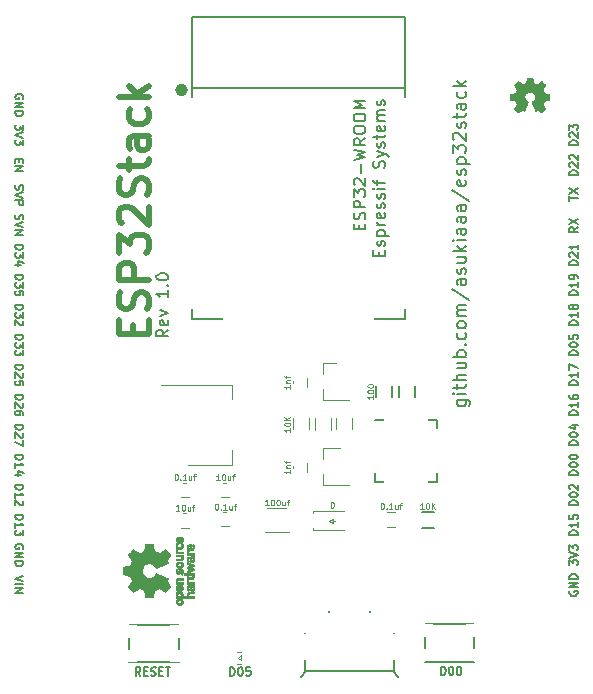
<source format=gto>
G04 #@! TF.FileFunction,Legend,Top*
%FSLAX46Y46*%
G04 Gerber Fmt 4.6, Leading zero omitted, Abs format (unit mm)*
G04 Created by KiCad (PCBNEW 4.0.6-e0-6349~52~ubuntu16.10.1) date Thu Apr 20 23:51:54 2017*
%MOMM*%
%LPD*%
G01*
G04 APERTURE LIST*
%ADD10C,0.100000*%
%ADD11C,0.175000*%
%ADD12C,0.500000*%
%ADD13C,0.200000*%
%ADD14C,0.150000*%
%ADD15C,0.120000*%
%ADD16C,0.010000*%
%ADD17C,0.127000*%
%ADD18C,0.125000*%
%ADD19O,2.900000X1.300000*%
%ADD20O,1.300000X2.900000*%
%ADD21R,6.400000X6.400000*%
%ADD22R,1.150000X1.200000*%
%ADD23R,1.200000X1.150000*%
%ADD24R,1.300000X1.200000*%
%ADD25R,0.900000X1.300000*%
%ADD26R,1.300000X0.900000*%
%ADD27R,1.450000X1.050000*%
%ADD28R,0.800000X1.750000*%
%ADD29R,2.500000X2.400000*%
%ADD30R,2.000000X2.300000*%
%ADD31R,1.600000X2.300000*%
%ADD32R,1.200000X1.300000*%
%ADD33R,1.200000X1.200000*%
%ADD34R,1.400000X2.000000*%
%ADD35O,1.250000X0.700000*%
%ADD36O,0.700000X1.250000*%
%ADD37R,2.075000X2.075000*%
%ADD38R,2.400000X4.200000*%
%ADD39R,2.400000X1.900000*%
%ADD40R,2.100000X2.100000*%
%ADD41O,2.100000X2.100000*%
G04 APERTURE END LIST*
D10*
D11*
X195261667Y-81460166D02*
X194928333Y-81693500D01*
X195261667Y-81860166D02*
X194561667Y-81860166D01*
X194561667Y-81593500D01*
X194595000Y-81526833D01*
X194628333Y-81493500D01*
X194695000Y-81460166D01*
X194795000Y-81460166D01*
X194861667Y-81493500D01*
X194895000Y-81526833D01*
X194928333Y-81593500D01*
X194928333Y-81860166D01*
X194561667Y-81226833D02*
X195261667Y-80760166D01*
X194561667Y-80760166D02*
X195261667Y-81226833D01*
X158245501Y-119442667D02*
X158012167Y-119109333D01*
X157845501Y-119442667D02*
X157845501Y-118742667D01*
X158112167Y-118742667D01*
X158178834Y-118776000D01*
X158212167Y-118809333D01*
X158245501Y-118876000D01*
X158245501Y-118976000D01*
X158212167Y-119042667D01*
X158178834Y-119076000D01*
X158112167Y-119109333D01*
X157845501Y-119109333D01*
X158545501Y-119076000D02*
X158778834Y-119076000D01*
X158878834Y-119442667D02*
X158545501Y-119442667D01*
X158545501Y-118742667D01*
X158878834Y-118742667D01*
X159145500Y-119409333D02*
X159245500Y-119442667D01*
X159412167Y-119442667D01*
X159478834Y-119409333D01*
X159512167Y-119376000D01*
X159545500Y-119309333D01*
X159545500Y-119242667D01*
X159512167Y-119176000D01*
X159478834Y-119142667D01*
X159412167Y-119109333D01*
X159278834Y-119076000D01*
X159212167Y-119042667D01*
X159178834Y-119009333D01*
X159145500Y-118942667D01*
X159145500Y-118876000D01*
X159178834Y-118809333D01*
X159212167Y-118776000D01*
X159278834Y-118742667D01*
X159445500Y-118742667D01*
X159545500Y-118776000D01*
X159845501Y-119076000D02*
X160078834Y-119076000D01*
X160178834Y-119442667D02*
X159845501Y-119442667D01*
X159845501Y-118742667D01*
X160178834Y-118742667D01*
X160378834Y-118742667D02*
X160778834Y-118742667D01*
X160578834Y-119442667D02*
X160578834Y-118742667D01*
X148338333Y-110993334D02*
X147638333Y-111226667D01*
X148338333Y-111460000D01*
X147638333Y-111693334D02*
X148338333Y-111693334D01*
X147638333Y-112026667D02*
X148338333Y-112026667D01*
X147638333Y-112426667D01*
X148338333Y-112426667D01*
X148305000Y-108686667D02*
X148338333Y-108620001D01*
X148338333Y-108520001D01*
X148305000Y-108420001D01*
X148238333Y-108353334D01*
X148171667Y-108320001D01*
X148038333Y-108286667D01*
X147938333Y-108286667D01*
X147805000Y-108320001D01*
X147738333Y-108353334D01*
X147671667Y-108420001D01*
X147638333Y-108520001D01*
X147638333Y-108586667D01*
X147671667Y-108686667D01*
X147705000Y-108720001D01*
X147938333Y-108720001D01*
X147938333Y-108586667D01*
X147638333Y-109020001D02*
X148338333Y-109020001D01*
X147638333Y-109420001D01*
X148338333Y-109420001D01*
X147638333Y-109753334D02*
X148338333Y-109753334D01*
X148338333Y-109920000D01*
X148305000Y-110020000D01*
X148238333Y-110086667D01*
X148171667Y-110120000D01*
X148038333Y-110153334D01*
X147938333Y-110153334D01*
X147805000Y-110120000D01*
X147738333Y-110086667D01*
X147671667Y-110020000D01*
X147638333Y-109920000D01*
X147638333Y-109753334D01*
X147638333Y-105830000D02*
X148338333Y-105830000D01*
X148338333Y-105996666D01*
X148305000Y-106096666D01*
X148238333Y-106163333D01*
X148171667Y-106196666D01*
X148038333Y-106230000D01*
X147938333Y-106230000D01*
X147805000Y-106196666D01*
X147738333Y-106163333D01*
X147671667Y-106096666D01*
X147638333Y-105996666D01*
X147638333Y-105830000D01*
X147638333Y-106896666D02*
X147638333Y-106496666D01*
X147638333Y-106696666D02*
X148338333Y-106696666D01*
X148238333Y-106630000D01*
X148171667Y-106563333D01*
X148138333Y-106496666D01*
X148338333Y-107130000D02*
X148338333Y-107563333D01*
X148071667Y-107330000D01*
X148071667Y-107430000D01*
X148038333Y-107496667D01*
X148005000Y-107530000D01*
X147938333Y-107563333D01*
X147771667Y-107563333D01*
X147705000Y-107530000D01*
X147671667Y-107496667D01*
X147638333Y-107430000D01*
X147638333Y-107230000D01*
X147671667Y-107163333D01*
X147705000Y-107130000D01*
X147638333Y-103290000D02*
X148338333Y-103290000D01*
X148338333Y-103456666D01*
X148305000Y-103556666D01*
X148238333Y-103623333D01*
X148171667Y-103656666D01*
X148038333Y-103690000D01*
X147938333Y-103690000D01*
X147805000Y-103656666D01*
X147738333Y-103623333D01*
X147671667Y-103556666D01*
X147638333Y-103456666D01*
X147638333Y-103290000D01*
X147638333Y-104356666D02*
X147638333Y-103956666D01*
X147638333Y-104156666D02*
X148338333Y-104156666D01*
X148238333Y-104090000D01*
X148171667Y-104023333D01*
X148138333Y-103956666D01*
X148271667Y-104623333D02*
X148305000Y-104656667D01*
X148338333Y-104723333D01*
X148338333Y-104890000D01*
X148305000Y-104956667D01*
X148271667Y-104990000D01*
X148205000Y-105023333D01*
X148138333Y-105023333D01*
X148038333Y-104990000D01*
X147638333Y-104590000D01*
X147638333Y-105023333D01*
X147638333Y-100750000D02*
X148338333Y-100750000D01*
X148338333Y-100916666D01*
X148305000Y-101016666D01*
X148238333Y-101083333D01*
X148171667Y-101116666D01*
X148038333Y-101150000D01*
X147938333Y-101150000D01*
X147805000Y-101116666D01*
X147738333Y-101083333D01*
X147671667Y-101016666D01*
X147638333Y-100916666D01*
X147638333Y-100750000D01*
X147638333Y-101816666D02*
X147638333Y-101416666D01*
X147638333Y-101616666D02*
X148338333Y-101616666D01*
X148238333Y-101550000D01*
X148171667Y-101483333D01*
X148138333Y-101416666D01*
X148105000Y-102416667D02*
X147638333Y-102416667D01*
X148371667Y-102250000D02*
X147871667Y-102083333D01*
X147871667Y-102516667D01*
X147638333Y-95670000D02*
X148338333Y-95670000D01*
X148338333Y-95836666D01*
X148305000Y-95936666D01*
X148238333Y-96003333D01*
X148171667Y-96036666D01*
X148038333Y-96070000D01*
X147938333Y-96070000D01*
X147805000Y-96036666D01*
X147738333Y-96003333D01*
X147671667Y-95936666D01*
X147638333Y-95836666D01*
X147638333Y-95670000D01*
X148271667Y-96336666D02*
X148305000Y-96370000D01*
X148338333Y-96436666D01*
X148338333Y-96603333D01*
X148305000Y-96670000D01*
X148271667Y-96703333D01*
X148205000Y-96736666D01*
X148138333Y-96736666D01*
X148038333Y-96703333D01*
X147638333Y-96303333D01*
X147638333Y-96736666D01*
X148338333Y-97336667D02*
X148338333Y-97203333D01*
X148305000Y-97136667D01*
X148271667Y-97103333D01*
X148171667Y-97036667D01*
X148038333Y-97003333D01*
X147771667Y-97003333D01*
X147705000Y-97036667D01*
X147671667Y-97070000D01*
X147638333Y-97136667D01*
X147638333Y-97270000D01*
X147671667Y-97336667D01*
X147705000Y-97370000D01*
X147771667Y-97403333D01*
X147938333Y-97403333D01*
X148005000Y-97370000D01*
X148038333Y-97336667D01*
X148071667Y-97270000D01*
X148071667Y-97136667D01*
X148038333Y-97070000D01*
X148005000Y-97036667D01*
X147938333Y-97003333D01*
X147638333Y-93130000D02*
X148338333Y-93130000D01*
X148338333Y-93296666D01*
X148305000Y-93396666D01*
X148238333Y-93463333D01*
X148171667Y-93496666D01*
X148038333Y-93530000D01*
X147938333Y-93530000D01*
X147805000Y-93496666D01*
X147738333Y-93463333D01*
X147671667Y-93396666D01*
X147638333Y-93296666D01*
X147638333Y-93130000D01*
X148271667Y-93796666D02*
X148305000Y-93830000D01*
X148338333Y-93896666D01*
X148338333Y-94063333D01*
X148305000Y-94130000D01*
X148271667Y-94163333D01*
X148205000Y-94196666D01*
X148138333Y-94196666D01*
X148038333Y-94163333D01*
X147638333Y-93763333D01*
X147638333Y-94196666D01*
X148338333Y-94830000D02*
X148338333Y-94496667D01*
X148005000Y-94463333D01*
X148038333Y-94496667D01*
X148071667Y-94563333D01*
X148071667Y-94730000D01*
X148038333Y-94796667D01*
X148005000Y-94830000D01*
X147938333Y-94863333D01*
X147771667Y-94863333D01*
X147705000Y-94830000D01*
X147671667Y-94796667D01*
X147638333Y-94730000D01*
X147638333Y-94563333D01*
X147671667Y-94496667D01*
X147705000Y-94463333D01*
X147638333Y-90590000D02*
X148338333Y-90590000D01*
X148338333Y-90756666D01*
X148305000Y-90856666D01*
X148238333Y-90923333D01*
X148171667Y-90956666D01*
X148038333Y-90990000D01*
X147938333Y-90990000D01*
X147805000Y-90956666D01*
X147738333Y-90923333D01*
X147671667Y-90856666D01*
X147638333Y-90756666D01*
X147638333Y-90590000D01*
X148338333Y-91223333D02*
X148338333Y-91656666D01*
X148071667Y-91423333D01*
X148071667Y-91523333D01*
X148038333Y-91590000D01*
X148005000Y-91623333D01*
X147938333Y-91656666D01*
X147771667Y-91656666D01*
X147705000Y-91623333D01*
X147671667Y-91590000D01*
X147638333Y-91523333D01*
X147638333Y-91323333D01*
X147671667Y-91256666D01*
X147705000Y-91223333D01*
X148338333Y-91890000D02*
X148338333Y-92323333D01*
X148071667Y-92090000D01*
X148071667Y-92190000D01*
X148038333Y-92256667D01*
X148005000Y-92290000D01*
X147938333Y-92323333D01*
X147771667Y-92323333D01*
X147705000Y-92290000D01*
X147671667Y-92256667D01*
X147638333Y-92190000D01*
X147638333Y-91990000D01*
X147671667Y-91923333D01*
X147705000Y-91890000D01*
X147638333Y-88050000D02*
X148338333Y-88050000D01*
X148338333Y-88216666D01*
X148305000Y-88316666D01*
X148238333Y-88383333D01*
X148171667Y-88416666D01*
X148038333Y-88450000D01*
X147938333Y-88450000D01*
X147805000Y-88416666D01*
X147738333Y-88383333D01*
X147671667Y-88316666D01*
X147638333Y-88216666D01*
X147638333Y-88050000D01*
X148338333Y-88683333D02*
X148338333Y-89116666D01*
X148071667Y-88883333D01*
X148071667Y-88983333D01*
X148038333Y-89050000D01*
X148005000Y-89083333D01*
X147938333Y-89116666D01*
X147771667Y-89116666D01*
X147705000Y-89083333D01*
X147671667Y-89050000D01*
X147638333Y-88983333D01*
X147638333Y-88783333D01*
X147671667Y-88716666D01*
X147705000Y-88683333D01*
X148271667Y-89383333D02*
X148305000Y-89416667D01*
X148338333Y-89483333D01*
X148338333Y-89650000D01*
X148305000Y-89716667D01*
X148271667Y-89750000D01*
X148205000Y-89783333D01*
X148138333Y-89783333D01*
X148038333Y-89750000D01*
X147638333Y-89350000D01*
X147638333Y-89783333D01*
X147638333Y-85510000D02*
X148338333Y-85510000D01*
X148338333Y-85676666D01*
X148305000Y-85776666D01*
X148238333Y-85843333D01*
X148171667Y-85876666D01*
X148038333Y-85910000D01*
X147938333Y-85910000D01*
X147805000Y-85876666D01*
X147738333Y-85843333D01*
X147671667Y-85776666D01*
X147638333Y-85676666D01*
X147638333Y-85510000D01*
X148338333Y-86143333D02*
X148338333Y-86576666D01*
X148071667Y-86343333D01*
X148071667Y-86443333D01*
X148038333Y-86510000D01*
X148005000Y-86543333D01*
X147938333Y-86576666D01*
X147771667Y-86576666D01*
X147705000Y-86543333D01*
X147671667Y-86510000D01*
X147638333Y-86443333D01*
X147638333Y-86243333D01*
X147671667Y-86176666D01*
X147705000Y-86143333D01*
X148338333Y-87210000D02*
X148338333Y-86876667D01*
X148005000Y-86843333D01*
X148038333Y-86876667D01*
X148071667Y-86943333D01*
X148071667Y-87110000D01*
X148038333Y-87176667D01*
X148005000Y-87210000D01*
X147938333Y-87243333D01*
X147771667Y-87243333D01*
X147705000Y-87210000D01*
X147671667Y-87176667D01*
X147638333Y-87110000D01*
X147638333Y-86943333D01*
X147671667Y-86876667D01*
X147705000Y-86843333D01*
X147638333Y-82970000D02*
X148338333Y-82970000D01*
X148338333Y-83136666D01*
X148305000Y-83236666D01*
X148238333Y-83303333D01*
X148171667Y-83336666D01*
X148038333Y-83370000D01*
X147938333Y-83370000D01*
X147805000Y-83336666D01*
X147738333Y-83303333D01*
X147671667Y-83236666D01*
X147638333Y-83136666D01*
X147638333Y-82970000D01*
X148338333Y-83603333D02*
X148338333Y-84036666D01*
X148071667Y-83803333D01*
X148071667Y-83903333D01*
X148038333Y-83970000D01*
X148005000Y-84003333D01*
X147938333Y-84036666D01*
X147771667Y-84036666D01*
X147705000Y-84003333D01*
X147671667Y-83970000D01*
X147638333Y-83903333D01*
X147638333Y-83703333D01*
X147671667Y-83636666D01*
X147705000Y-83603333D01*
X148105000Y-84636667D02*
X147638333Y-84636667D01*
X148371667Y-84470000D02*
X147871667Y-84303333D01*
X147871667Y-84736667D01*
X147671667Y-80413333D02*
X147638333Y-80513333D01*
X147638333Y-80680000D01*
X147671667Y-80746667D01*
X147705000Y-80780000D01*
X147771667Y-80813333D01*
X147838333Y-80813333D01*
X147905000Y-80780000D01*
X147938333Y-80746667D01*
X147971667Y-80680000D01*
X148005000Y-80546667D01*
X148038333Y-80480000D01*
X148071667Y-80446667D01*
X148138333Y-80413333D01*
X148205000Y-80413333D01*
X148271667Y-80446667D01*
X148305000Y-80480000D01*
X148338333Y-80546667D01*
X148338333Y-80713333D01*
X148305000Y-80813333D01*
X148338333Y-81013334D02*
X147638333Y-81246667D01*
X148338333Y-81480000D01*
X147638333Y-81713334D02*
X148338333Y-81713334D01*
X147638333Y-82113334D01*
X148338333Y-82113334D01*
X147671667Y-77890000D02*
X147638333Y-77990000D01*
X147638333Y-78156667D01*
X147671667Y-78223334D01*
X147705000Y-78256667D01*
X147771667Y-78290000D01*
X147838333Y-78290000D01*
X147905000Y-78256667D01*
X147938333Y-78223334D01*
X147971667Y-78156667D01*
X148005000Y-78023334D01*
X148038333Y-77956667D01*
X148071667Y-77923334D01*
X148138333Y-77890000D01*
X148205000Y-77890000D01*
X148271667Y-77923334D01*
X148305000Y-77956667D01*
X148338333Y-78023334D01*
X148338333Y-78190000D01*
X148305000Y-78290000D01*
X148338333Y-78490001D02*
X147638333Y-78723334D01*
X148338333Y-78956667D01*
X147638333Y-79190001D02*
X148338333Y-79190001D01*
X148338333Y-79456667D01*
X148305000Y-79523334D01*
X148271667Y-79556667D01*
X148205000Y-79590001D01*
X148105000Y-79590001D01*
X148038333Y-79556667D01*
X148005000Y-79523334D01*
X147971667Y-79456667D01*
X147971667Y-79190001D01*
X148005000Y-75683334D02*
X148005000Y-75916667D01*
X147638333Y-76016667D02*
X147638333Y-75683334D01*
X148338333Y-75683334D01*
X148338333Y-76016667D01*
X147638333Y-76316667D02*
X148338333Y-76316667D01*
X147638333Y-76716667D01*
X148338333Y-76716667D01*
X148338333Y-72793333D02*
X148338333Y-73226666D01*
X148071667Y-72993333D01*
X148071667Y-73093333D01*
X148038333Y-73160000D01*
X148005000Y-73193333D01*
X147938333Y-73226666D01*
X147771667Y-73226666D01*
X147705000Y-73193333D01*
X147671667Y-73160000D01*
X147638333Y-73093333D01*
X147638333Y-72893333D01*
X147671667Y-72826666D01*
X147705000Y-72793333D01*
X148338333Y-73426667D02*
X147638333Y-73660000D01*
X148338333Y-73893333D01*
X148338333Y-74060000D02*
X148338333Y-74493333D01*
X148071667Y-74260000D01*
X148071667Y-74360000D01*
X148038333Y-74426667D01*
X148005000Y-74460000D01*
X147938333Y-74493333D01*
X147771667Y-74493333D01*
X147705000Y-74460000D01*
X147671667Y-74426667D01*
X147638333Y-74360000D01*
X147638333Y-74160000D01*
X147671667Y-74093333D01*
X147705000Y-74060000D01*
X148305000Y-70586667D02*
X148338333Y-70520001D01*
X148338333Y-70420001D01*
X148305000Y-70320001D01*
X148238333Y-70253334D01*
X148171667Y-70220001D01*
X148038333Y-70186667D01*
X147938333Y-70186667D01*
X147805000Y-70220001D01*
X147738333Y-70253334D01*
X147671667Y-70320001D01*
X147638333Y-70420001D01*
X147638333Y-70486667D01*
X147671667Y-70586667D01*
X147705000Y-70620001D01*
X147938333Y-70620001D01*
X147938333Y-70486667D01*
X147638333Y-70920001D02*
X148338333Y-70920001D01*
X147638333Y-71320001D01*
X148338333Y-71320001D01*
X147638333Y-71653334D02*
X148338333Y-71653334D01*
X148338333Y-71820000D01*
X148305000Y-71920000D01*
X148238333Y-71986667D01*
X148171667Y-72020000D01*
X148038333Y-72053334D01*
X147938333Y-72053334D01*
X147805000Y-72020000D01*
X147738333Y-71986667D01*
X147671667Y-71920000D01*
X147638333Y-71820000D01*
X147638333Y-71653334D01*
X194561667Y-110086667D02*
X194561667Y-109653334D01*
X194828333Y-109886667D01*
X194828333Y-109786667D01*
X194861667Y-109720000D01*
X194895000Y-109686667D01*
X194961667Y-109653334D01*
X195128333Y-109653334D01*
X195195000Y-109686667D01*
X195228333Y-109720000D01*
X195261667Y-109786667D01*
X195261667Y-109986667D01*
X195228333Y-110053334D01*
X195195000Y-110086667D01*
X194561667Y-109453333D02*
X195261667Y-109220000D01*
X194561667Y-108986667D01*
X194561667Y-108820000D02*
X194561667Y-108386667D01*
X194828333Y-108620000D01*
X194828333Y-108520000D01*
X194861667Y-108453333D01*
X194895000Y-108420000D01*
X194961667Y-108386667D01*
X195128333Y-108386667D01*
X195195000Y-108420000D01*
X195228333Y-108453333D01*
X195261667Y-108520000D01*
X195261667Y-108720000D01*
X195228333Y-108786667D01*
X195195000Y-108820000D01*
X195261667Y-107530000D02*
X194561667Y-107530000D01*
X194561667Y-107363334D01*
X194595000Y-107263334D01*
X194661667Y-107196667D01*
X194728333Y-107163334D01*
X194861667Y-107130000D01*
X194961667Y-107130000D01*
X195095000Y-107163334D01*
X195161667Y-107196667D01*
X195228333Y-107263334D01*
X195261667Y-107363334D01*
X195261667Y-107530000D01*
X195261667Y-106463334D02*
X195261667Y-106863334D01*
X195261667Y-106663334D02*
X194561667Y-106663334D01*
X194661667Y-106730000D01*
X194728333Y-106796667D01*
X194761667Y-106863334D01*
X194561667Y-105830000D02*
X194561667Y-106163333D01*
X194895000Y-106196667D01*
X194861667Y-106163333D01*
X194828333Y-106096667D01*
X194828333Y-105930000D01*
X194861667Y-105863333D01*
X194895000Y-105830000D01*
X194961667Y-105796667D01*
X195128333Y-105796667D01*
X195195000Y-105830000D01*
X195228333Y-105863333D01*
X195261667Y-105930000D01*
X195261667Y-106096667D01*
X195228333Y-106163333D01*
X195195000Y-106196667D01*
X194561667Y-79209833D02*
X194561667Y-78809833D01*
X195261667Y-79009833D02*
X194561667Y-79009833D01*
X194561667Y-78643167D02*
X195261667Y-78176500D01*
X194561667Y-78176500D02*
X195261667Y-78643167D01*
X195261667Y-104990000D02*
X194561667Y-104990000D01*
X194561667Y-104823334D01*
X194595000Y-104723334D01*
X194661667Y-104656667D01*
X194728333Y-104623334D01*
X194861667Y-104590000D01*
X194961667Y-104590000D01*
X195095000Y-104623334D01*
X195161667Y-104656667D01*
X195228333Y-104723334D01*
X195261667Y-104823334D01*
X195261667Y-104990000D01*
X194561667Y-104156667D02*
X194561667Y-104090000D01*
X194595000Y-104023334D01*
X194628333Y-103990000D01*
X194695000Y-103956667D01*
X194828333Y-103923334D01*
X194995000Y-103923334D01*
X195128333Y-103956667D01*
X195195000Y-103990000D01*
X195228333Y-104023334D01*
X195261667Y-104090000D01*
X195261667Y-104156667D01*
X195228333Y-104223334D01*
X195195000Y-104256667D01*
X195128333Y-104290000D01*
X194995000Y-104323334D01*
X194828333Y-104323334D01*
X194695000Y-104290000D01*
X194628333Y-104256667D01*
X194595000Y-104223334D01*
X194561667Y-104156667D01*
X194628333Y-103656667D02*
X194595000Y-103623333D01*
X194561667Y-103556667D01*
X194561667Y-103390000D01*
X194595000Y-103323333D01*
X194628333Y-103290000D01*
X194695000Y-103256667D01*
X194761667Y-103256667D01*
X194861667Y-103290000D01*
X195261667Y-103690000D01*
X195261667Y-103256667D01*
X195261667Y-102450000D02*
X194561667Y-102450000D01*
X194561667Y-102283334D01*
X194595000Y-102183334D01*
X194661667Y-102116667D01*
X194728333Y-102083334D01*
X194861667Y-102050000D01*
X194961667Y-102050000D01*
X195095000Y-102083334D01*
X195161667Y-102116667D01*
X195228333Y-102183334D01*
X195261667Y-102283334D01*
X195261667Y-102450000D01*
X194561667Y-101616667D02*
X194561667Y-101550000D01*
X194595000Y-101483334D01*
X194628333Y-101450000D01*
X194695000Y-101416667D01*
X194828333Y-101383334D01*
X194995000Y-101383334D01*
X195128333Y-101416667D01*
X195195000Y-101450000D01*
X195228333Y-101483334D01*
X195261667Y-101550000D01*
X195261667Y-101616667D01*
X195228333Y-101683334D01*
X195195000Y-101716667D01*
X195128333Y-101750000D01*
X194995000Y-101783334D01*
X194828333Y-101783334D01*
X194695000Y-101750000D01*
X194628333Y-101716667D01*
X194595000Y-101683334D01*
X194561667Y-101616667D01*
X194561667Y-100950000D02*
X194561667Y-100883333D01*
X194595000Y-100816667D01*
X194628333Y-100783333D01*
X194695000Y-100750000D01*
X194828333Y-100716667D01*
X194995000Y-100716667D01*
X195128333Y-100750000D01*
X195195000Y-100783333D01*
X195228333Y-100816667D01*
X195261667Y-100883333D01*
X195261667Y-100950000D01*
X195228333Y-101016667D01*
X195195000Y-101050000D01*
X195128333Y-101083333D01*
X194995000Y-101116667D01*
X194828333Y-101116667D01*
X194695000Y-101083333D01*
X194628333Y-101050000D01*
X194595000Y-101016667D01*
X194561667Y-100950000D01*
X195261667Y-99910000D02*
X194561667Y-99910000D01*
X194561667Y-99743334D01*
X194595000Y-99643334D01*
X194661667Y-99576667D01*
X194728333Y-99543334D01*
X194861667Y-99510000D01*
X194961667Y-99510000D01*
X195095000Y-99543334D01*
X195161667Y-99576667D01*
X195228333Y-99643334D01*
X195261667Y-99743334D01*
X195261667Y-99910000D01*
X194561667Y-99076667D02*
X194561667Y-99010000D01*
X194595000Y-98943334D01*
X194628333Y-98910000D01*
X194695000Y-98876667D01*
X194828333Y-98843334D01*
X194995000Y-98843334D01*
X195128333Y-98876667D01*
X195195000Y-98910000D01*
X195228333Y-98943334D01*
X195261667Y-99010000D01*
X195261667Y-99076667D01*
X195228333Y-99143334D01*
X195195000Y-99176667D01*
X195128333Y-99210000D01*
X194995000Y-99243334D01*
X194828333Y-99243334D01*
X194695000Y-99210000D01*
X194628333Y-99176667D01*
X194595000Y-99143334D01*
X194561667Y-99076667D01*
X194795000Y-98243333D02*
X195261667Y-98243333D01*
X194528333Y-98410000D02*
X195028333Y-98576667D01*
X195028333Y-98143333D01*
X195261667Y-97370000D02*
X194561667Y-97370000D01*
X194561667Y-97203334D01*
X194595000Y-97103334D01*
X194661667Y-97036667D01*
X194728333Y-97003334D01*
X194861667Y-96970000D01*
X194961667Y-96970000D01*
X195095000Y-97003334D01*
X195161667Y-97036667D01*
X195228333Y-97103334D01*
X195261667Y-97203334D01*
X195261667Y-97370000D01*
X195261667Y-96303334D02*
X195261667Y-96703334D01*
X195261667Y-96503334D02*
X194561667Y-96503334D01*
X194661667Y-96570000D01*
X194728333Y-96636667D01*
X194761667Y-96703334D01*
X194561667Y-95703333D02*
X194561667Y-95836667D01*
X194595000Y-95903333D01*
X194628333Y-95936667D01*
X194728333Y-96003333D01*
X194861667Y-96036667D01*
X195128333Y-96036667D01*
X195195000Y-96003333D01*
X195228333Y-95970000D01*
X195261667Y-95903333D01*
X195261667Y-95770000D01*
X195228333Y-95703333D01*
X195195000Y-95670000D01*
X195128333Y-95636667D01*
X194961667Y-95636667D01*
X194895000Y-95670000D01*
X194861667Y-95703333D01*
X194828333Y-95770000D01*
X194828333Y-95903333D01*
X194861667Y-95970000D01*
X194895000Y-96003333D01*
X194961667Y-96036667D01*
X195261667Y-94830000D02*
X194561667Y-94830000D01*
X194561667Y-94663334D01*
X194595000Y-94563334D01*
X194661667Y-94496667D01*
X194728333Y-94463334D01*
X194861667Y-94430000D01*
X194961667Y-94430000D01*
X195095000Y-94463334D01*
X195161667Y-94496667D01*
X195228333Y-94563334D01*
X195261667Y-94663334D01*
X195261667Y-94830000D01*
X195261667Y-93763334D02*
X195261667Y-94163334D01*
X195261667Y-93963334D02*
X194561667Y-93963334D01*
X194661667Y-94030000D01*
X194728333Y-94096667D01*
X194761667Y-94163334D01*
X194561667Y-93530000D02*
X194561667Y-93063333D01*
X195261667Y-93363333D01*
X195261667Y-92290000D02*
X194561667Y-92290000D01*
X194561667Y-92123334D01*
X194595000Y-92023334D01*
X194661667Y-91956667D01*
X194728333Y-91923334D01*
X194861667Y-91890000D01*
X194961667Y-91890000D01*
X195095000Y-91923334D01*
X195161667Y-91956667D01*
X195228333Y-92023334D01*
X195261667Y-92123334D01*
X195261667Y-92290000D01*
X194561667Y-91456667D02*
X194561667Y-91390000D01*
X194595000Y-91323334D01*
X194628333Y-91290000D01*
X194695000Y-91256667D01*
X194828333Y-91223334D01*
X194995000Y-91223334D01*
X195128333Y-91256667D01*
X195195000Y-91290000D01*
X195228333Y-91323334D01*
X195261667Y-91390000D01*
X195261667Y-91456667D01*
X195228333Y-91523334D01*
X195195000Y-91556667D01*
X195128333Y-91590000D01*
X194995000Y-91623334D01*
X194828333Y-91623334D01*
X194695000Y-91590000D01*
X194628333Y-91556667D01*
X194595000Y-91523334D01*
X194561667Y-91456667D01*
X194561667Y-90590000D02*
X194561667Y-90923333D01*
X194895000Y-90956667D01*
X194861667Y-90923333D01*
X194828333Y-90856667D01*
X194828333Y-90690000D01*
X194861667Y-90623333D01*
X194895000Y-90590000D01*
X194961667Y-90556667D01*
X195128333Y-90556667D01*
X195195000Y-90590000D01*
X195228333Y-90623333D01*
X195261667Y-90690000D01*
X195261667Y-90856667D01*
X195228333Y-90923333D01*
X195195000Y-90956667D01*
X195261667Y-89750000D02*
X194561667Y-89750000D01*
X194561667Y-89583334D01*
X194595000Y-89483334D01*
X194661667Y-89416667D01*
X194728333Y-89383334D01*
X194861667Y-89350000D01*
X194961667Y-89350000D01*
X195095000Y-89383334D01*
X195161667Y-89416667D01*
X195228333Y-89483334D01*
X195261667Y-89583334D01*
X195261667Y-89750000D01*
X195261667Y-88683334D02*
X195261667Y-89083334D01*
X195261667Y-88883334D02*
X194561667Y-88883334D01*
X194661667Y-88950000D01*
X194728333Y-89016667D01*
X194761667Y-89083334D01*
X194861667Y-88283333D02*
X194828333Y-88350000D01*
X194795000Y-88383333D01*
X194728333Y-88416667D01*
X194695000Y-88416667D01*
X194628333Y-88383333D01*
X194595000Y-88350000D01*
X194561667Y-88283333D01*
X194561667Y-88150000D01*
X194595000Y-88083333D01*
X194628333Y-88050000D01*
X194695000Y-88016667D01*
X194728333Y-88016667D01*
X194795000Y-88050000D01*
X194828333Y-88083333D01*
X194861667Y-88150000D01*
X194861667Y-88283333D01*
X194895000Y-88350000D01*
X194928333Y-88383333D01*
X194995000Y-88416667D01*
X195128333Y-88416667D01*
X195195000Y-88383333D01*
X195228333Y-88350000D01*
X195261667Y-88283333D01*
X195261667Y-88150000D01*
X195228333Y-88083333D01*
X195195000Y-88050000D01*
X195128333Y-88016667D01*
X194995000Y-88016667D01*
X194928333Y-88050000D01*
X194895000Y-88083333D01*
X194861667Y-88150000D01*
X195261667Y-87210000D02*
X194561667Y-87210000D01*
X194561667Y-87043334D01*
X194595000Y-86943334D01*
X194661667Y-86876667D01*
X194728333Y-86843334D01*
X194861667Y-86810000D01*
X194961667Y-86810000D01*
X195095000Y-86843334D01*
X195161667Y-86876667D01*
X195228333Y-86943334D01*
X195261667Y-87043334D01*
X195261667Y-87210000D01*
X195261667Y-86143334D02*
X195261667Y-86543334D01*
X195261667Y-86343334D02*
X194561667Y-86343334D01*
X194661667Y-86410000D01*
X194728333Y-86476667D01*
X194761667Y-86543334D01*
X195261667Y-85810000D02*
X195261667Y-85676667D01*
X195228333Y-85610000D01*
X195195000Y-85576667D01*
X195095000Y-85510000D01*
X194961667Y-85476667D01*
X194695000Y-85476667D01*
X194628333Y-85510000D01*
X194595000Y-85543333D01*
X194561667Y-85610000D01*
X194561667Y-85743333D01*
X194595000Y-85810000D01*
X194628333Y-85843333D01*
X194695000Y-85876667D01*
X194861667Y-85876667D01*
X194928333Y-85843333D01*
X194961667Y-85810000D01*
X194995000Y-85743333D01*
X194995000Y-85610000D01*
X194961667Y-85543333D01*
X194928333Y-85510000D01*
X194861667Y-85476667D01*
X195261667Y-84670000D02*
X194561667Y-84670000D01*
X194561667Y-84503334D01*
X194595000Y-84403334D01*
X194661667Y-84336667D01*
X194728333Y-84303334D01*
X194861667Y-84270000D01*
X194961667Y-84270000D01*
X195095000Y-84303334D01*
X195161667Y-84336667D01*
X195228333Y-84403334D01*
X195261667Y-84503334D01*
X195261667Y-84670000D01*
X194628333Y-84003334D02*
X194595000Y-83970000D01*
X194561667Y-83903334D01*
X194561667Y-83736667D01*
X194595000Y-83670000D01*
X194628333Y-83636667D01*
X194695000Y-83603334D01*
X194761667Y-83603334D01*
X194861667Y-83636667D01*
X195261667Y-84036667D01*
X195261667Y-83603334D01*
X195261667Y-82936667D02*
X195261667Y-83336667D01*
X195261667Y-83136667D02*
X194561667Y-83136667D01*
X194661667Y-83203333D01*
X194728333Y-83270000D01*
X194761667Y-83336667D01*
X195261667Y-77050000D02*
X194561667Y-77050000D01*
X194561667Y-76883334D01*
X194595000Y-76783334D01*
X194661667Y-76716667D01*
X194728333Y-76683334D01*
X194861667Y-76650000D01*
X194961667Y-76650000D01*
X195095000Y-76683334D01*
X195161667Y-76716667D01*
X195228333Y-76783334D01*
X195261667Y-76883334D01*
X195261667Y-77050000D01*
X194628333Y-76383334D02*
X194595000Y-76350000D01*
X194561667Y-76283334D01*
X194561667Y-76116667D01*
X194595000Y-76050000D01*
X194628333Y-76016667D01*
X194695000Y-75983334D01*
X194761667Y-75983334D01*
X194861667Y-76016667D01*
X195261667Y-76416667D01*
X195261667Y-75983334D01*
X194628333Y-75716667D02*
X194595000Y-75683333D01*
X194561667Y-75616667D01*
X194561667Y-75450000D01*
X194595000Y-75383333D01*
X194628333Y-75350000D01*
X194695000Y-75316667D01*
X194761667Y-75316667D01*
X194861667Y-75350000D01*
X195261667Y-75750000D01*
X195261667Y-75316667D01*
X195261667Y-74510000D02*
X194561667Y-74510000D01*
X194561667Y-74343334D01*
X194595000Y-74243334D01*
X194661667Y-74176667D01*
X194728333Y-74143334D01*
X194861667Y-74110000D01*
X194961667Y-74110000D01*
X195095000Y-74143334D01*
X195161667Y-74176667D01*
X195228333Y-74243334D01*
X195261667Y-74343334D01*
X195261667Y-74510000D01*
X194628333Y-73843334D02*
X194595000Y-73810000D01*
X194561667Y-73743334D01*
X194561667Y-73576667D01*
X194595000Y-73510000D01*
X194628333Y-73476667D01*
X194695000Y-73443334D01*
X194761667Y-73443334D01*
X194861667Y-73476667D01*
X195261667Y-73876667D01*
X195261667Y-73443334D01*
X194561667Y-73210000D02*
X194561667Y-72776667D01*
X194828333Y-73010000D01*
X194828333Y-72910000D01*
X194861667Y-72843333D01*
X194895000Y-72810000D01*
X194961667Y-72776667D01*
X195128333Y-72776667D01*
X195195000Y-72810000D01*
X195228333Y-72843333D01*
X195261667Y-72910000D01*
X195261667Y-73110000D01*
X195228333Y-73176667D01*
X195195000Y-73210000D01*
X194595000Y-112293333D02*
X194561667Y-112359999D01*
X194561667Y-112459999D01*
X194595000Y-112559999D01*
X194661667Y-112626666D01*
X194728333Y-112659999D01*
X194861667Y-112693333D01*
X194961667Y-112693333D01*
X195095000Y-112659999D01*
X195161667Y-112626666D01*
X195228333Y-112559999D01*
X195261667Y-112459999D01*
X195261667Y-112393333D01*
X195228333Y-112293333D01*
X195195000Y-112259999D01*
X194961667Y-112259999D01*
X194961667Y-112393333D01*
X195261667Y-111959999D02*
X194561667Y-111959999D01*
X195261667Y-111559999D01*
X194561667Y-111559999D01*
X195261667Y-111226666D02*
X194561667Y-111226666D01*
X194561667Y-111060000D01*
X194595000Y-110960000D01*
X194661667Y-110893333D01*
X194728333Y-110860000D01*
X194861667Y-110826666D01*
X194961667Y-110826666D01*
X195095000Y-110860000D01*
X195161667Y-110893333D01*
X195228333Y-110960000D01*
X195261667Y-111060000D01*
X195261667Y-111226666D01*
D12*
X157618929Y-90549690D02*
X157618929Y-89716357D01*
X158928452Y-89359214D02*
X158928452Y-90549690D01*
X156428452Y-90549690D01*
X156428452Y-89359214D01*
X158809405Y-88406833D02*
X158928452Y-88049690D01*
X158928452Y-87454452D01*
X158809405Y-87216356D01*
X158690357Y-87097309D01*
X158452262Y-86978261D01*
X158214167Y-86978261D01*
X157976071Y-87097309D01*
X157857024Y-87216356D01*
X157737976Y-87454452D01*
X157618929Y-87930642D01*
X157499881Y-88168737D01*
X157380833Y-88287785D01*
X157142738Y-88406833D01*
X156904643Y-88406833D01*
X156666548Y-88287785D01*
X156547500Y-88168737D01*
X156428452Y-87930642D01*
X156428452Y-87335404D01*
X156547500Y-86978261D01*
X158928452Y-85906833D02*
X156428452Y-85906833D01*
X156428452Y-84954452D01*
X156547500Y-84716357D01*
X156666548Y-84597309D01*
X156904643Y-84478261D01*
X157261786Y-84478261D01*
X157499881Y-84597309D01*
X157618929Y-84716357D01*
X157737976Y-84954452D01*
X157737976Y-85906833D01*
X156428452Y-83644928D02*
X156428452Y-82097309D01*
X157380833Y-82930642D01*
X157380833Y-82573500D01*
X157499881Y-82335404D01*
X157618929Y-82216357D01*
X157857024Y-82097309D01*
X158452262Y-82097309D01*
X158690357Y-82216357D01*
X158809405Y-82335404D01*
X158928452Y-82573500D01*
X158928452Y-83287785D01*
X158809405Y-83525881D01*
X158690357Y-83644928D01*
X156666548Y-81144929D02*
X156547500Y-81025881D01*
X156428452Y-80787786D01*
X156428452Y-80192548D01*
X156547500Y-79954452D01*
X156666548Y-79835405D01*
X156904643Y-79716357D01*
X157142738Y-79716357D01*
X157499881Y-79835405D01*
X158928452Y-81263976D01*
X158928452Y-79716357D01*
X158809405Y-78763977D02*
X158928452Y-78406834D01*
X158928452Y-77811596D01*
X158809405Y-77573500D01*
X158690357Y-77454453D01*
X158452262Y-77335405D01*
X158214167Y-77335405D01*
X157976071Y-77454453D01*
X157857024Y-77573500D01*
X157737976Y-77811596D01*
X157618929Y-78287786D01*
X157499881Y-78525881D01*
X157380833Y-78644929D01*
X157142738Y-78763977D01*
X156904643Y-78763977D01*
X156666548Y-78644929D01*
X156547500Y-78525881D01*
X156428452Y-78287786D01*
X156428452Y-77692548D01*
X156547500Y-77335405D01*
X157261786Y-76621120D02*
X157261786Y-75668739D01*
X156428452Y-76263977D02*
X158571310Y-76263977D01*
X158809405Y-76144929D01*
X158928452Y-75906834D01*
X158928452Y-75668739D01*
X158928452Y-73763977D02*
X157618929Y-73763977D01*
X157380833Y-73883025D01*
X157261786Y-74121120D01*
X157261786Y-74597311D01*
X157380833Y-74835406D01*
X158809405Y-73763977D02*
X158928452Y-74002073D01*
X158928452Y-74597311D01*
X158809405Y-74835406D01*
X158571310Y-74954454D01*
X158333214Y-74954454D01*
X158095119Y-74835406D01*
X157976071Y-74597311D01*
X157976071Y-74002073D01*
X157857024Y-73763977D01*
X158809405Y-71502072D02*
X158928452Y-71740168D01*
X158928452Y-72216358D01*
X158809405Y-72454453D01*
X158690357Y-72573501D01*
X158452262Y-72692549D01*
X157737976Y-72692549D01*
X157499881Y-72573501D01*
X157380833Y-72454453D01*
X157261786Y-72216358D01*
X157261786Y-71740168D01*
X157380833Y-71502072D01*
X158928452Y-70430644D02*
X156428452Y-70430644D01*
X157976071Y-70192549D02*
X158928452Y-69478263D01*
X157261786Y-69478263D02*
X158214167Y-70430644D01*
D13*
X160599381Y-90145928D02*
X160123190Y-90479262D01*
X160599381Y-90717357D02*
X159599381Y-90717357D01*
X159599381Y-90336404D01*
X159647000Y-90241166D01*
X159694619Y-90193547D01*
X159789857Y-90145928D01*
X159932714Y-90145928D01*
X160027952Y-90193547D01*
X160075571Y-90241166D01*
X160123190Y-90336404D01*
X160123190Y-90717357D01*
X160551762Y-89336404D02*
X160599381Y-89431642D01*
X160599381Y-89622119D01*
X160551762Y-89717357D01*
X160456524Y-89764976D01*
X160075571Y-89764976D01*
X159980333Y-89717357D01*
X159932714Y-89622119D01*
X159932714Y-89431642D01*
X159980333Y-89336404D01*
X160075571Y-89288785D01*
X160170810Y-89288785D01*
X160266048Y-89764976D01*
X159932714Y-88955452D02*
X160599381Y-88717357D01*
X159932714Y-88479261D01*
X160599381Y-86812594D02*
X160599381Y-87384023D01*
X160599381Y-87098309D02*
X159599381Y-87098309D01*
X159742238Y-87193547D01*
X159837476Y-87288785D01*
X159885095Y-87384023D01*
X160504143Y-86384023D02*
X160551762Y-86336404D01*
X160599381Y-86384023D01*
X160551762Y-86431642D01*
X160504143Y-86384023D01*
X160599381Y-86384023D01*
X159599381Y-85717357D02*
X159599381Y-85622118D01*
X159647000Y-85526880D01*
X159694619Y-85479261D01*
X159789857Y-85431642D01*
X159980333Y-85384023D01*
X160218429Y-85384023D01*
X160408905Y-85431642D01*
X160504143Y-85479261D01*
X160551762Y-85526880D01*
X160599381Y-85622118D01*
X160599381Y-85717357D01*
X160551762Y-85812595D01*
X160504143Y-85860214D01*
X160408905Y-85907833D01*
X160218429Y-85955452D01*
X159980333Y-85955452D01*
X159789857Y-85907833D01*
X159694619Y-85860214D01*
X159647000Y-85812595D01*
X159599381Y-85717357D01*
X185057286Y-96093690D02*
X185947762Y-96093690D01*
X186052524Y-96146071D01*
X186104905Y-96198452D01*
X186157286Y-96303213D01*
X186157286Y-96460356D01*
X186104905Y-96565118D01*
X185738238Y-96093690D02*
X185790619Y-96198452D01*
X185790619Y-96407975D01*
X185738238Y-96512737D01*
X185685857Y-96565118D01*
X185581095Y-96617499D01*
X185266810Y-96617499D01*
X185162048Y-96565118D01*
X185109667Y-96512737D01*
X185057286Y-96407975D01*
X185057286Y-96198452D01*
X185109667Y-96093690D01*
X185790619Y-95569880D02*
X185057286Y-95569880D01*
X184690619Y-95569880D02*
X184743000Y-95622261D01*
X184795381Y-95569880D01*
X184743000Y-95517499D01*
X184690619Y-95569880D01*
X184795381Y-95569880D01*
X185057286Y-95203213D02*
X185057286Y-94784165D01*
X184690619Y-95046070D02*
X185633476Y-95046070D01*
X185738238Y-94993689D01*
X185790619Y-94888927D01*
X185790619Y-94784165D01*
X185790619Y-94417499D02*
X184690619Y-94417499D01*
X185790619Y-93946071D02*
X185214429Y-93946071D01*
X185109667Y-93998452D01*
X185057286Y-94103214D01*
X185057286Y-94260356D01*
X185109667Y-94365118D01*
X185162048Y-94417499D01*
X185057286Y-92950833D02*
X185790619Y-92950833D01*
X185057286Y-93422261D02*
X185633476Y-93422261D01*
X185738238Y-93369880D01*
X185790619Y-93265118D01*
X185790619Y-93107976D01*
X185738238Y-93003214D01*
X185685857Y-92950833D01*
X185790619Y-92427023D02*
X184690619Y-92427023D01*
X185109667Y-92427023D02*
X185057286Y-92322261D01*
X185057286Y-92112738D01*
X185109667Y-92007976D01*
X185162048Y-91955595D01*
X185266810Y-91903214D01*
X185581095Y-91903214D01*
X185685857Y-91955595D01*
X185738238Y-92007976D01*
X185790619Y-92112738D01*
X185790619Y-92322261D01*
X185738238Y-92427023D01*
X185685857Y-91431785D02*
X185738238Y-91379404D01*
X185790619Y-91431785D01*
X185738238Y-91484166D01*
X185685857Y-91431785D01*
X185790619Y-91431785D01*
X185738238Y-90436547D02*
X185790619Y-90541309D01*
X185790619Y-90750832D01*
X185738238Y-90855594D01*
X185685857Y-90907975D01*
X185581095Y-90960356D01*
X185266810Y-90960356D01*
X185162048Y-90907975D01*
X185109667Y-90855594D01*
X185057286Y-90750832D01*
X185057286Y-90541309D01*
X185109667Y-90436547D01*
X185790619Y-89807975D02*
X185738238Y-89912737D01*
X185685857Y-89965118D01*
X185581095Y-90017499D01*
X185266810Y-90017499D01*
X185162048Y-89965118D01*
X185109667Y-89912737D01*
X185057286Y-89807975D01*
X185057286Y-89650833D01*
X185109667Y-89546071D01*
X185162048Y-89493690D01*
X185266810Y-89441309D01*
X185581095Y-89441309D01*
X185685857Y-89493690D01*
X185738238Y-89546071D01*
X185790619Y-89650833D01*
X185790619Y-89807975D01*
X185790619Y-88969880D02*
X185057286Y-88969880D01*
X185162048Y-88969880D02*
X185109667Y-88917499D01*
X185057286Y-88812737D01*
X185057286Y-88655595D01*
X185109667Y-88550833D01*
X185214429Y-88498452D01*
X185790619Y-88498452D01*
X185214429Y-88498452D02*
X185109667Y-88446071D01*
X185057286Y-88341309D01*
X185057286Y-88184166D01*
X185109667Y-88079404D01*
X185214429Y-88027023D01*
X185790619Y-88027023D01*
X184638238Y-86717499D02*
X186052524Y-87660356D01*
X185790619Y-85879404D02*
X185214429Y-85879404D01*
X185109667Y-85931785D01*
X185057286Y-86036547D01*
X185057286Y-86246070D01*
X185109667Y-86350832D01*
X185738238Y-85879404D02*
X185790619Y-85984166D01*
X185790619Y-86246070D01*
X185738238Y-86350832D01*
X185633476Y-86403213D01*
X185528714Y-86403213D01*
X185423952Y-86350832D01*
X185371571Y-86246070D01*
X185371571Y-85984166D01*
X185319190Y-85879404D01*
X185738238Y-85407975D02*
X185790619Y-85303213D01*
X185790619Y-85093689D01*
X185738238Y-84988928D01*
X185633476Y-84936547D01*
X185581095Y-84936547D01*
X185476333Y-84988928D01*
X185423952Y-85093689D01*
X185423952Y-85250832D01*
X185371571Y-85355594D01*
X185266810Y-85407975D01*
X185214429Y-85407975D01*
X185109667Y-85355594D01*
X185057286Y-85250832D01*
X185057286Y-85093689D01*
X185109667Y-84988928D01*
X185057286Y-83993690D02*
X185790619Y-83993690D01*
X185057286Y-84465118D02*
X185633476Y-84465118D01*
X185738238Y-84412737D01*
X185790619Y-84307975D01*
X185790619Y-84150833D01*
X185738238Y-84046071D01*
X185685857Y-83993690D01*
X185790619Y-83469880D02*
X184690619Y-83469880D01*
X185371571Y-83365118D02*
X185790619Y-83050833D01*
X185057286Y-83050833D02*
X185476333Y-83469880D01*
X185790619Y-82579404D02*
X185057286Y-82579404D01*
X184690619Y-82579404D02*
X184743000Y-82631785D01*
X184795381Y-82579404D01*
X184743000Y-82527023D01*
X184690619Y-82579404D01*
X184795381Y-82579404D01*
X185790619Y-81584166D02*
X185214429Y-81584166D01*
X185109667Y-81636547D01*
X185057286Y-81741309D01*
X185057286Y-81950832D01*
X185109667Y-82055594D01*
X185738238Y-81584166D02*
X185790619Y-81688928D01*
X185790619Y-81950832D01*
X185738238Y-82055594D01*
X185633476Y-82107975D01*
X185528714Y-82107975D01*
X185423952Y-82055594D01*
X185371571Y-81950832D01*
X185371571Y-81688928D01*
X185319190Y-81584166D01*
X185790619Y-80588928D02*
X185214429Y-80588928D01*
X185109667Y-80641309D01*
X185057286Y-80746071D01*
X185057286Y-80955594D01*
X185109667Y-81060356D01*
X185738238Y-80588928D02*
X185790619Y-80693690D01*
X185790619Y-80955594D01*
X185738238Y-81060356D01*
X185633476Y-81112737D01*
X185528714Y-81112737D01*
X185423952Y-81060356D01*
X185371571Y-80955594D01*
X185371571Y-80693690D01*
X185319190Y-80588928D01*
X185790619Y-79593690D02*
X185214429Y-79593690D01*
X185109667Y-79646071D01*
X185057286Y-79750833D01*
X185057286Y-79960356D01*
X185109667Y-80065118D01*
X185738238Y-79593690D02*
X185790619Y-79698452D01*
X185790619Y-79960356D01*
X185738238Y-80065118D01*
X185633476Y-80117499D01*
X185528714Y-80117499D01*
X185423952Y-80065118D01*
X185371571Y-79960356D01*
X185371571Y-79698452D01*
X185319190Y-79593690D01*
X184638238Y-78284166D02*
X186052524Y-79227023D01*
X185738238Y-77498452D02*
X185790619Y-77603214D01*
X185790619Y-77812737D01*
X185738238Y-77917499D01*
X185633476Y-77969880D01*
X185214429Y-77969880D01*
X185109667Y-77917499D01*
X185057286Y-77812737D01*
X185057286Y-77603214D01*
X185109667Y-77498452D01*
X185214429Y-77446071D01*
X185319190Y-77446071D01*
X185423952Y-77969880D01*
X185738238Y-77027023D02*
X185790619Y-76922261D01*
X185790619Y-76712737D01*
X185738238Y-76607976D01*
X185633476Y-76555595D01*
X185581095Y-76555595D01*
X185476333Y-76607976D01*
X185423952Y-76712737D01*
X185423952Y-76869880D01*
X185371571Y-76974642D01*
X185266810Y-77027023D01*
X185214429Y-77027023D01*
X185109667Y-76974642D01*
X185057286Y-76869880D01*
X185057286Y-76712737D01*
X185109667Y-76607976D01*
X185057286Y-76084166D02*
X186157286Y-76084166D01*
X185109667Y-76084166D02*
X185057286Y-75979404D01*
X185057286Y-75769881D01*
X185109667Y-75665119D01*
X185162048Y-75612738D01*
X185266810Y-75560357D01*
X185581095Y-75560357D01*
X185685857Y-75612738D01*
X185738238Y-75665119D01*
X185790619Y-75769881D01*
X185790619Y-75979404D01*
X185738238Y-76084166D01*
X184690619Y-75193690D02*
X184690619Y-74512738D01*
X185109667Y-74879404D01*
X185109667Y-74722262D01*
X185162048Y-74617500D01*
X185214429Y-74565119D01*
X185319190Y-74512738D01*
X185581095Y-74512738D01*
X185685857Y-74565119D01*
X185738238Y-74617500D01*
X185790619Y-74722262D01*
X185790619Y-75036547D01*
X185738238Y-75141309D01*
X185685857Y-75193690D01*
X184795381Y-74093690D02*
X184743000Y-74041309D01*
X184690619Y-73936547D01*
X184690619Y-73674643D01*
X184743000Y-73569881D01*
X184795381Y-73517500D01*
X184900143Y-73465119D01*
X185004905Y-73465119D01*
X185162048Y-73517500D01*
X185790619Y-74146071D01*
X185790619Y-73465119D01*
X185738238Y-73046071D02*
X185790619Y-72941309D01*
X185790619Y-72731785D01*
X185738238Y-72627024D01*
X185633476Y-72574643D01*
X185581095Y-72574643D01*
X185476333Y-72627024D01*
X185423952Y-72731785D01*
X185423952Y-72888928D01*
X185371571Y-72993690D01*
X185266810Y-73046071D01*
X185214429Y-73046071D01*
X185109667Y-72993690D01*
X185057286Y-72888928D01*
X185057286Y-72731785D01*
X185109667Y-72627024D01*
X185057286Y-72260357D02*
X185057286Y-71841309D01*
X184690619Y-72103214D02*
X185633476Y-72103214D01*
X185738238Y-72050833D01*
X185790619Y-71946071D01*
X185790619Y-71841309D01*
X185790619Y-71003215D02*
X185214429Y-71003215D01*
X185109667Y-71055596D01*
X185057286Y-71160358D01*
X185057286Y-71369881D01*
X185109667Y-71474643D01*
X185738238Y-71003215D02*
X185790619Y-71107977D01*
X185790619Y-71369881D01*
X185738238Y-71474643D01*
X185633476Y-71527024D01*
X185528714Y-71527024D01*
X185423952Y-71474643D01*
X185371571Y-71369881D01*
X185371571Y-71107977D01*
X185319190Y-71003215D01*
X185738238Y-70007977D02*
X185790619Y-70112739D01*
X185790619Y-70322262D01*
X185738238Y-70427024D01*
X185685857Y-70479405D01*
X185581095Y-70531786D01*
X185266810Y-70531786D01*
X185162048Y-70479405D01*
X185109667Y-70427024D01*
X185057286Y-70322262D01*
X185057286Y-70112739D01*
X185109667Y-70007977D01*
X185790619Y-69536548D02*
X184690619Y-69536548D01*
X185371571Y-69431786D02*
X185790619Y-69117501D01*
X185057286Y-69117501D02*
X185476333Y-69536548D01*
D11*
X183681667Y-119379167D02*
X183681667Y-118679167D01*
X183848333Y-118679167D01*
X183948333Y-118712500D01*
X184015000Y-118779167D01*
X184048333Y-118845833D01*
X184081667Y-118979167D01*
X184081667Y-119079167D01*
X184048333Y-119212500D01*
X184015000Y-119279167D01*
X183948333Y-119345833D01*
X183848333Y-119379167D01*
X183681667Y-119379167D01*
X184515000Y-118679167D02*
X184581667Y-118679167D01*
X184648333Y-118712500D01*
X184681667Y-118745833D01*
X184715000Y-118812500D01*
X184748333Y-118945833D01*
X184748333Y-119112500D01*
X184715000Y-119245833D01*
X184681667Y-119312500D01*
X184648333Y-119345833D01*
X184581667Y-119379167D01*
X184515000Y-119379167D01*
X184448333Y-119345833D01*
X184415000Y-119312500D01*
X184381667Y-119245833D01*
X184348333Y-119112500D01*
X184348333Y-118945833D01*
X184381667Y-118812500D01*
X184415000Y-118745833D01*
X184448333Y-118712500D01*
X184515000Y-118679167D01*
X185181667Y-118679167D02*
X185248334Y-118679167D01*
X185315000Y-118712500D01*
X185348334Y-118745833D01*
X185381667Y-118812500D01*
X185415000Y-118945833D01*
X185415000Y-119112500D01*
X185381667Y-119245833D01*
X185348334Y-119312500D01*
X185315000Y-119345833D01*
X185248334Y-119379167D01*
X185181667Y-119379167D01*
X185115000Y-119345833D01*
X185081667Y-119312500D01*
X185048334Y-119245833D01*
X185015000Y-119112500D01*
X185015000Y-118945833D01*
X185048334Y-118812500D01*
X185081667Y-118745833D01*
X185115000Y-118712500D01*
X185181667Y-118679167D01*
X147638333Y-98210000D02*
X148338333Y-98210000D01*
X148338333Y-98376666D01*
X148305000Y-98476666D01*
X148238333Y-98543333D01*
X148171667Y-98576666D01*
X148038333Y-98610000D01*
X147938333Y-98610000D01*
X147805000Y-98576666D01*
X147738333Y-98543333D01*
X147671667Y-98476666D01*
X147638333Y-98376666D01*
X147638333Y-98210000D01*
X148271667Y-98876666D02*
X148305000Y-98910000D01*
X148338333Y-98976666D01*
X148338333Y-99143333D01*
X148305000Y-99210000D01*
X148271667Y-99243333D01*
X148205000Y-99276666D01*
X148138333Y-99276666D01*
X148038333Y-99243333D01*
X147638333Y-98843333D01*
X147638333Y-99276666D01*
X148338333Y-99510000D02*
X148338333Y-99976667D01*
X147638333Y-99676667D01*
D12*
X162005781Y-69850000D02*
G75*
G03X162005781Y-69850000I-283981J0D01*
G01*
D14*
X180627800Y-69704000D02*
X162627800Y-69704000D01*
X162627800Y-63704000D02*
X162627800Y-89204000D01*
X180627800Y-63704000D02*
X180627800Y-89204000D01*
X180627800Y-89204000D02*
X162627800Y-89204000D01*
X180627800Y-63704000D02*
X162627800Y-63704000D01*
D15*
X172367500Y-94265000D02*
X172367500Y-94965000D01*
X171167500Y-94965000D02*
X171167500Y-94265000D01*
X165780200Y-104333600D02*
X165080200Y-104333600D01*
X165080200Y-103133600D02*
X165780200Y-103133600D01*
X162338500Y-106899000D02*
X161638500Y-106899000D01*
X161638500Y-105699000D02*
X162338500Y-105699000D01*
X162351200Y-104333600D02*
X161651200Y-104333600D01*
X161651200Y-103133600D02*
X162351200Y-103133600D01*
X179101000Y-105622800D02*
X179801000Y-105622800D01*
X179801000Y-106822800D02*
X179101000Y-106822800D01*
D16*
G36*
X191474125Y-69016217D02*
X191486270Y-69081271D01*
X191497735Y-69139576D01*
X191507727Y-69187336D01*
X191515455Y-69220752D01*
X191519979Y-69235761D01*
X191533474Y-69246572D01*
X191563134Y-69262589D01*
X191604327Y-69281929D01*
X191652418Y-69302706D01*
X191702773Y-69323038D01*
X191750759Y-69341041D01*
X191791742Y-69354829D01*
X191821088Y-69362521D01*
X191833028Y-69363035D01*
X191847014Y-69354998D01*
X191875891Y-69336508D01*
X191916407Y-69309712D01*
X191965312Y-69276755D01*
X192012503Y-69244503D01*
X192065979Y-69207966D01*
X192113802Y-69175744D01*
X192152753Y-69149971D01*
X192179612Y-69132781D01*
X192190688Y-69126447D01*
X192202831Y-69132089D01*
X192227106Y-69151035D01*
X192260605Y-69180410D01*
X192300421Y-69217343D01*
X192343648Y-69258960D01*
X192387377Y-69302388D01*
X192428702Y-69344755D01*
X192464715Y-69383186D01*
X192492509Y-69414810D01*
X192509178Y-69436753D01*
X192512674Y-69444644D01*
X192506680Y-69458921D01*
X192490017Y-69488113D01*
X192464662Y-69529030D01*
X192432590Y-69578478D01*
X192396718Y-69631891D01*
X192360055Y-69686318D01*
X192328160Y-69735024D01*
X192303002Y-69774891D01*
X192286547Y-69802804D01*
X192280761Y-69815573D01*
X192285011Y-69830536D01*
X192296447Y-69860988D01*
X192313092Y-69902316D01*
X192332975Y-69949911D01*
X192354119Y-69999161D01*
X192374553Y-70045456D01*
X192392300Y-70084185D01*
X192405388Y-70110738D01*
X192411129Y-70120068D01*
X192423179Y-70123841D01*
X192452859Y-70130865D01*
X192496091Y-70140322D01*
X192548797Y-70151392D01*
X192606897Y-70163256D01*
X192666315Y-70175096D01*
X192722971Y-70186093D01*
X192772788Y-70195428D01*
X192811685Y-70202282D01*
X192835587Y-70205836D01*
X192839901Y-70206152D01*
X192842215Y-70216528D01*
X192843764Y-70245022D01*
X192844610Y-70287678D01*
X192844812Y-70340541D01*
X192844430Y-70399658D01*
X192843523Y-70461073D01*
X192842152Y-70520831D01*
X192840375Y-70574978D01*
X192838253Y-70619559D01*
X192835845Y-70650620D01*
X192833212Y-70664206D01*
X192832980Y-70664429D01*
X192819015Y-70668579D01*
X192787027Y-70675911D01*
X192740722Y-70685644D01*
X192683806Y-70696995D01*
X192627855Y-70707708D01*
X192563376Y-70720513D01*
X192506577Y-70733101D01*
X192461140Y-70744555D01*
X192430744Y-70753959D01*
X192419587Y-70759540D01*
X192410551Y-70775096D01*
X192395818Y-70806566D01*
X192377283Y-70849256D01*
X192356836Y-70898471D01*
X192336372Y-70949513D01*
X192317782Y-70997688D01*
X192302959Y-71038301D01*
X192293796Y-71066654D01*
X192291763Y-71076671D01*
X192297795Y-71090153D01*
X192314501Y-71118462D01*
X192339835Y-71158366D01*
X192371756Y-71206633D01*
X192402239Y-71251383D01*
X192438183Y-71304502D01*
X192469235Y-71352345D01*
X192493340Y-71391585D01*
X192508445Y-71418897D01*
X192512674Y-71430143D01*
X192505229Y-71442540D01*
X192484835Y-71467261D01*
X192454400Y-71501316D01*
X192416836Y-71541711D01*
X192375051Y-71585455D01*
X192331955Y-71629556D01*
X192290459Y-71671022D01*
X192253472Y-71706860D01*
X192223903Y-71734078D01*
X192204663Y-71749685D01*
X192199435Y-71752239D01*
X192187682Y-71746279D01*
X192160989Y-71729776D01*
X192122549Y-71704796D01*
X192075555Y-71673406D01*
X192036793Y-71647020D01*
X191984684Y-71611582D01*
X191937984Y-71580399D01*
X191900121Y-71555716D01*
X191874523Y-71539775D01*
X191865640Y-71534983D01*
X191847445Y-71536241D01*
X191815969Y-71545997D01*
X191777387Y-71562290D01*
X191772761Y-71564500D01*
X191734574Y-71581309D01*
X191702854Y-71592258D01*
X191683699Y-71595293D01*
X191682315Y-71594950D01*
X191675690Y-71584214D01*
X191661848Y-71555904D01*
X191642005Y-71512858D01*
X191617377Y-71457915D01*
X191589178Y-71393916D01*
X191558626Y-71323699D01*
X191526935Y-71250104D01*
X191495321Y-71175969D01*
X191465000Y-71104135D01*
X191437187Y-71037440D01*
X191413098Y-70978724D01*
X191393949Y-70930825D01*
X191380955Y-70896584D01*
X191375331Y-70878839D01*
X191375196Y-70877635D01*
X191383469Y-70868450D01*
X191405560Y-70849733D01*
X191437377Y-70824880D01*
X191452073Y-70813860D01*
X191529037Y-70744735D01*
X191587624Y-70666668D01*
X191627654Y-70582151D01*
X191648947Y-70493675D01*
X191651323Y-70403732D01*
X191634604Y-70314813D01*
X191598608Y-70229409D01*
X191543158Y-70150013D01*
X191502921Y-70108532D01*
X191426760Y-70051886D01*
X191344948Y-70014695D01*
X191259948Y-69995872D01*
X191174226Y-69994329D01*
X191090244Y-70008978D01*
X191010467Y-70038733D01*
X190937359Y-70082506D01*
X190873384Y-70139210D01*
X190821006Y-70207757D01*
X190782689Y-70287061D01*
X190760898Y-70376034D01*
X190756761Y-70437789D01*
X190767201Y-70536712D01*
X190798307Y-70628144D01*
X190849759Y-70711483D01*
X190921237Y-70786124D01*
X190955971Y-70813860D01*
X190990559Y-70840231D01*
X191017076Y-70861838D01*
X191031429Y-70875286D01*
X191032848Y-70877635D01*
X191028646Y-70892253D01*
X191016853Y-70923858D01*
X190998683Y-70969611D01*
X190975355Y-71026672D01*
X190948085Y-71092202D01*
X190918089Y-71163362D01*
X190886585Y-71237312D01*
X190854788Y-71311214D01*
X190823916Y-71382227D01*
X190795185Y-71447512D01*
X190769811Y-71504231D01*
X190749013Y-71549543D01*
X190734005Y-71580609D01*
X190726005Y-71594591D01*
X190725424Y-71595067D01*
X190708677Y-71593262D01*
X190678343Y-71583081D01*
X190640304Y-71566580D01*
X190631120Y-71562125D01*
X190552457Y-71523181D01*
X190385054Y-71637710D01*
X190331377Y-71674097D01*
X190283797Y-71705715D01*
X190245358Y-71730592D01*
X190219109Y-71746754D01*
X190208210Y-71752239D01*
X190197836Y-71744768D01*
X190174511Y-71723954D01*
X190140776Y-71692194D01*
X190099174Y-71651887D01*
X190052247Y-71605430D01*
X190047070Y-71600248D01*
X190000046Y-71552223D01*
X189958953Y-71508516D01*
X189926209Y-71471840D01*
X189904229Y-71444912D01*
X189895432Y-71430445D01*
X189895370Y-71429852D01*
X189901409Y-71415109D01*
X189918158Y-71385660D01*
X189943562Y-71344822D01*
X189975567Y-71295915D01*
X190005805Y-71251383D01*
X190041686Y-71198582D01*
X190072702Y-71151422D01*
X190096809Y-71113135D01*
X190111964Y-71086954D01*
X190116280Y-71076671D01*
X190112182Y-71059638D01*
X190101104Y-71027073D01*
X190084940Y-70983673D01*
X190065582Y-70934133D01*
X190044923Y-70883149D01*
X190024856Y-70835416D01*
X190007273Y-70795630D01*
X189994066Y-70768486D01*
X189988457Y-70759540D01*
X189973297Y-70752526D01*
X189940048Y-70742703D01*
X189892391Y-70730988D01*
X189834007Y-70718298D01*
X189780189Y-70707708D01*
X189716997Y-70695579D01*
X189661155Y-70684379D01*
X189616366Y-70674893D01*
X189586338Y-70667900D01*
X189575064Y-70664429D01*
X189572414Y-70652511D01*
X189569985Y-70622782D01*
X189567837Y-70579196D01*
X189566028Y-70525709D01*
X189564620Y-70466274D01*
X189563671Y-70404846D01*
X189563242Y-70345381D01*
X189563392Y-70291832D01*
X189564181Y-70248154D01*
X189565669Y-70218302D01*
X189567915Y-70206231D01*
X189568142Y-70206152D01*
X189585243Y-70204073D01*
X189618897Y-70198382D01*
X189665027Y-70189897D01*
X189719553Y-70179438D01*
X189778398Y-70167823D01*
X189837483Y-70155872D01*
X189892729Y-70144402D01*
X189940059Y-70134233D01*
X189975394Y-70126183D01*
X189994655Y-70121072D01*
X189996915Y-70120068D01*
X190004936Y-70106370D01*
X190019173Y-70076859D01*
X190037653Y-70036146D01*
X190058401Y-69988842D01*
X190079444Y-69939557D01*
X190098806Y-69892903D01*
X190114515Y-69853489D01*
X190124596Y-69825927D01*
X190127283Y-69815573D01*
X190121308Y-69802459D01*
X190104694Y-69774325D01*
X190079410Y-69734288D01*
X190047421Y-69685463D01*
X190011326Y-69631891D01*
X189974608Y-69577196D01*
X189942676Y-69527918D01*
X189917509Y-69487249D01*
X189901082Y-69458382D01*
X189895370Y-69444644D01*
X189902883Y-69430861D01*
X189923485Y-69405458D01*
X189954269Y-69371308D01*
X189992326Y-69331283D01*
X190034751Y-69288256D01*
X190078636Y-69245102D01*
X190121073Y-69204691D01*
X190159156Y-69169899D01*
X190189977Y-69143597D01*
X190210629Y-69128658D01*
X190217356Y-69126447D01*
X190230909Y-69134320D01*
X190259389Y-69152652D01*
X190299574Y-69179311D01*
X190348245Y-69212163D01*
X190395540Y-69244503D01*
X190449125Y-69281092D01*
X190497168Y-69313403D01*
X190536421Y-69339289D01*
X190563632Y-69356602D01*
X190575016Y-69363035D01*
X190591821Y-69361528D01*
X190623942Y-69352427D01*
X190666746Y-69337616D01*
X190715599Y-69318980D01*
X190765867Y-69298402D01*
X190812916Y-69277767D01*
X190852113Y-69258957D01*
X190878823Y-69243858D01*
X190888065Y-69235761D01*
X190892900Y-69219518D01*
X190900756Y-69185318D01*
X190910838Y-69136958D01*
X190922355Y-69078237D01*
X190933919Y-69016217D01*
X190970588Y-68814674D01*
X191437456Y-68814674D01*
X191474125Y-69016217D01*
X191474125Y-69016217D01*
G37*
X191474125Y-69016217D02*
X191486270Y-69081271D01*
X191497735Y-69139576D01*
X191507727Y-69187336D01*
X191515455Y-69220752D01*
X191519979Y-69235761D01*
X191533474Y-69246572D01*
X191563134Y-69262589D01*
X191604327Y-69281929D01*
X191652418Y-69302706D01*
X191702773Y-69323038D01*
X191750759Y-69341041D01*
X191791742Y-69354829D01*
X191821088Y-69362521D01*
X191833028Y-69363035D01*
X191847014Y-69354998D01*
X191875891Y-69336508D01*
X191916407Y-69309712D01*
X191965312Y-69276755D01*
X192012503Y-69244503D01*
X192065979Y-69207966D01*
X192113802Y-69175744D01*
X192152753Y-69149971D01*
X192179612Y-69132781D01*
X192190688Y-69126447D01*
X192202831Y-69132089D01*
X192227106Y-69151035D01*
X192260605Y-69180410D01*
X192300421Y-69217343D01*
X192343648Y-69258960D01*
X192387377Y-69302388D01*
X192428702Y-69344755D01*
X192464715Y-69383186D01*
X192492509Y-69414810D01*
X192509178Y-69436753D01*
X192512674Y-69444644D01*
X192506680Y-69458921D01*
X192490017Y-69488113D01*
X192464662Y-69529030D01*
X192432590Y-69578478D01*
X192396718Y-69631891D01*
X192360055Y-69686318D01*
X192328160Y-69735024D01*
X192303002Y-69774891D01*
X192286547Y-69802804D01*
X192280761Y-69815573D01*
X192285011Y-69830536D01*
X192296447Y-69860988D01*
X192313092Y-69902316D01*
X192332975Y-69949911D01*
X192354119Y-69999161D01*
X192374553Y-70045456D01*
X192392300Y-70084185D01*
X192405388Y-70110738D01*
X192411129Y-70120068D01*
X192423179Y-70123841D01*
X192452859Y-70130865D01*
X192496091Y-70140322D01*
X192548797Y-70151392D01*
X192606897Y-70163256D01*
X192666315Y-70175096D01*
X192722971Y-70186093D01*
X192772788Y-70195428D01*
X192811685Y-70202282D01*
X192835587Y-70205836D01*
X192839901Y-70206152D01*
X192842215Y-70216528D01*
X192843764Y-70245022D01*
X192844610Y-70287678D01*
X192844812Y-70340541D01*
X192844430Y-70399658D01*
X192843523Y-70461073D01*
X192842152Y-70520831D01*
X192840375Y-70574978D01*
X192838253Y-70619559D01*
X192835845Y-70650620D01*
X192833212Y-70664206D01*
X192832980Y-70664429D01*
X192819015Y-70668579D01*
X192787027Y-70675911D01*
X192740722Y-70685644D01*
X192683806Y-70696995D01*
X192627855Y-70707708D01*
X192563376Y-70720513D01*
X192506577Y-70733101D01*
X192461140Y-70744555D01*
X192430744Y-70753959D01*
X192419587Y-70759540D01*
X192410551Y-70775096D01*
X192395818Y-70806566D01*
X192377283Y-70849256D01*
X192356836Y-70898471D01*
X192336372Y-70949513D01*
X192317782Y-70997688D01*
X192302959Y-71038301D01*
X192293796Y-71066654D01*
X192291763Y-71076671D01*
X192297795Y-71090153D01*
X192314501Y-71118462D01*
X192339835Y-71158366D01*
X192371756Y-71206633D01*
X192402239Y-71251383D01*
X192438183Y-71304502D01*
X192469235Y-71352345D01*
X192493340Y-71391585D01*
X192508445Y-71418897D01*
X192512674Y-71430143D01*
X192505229Y-71442540D01*
X192484835Y-71467261D01*
X192454400Y-71501316D01*
X192416836Y-71541711D01*
X192375051Y-71585455D01*
X192331955Y-71629556D01*
X192290459Y-71671022D01*
X192253472Y-71706860D01*
X192223903Y-71734078D01*
X192204663Y-71749685D01*
X192199435Y-71752239D01*
X192187682Y-71746279D01*
X192160989Y-71729776D01*
X192122549Y-71704796D01*
X192075555Y-71673406D01*
X192036793Y-71647020D01*
X191984684Y-71611582D01*
X191937984Y-71580399D01*
X191900121Y-71555716D01*
X191874523Y-71539775D01*
X191865640Y-71534983D01*
X191847445Y-71536241D01*
X191815969Y-71545997D01*
X191777387Y-71562290D01*
X191772761Y-71564500D01*
X191734574Y-71581309D01*
X191702854Y-71592258D01*
X191683699Y-71595293D01*
X191682315Y-71594950D01*
X191675690Y-71584214D01*
X191661848Y-71555904D01*
X191642005Y-71512858D01*
X191617377Y-71457915D01*
X191589178Y-71393916D01*
X191558626Y-71323699D01*
X191526935Y-71250104D01*
X191495321Y-71175969D01*
X191465000Y-71104135D01*
X191437187Y-71037440D01*
X191413098Y-70978724D01*
X191393949Y-70930825D01*
X191380955Y-70896584D01*
X191375331Y-70878839D01*
X191375196Y-70877635D01*
X191383469Y-70868450D01*
X191405560Y-70849733D01*
X191437377Y-70824880D01*
X191452073Y-70813860D01*
X191529037Y-70744735D01*
X191587624Y-70666668D01*
X191627654Y-70582151D01*
X191648947Y-70493675D01*
X191651323Y-70403732D01*
X191634604Y-70314813D01*
X191598608Y-70229409D01*
X191543158Y-70150013D01*
X191502921Y-70108532D01*
X191426760Y-70051886D01*
X191344948Y-70014695D01*
X191259948Y-69995872D01*
X191174226Y-69994329D01*
X191090244Y-70008978D01*
X191010467Y-70038733D01*
X190937359Y-70082506D01*
X190873384Y-70139210D01*
X190821006Y-70207757D01*
X190782689Y-70287061D01*
X190760898Y-70376034D01*
X190756761Y-70437789D01*
X190767201Y-70536712D01*
X190798307Y-70628144D01*
X190849759Y-70711483D01*
X190921237Y-70786124D01*
X190955971Y-70813860D01*
X190990559Y-70840231D01*
X191017076Y-70861838D01*
X191031429Y-70875286D01*
X191032848Y-70877635D01*
X191028646Y-70892253D01*
X191016853Y-70923858D01*
X190998683Y-70969611D01*
X190975355Y-71026672D01*
X190948085Y-71092202D01*
X190918089Y-71163362D01*
X190886585Y-71237312D01*
X190854788Y-71311214D01*
X190823916Y-71382227D01*
X190795185Y-71447512D01*
X190769811Y-71504231D01*
X190749013Y-71549543D01*
X190734005Y-71580609D01*
X190726005Y-71594591D01*
X190725424Y-71595067D01*
X190708677Y-71593262D01*
X190678343Y-71583081D01*
X190640304Y-71566580D01*
X190631120Y-71562125D01*
X190552457Y-71523181D01*
X190385054Y-71637710D01*
X190331377Y-71674097D01*
X190283797Y-71705715D01*
X190245358Y-71730592D01*
X190219109Y-71746754D01*
X190208210Y-71752239D01*
X190197836Y-71744768D01*
X190174511Y-71723954D01*
X190140776Y-71692194D01*
X190099174Y-71651887D01*
X190052247Y-71605430D01*
X190047070Y-71600248D01*
X190000046Y-71552223D01*
X189958953Y-71508516D01*
X189926209Y-71471840D01*
X189904229Y-71444912D01*
X189895432Y-71430445D01*
X189895370Y-71429852D01*
X189901409Y-71415109D01*
X189918158Y-71385660D01*
X189943562Y-71344822D01*
X189975567Y-71295915D01*
X190005805Y-71251383D01*
X190041686Y-71198582D01*
X190072702Y-71151422D01*
X190096809Y-71113135D01*
X190111964Y-71086954D01*
X190116280Y-71076671D01*
X190112182Y-71059638D01*
X190101104Y-71027073D01*
X190084940Y-70983673D01*
X190065582Y-70934133D01*
X190044923Y-70883149D01*
X190024856Y-70835416D01*
X190007273Y-70795630D01*
X189994066Y-70768486D01*
X189988457Y-70759540D01*
X189973297Y-70752526D01*
X189940048Y-70742703D01*
X189892391Y-70730988D01*
X189834007Y-70718298D01*
X189780189Y-70707708D01*
X189716997Y-70695579D01*
X189661155Y-70684379D01*
X189616366Y-70674893D01*
X189586338Y-70667900D01*
X189575064Y-70664429D01*
X189572414Y-70652511D01*
X189569985Y-70622782D01*
X189567837Y-70579196D01*
X189566028Y-70525709D01*
X189564620Y-70466274D01*
X189563671Y-70404846D01*
X189563242Y-70345381D01*
X189563392Y-70291832D01*
X189564181Y-70248154D01*
X189565669Y-70218302D01*
X189567915Y-70206231D01*
X189568142Y-70206152D01*
X189585243Y-70204073D01*
X189618897Y-70198382D01*
X189665027Y-70189897D01*
X189719553Y-70179438D01*
X189778398Y-70167823D01*
X189837483Y-70155872D01*
X189892729Y-70144402D01*
X189940059Y-70134233D01*
X189975394Y-70126183D01*
X189994655Y-70121072D01*
X189996915Y-70120068D01*
X190004936Y-70106370D01*
X190019173Y-70076859D01*
X190037653Y-70036146D01*
X190058401Y-69988842D01*
X190079444Y-69939557D01*
X190098806Y-69892903D01*
X190114515Y-69853489D01*
X190124596Y-69825927D01*
X190127283Y-69815573D01*
X190121308Y-69802459D01*
X190104694Y-69774325D01*
X190079410Y-69734288D01*
X190047421Y-69685463D01*
X190011326Y-69631891D01*
X189974608Y-69577196D01*
X189942676Y-69527918D01*
X189917509Y-69487249D01*
X189901082Y-69458382D01*
X189895370Y-69444644D01*
X189902883Y-69430861D01*
X189923485Y-69405458D01*
X189954269Y-69371308D01*
X189992326Y-69331283D01*
X190034751Y-69288256D01*
X190078636Y-69245102D01*
X190121073Y-69204691D01*
X190159156Y-69169899D01*
X190189977Y-69143597D01*
X190210629Y-69128658D01*
X190217356Y-69126447D01*
X190230909Y-69134320D01*
X190259389Y-69152652D01*
X190299574Y-69179311D01*
X190348245Y-69212163D01*
X190395540Y-69244503D01*
X190449125Y-69281092D01*
X190497168Y-69313403D01*
X190536421Y-69339289D01*
X190563632Y-69356602D01*
X190575016Y-69363035D01*
X190591821Y-69361528D01*
X190623942Y-69352427D01*
X190666746Y-69337616D01*
X190715599Y-69318980D01*
X190765867Y-69298402D01*
X190812916Y-69277767D01*
X190852113Y-69258957D01*
X190878823Y-69243858D01*
X190888065Y-69235761D01*
X190892900Y-69219518D01*
X190900756Y-69185318D01*
X190910838Y-69136958D01*
X190922355Y-69078237D01*
X190933919Y-69016217D01*
X190970588Y-68814674D01*
X191437456Y-68814674D01*
X191474125Y-69016217D01*
G36*
X161235184Y-112462259D02*
X161248282Y-112435747D01*
X161271106Y-112403053D01*
X161295996Y-112379225D01*
X161327249Y-112362906D01*
X161369166Y-112352740D01*
X161426044Y-112347372D01*
X161502184Y-112345444D01*
X161534917Y-112345331D01*
X161606656Y-112345661D01*
X161657927Y-112347027D01*
X161693404Y-112350000D01*
X161717763Y-112355149D01*
X161735680Y-112363043D01*
X161747902Y-112371257D01*
X161799905Y-112423687D01*
X161831184Y-112485430D01*
X161840592Y-112552036D01*
X161826980Y-112619058D01*
X161817354Y-112640292D01*
X161790859Y-112691124D01*
X162206052Y-112691124D01*
X162186868Y-112654025D01*
X162172025Y-112605143D01*
X162168222Y-112545061D01*
X162175243Y-112485064D01*
X162191013Y-112439756D01*
X162221047Y-112402175D01*
X162264024Y-112370064D01*
X162268436Y-112367650D01*
X162289221Y-112357467D01*
X162310170Y-112350030D01*
X162335548Y-112344911D01*
X162369618Y-112341681D01*
X162416641Y-112339913D01*
X162480882Y-112339177D01*
X162553176Y-112339044D01*
X162783822Y-112339044D01*
X162783822Y-112477361D01*
X162358533Y-112477361D01*
X162325979Y-112516049D01*
X162299940Y-112556238D01*
X162295205Y-112594297D01*
X162307389Y-112632566D01*
X162319320Y-112652962D01*
X162336313Y-112668142D01*
X162361995Y-112678938D01*
X162399991Y-112686183D01*
X162453926Y-112690708D01*
X162527425Y-112693344D01*
X162576347Y-112694272D01*
X162777535Y-112697411D01*
X162781336Y-112763426D01*
X162785136Y-112829440D01*
X161536650Y-112829440D01*
X161536650Y-112691124D01*
X161606254Y-112687597D01*
X161654569Y-112675715D01*
X161684631Y-112653520D01*
X161699471Y-112619059D01*
X161702436Y-112584242D01*
X161699028Y-112544829D01*
X161685617Y-112518671D01*
X161667896Y-112502314D01*
X161648835Y-112489437D01*
X161627601Y-112481772D01*
X161597849Y-112478361D01*
X161553236Y-112478249D01*
X161515880Y-112479397D01*
X161459604Y-112482032D01*
X161422658Y-112485956D01*
X161399223Y-112492563D01*
X161383480Y-112503249D01*
X161374380Y-112513333D01*
X161354537Y-112555470D01*
X161351332Y-112605340D01*
X161358168Y-112633976D01*
X161382464Y-112662328D01*
X161429728Y-112681109D01*
X161499624Y-112690212D01*
X161536650Y-112691124D01*
X161536650Y-112829440D01*
X161224614Y-112829440D01*
X161224614Y-112760282D01*
X161226256Y-112718760D01*
X161232087Y-112697338D01*
X161243461Y-112691126D01*
X161243798Y-112691124D01*
X161254938Y-112688242D01*
X161253673Y-112675530D01*
X161241433Y-112650257D01*
X161222707Y-112591369D01*
X161220739Y-112525115D01*
X161235184Y-112462259D01*
X161235184Y-112462259D01*
G37*
X161235184Y-112462259D02*
X161248282Y-112435747D01*
X161271106Y-112403053D01*
X161295996Y-112379225D01*
X161327249Y-112362906D01*
X161369166Y-112352740D01*
X161426044Y-112347372D01*
X161502184Y-112345444D01*
X161534917Y-112345331D01*
X161606656Y-112345661D01*
X161657927Y-112347027D01*
X161693404Y-112350000D01*
X161717763Y-112355149D01*
X161735680Y-112363043D01*
X161747902Y-112371257D01*
X161799905Y-112423687D01*
X161831184Y-112485430D01*
X161840592Y-112552036D01*
X161826980Y-112619058D01*
X161817354Y-112640292D01*
X161790859Y-112691124D01*
X162206052Y-112691124D01*
X162186868Y-112654025D01*
X162172025Y-112605143D01*
X162168222Y-112545061D01*
X162175243Y-112485064D01*
X162191013Y-112439756D01*
X162221047Y-112402175D01*
X162264024Y-112370064D01*
X162268436Y-112367650D01*
X162289221Y-112357467D01*
X162310170Y-112350030D01*
X162335548Y-112344911D01*
X162369618Y-112341681D01*
X162416641Y-112339913D01*
X162480882Y-112339177D01*
X162553176Y-112339044D01*
X162783822Y-112339044D01*
X162783822Y-112477361D01*
X162358533Y-112477361D01*
X162325979Y-112516049D01*
X162299940Y-112556238D01*
X162295205Y-112594297D01*
X162307389Y-112632566D01*
X162319320Y-112652962D01*
X162336313Y-112668142D01*
X162361995Y-112678938D01*
X162399991Y-112686183D01*
X162453926Y-112690708D01*
X162527425Y-112693344D01*
X162576347Y-112694272D01*
X162777535Y-112697411D01*
X162781336Y-112763426D01*
X162785136Y-112829440D01*
X161536650Y-112829440D01*
X161536650Y-112691124D01*
X161606254Y-112687597D01*
X161654569Y-112675715D01*
X161684631Y-112653520D01*
X161699471Y-112619059D01*
X161702436Y-112584242D01*
X161699028Y-112544829D01*
X161685617Y-112518671D01*
X161667896Y-112502314D01*
X161648835Y-112489437D01*
X161627601Y-112481772D01*
X161597849Y-112478361D01*
X161553236Y-112478249D01*
X161515880Y-112479397D01*
X161459604Y-112482032D01*
X161422658Y-112485956D01*
X161399223Y-112492563D01*
X161383480Y-112503249D01*
X161374380Y-112513333D01*
X161354537Y-112555470D01*
X161351332Y-112605340D01*
X161358168Y-112633976D01*
X161382464Y-112662328D01*
X161429728Y-112681109D01*
X161499624Y-112690212D01*
X161536650Y-112691124D01*
X161536650Y-112829440D01*
X161224614Y-112829440D01*
X161224614Y-112760282D01*
X161226256Y-112718760D01*
X161232087Y-112697338D01*
X161243461Y-112691126D01*
X161243798Y-112691124D01*
X161254938Y-112688242D01*
X161253673Y-112675530D01*
X161241433Y-112650257D01*
X161222707Y-112591369D01*
X161220739Y-112525115D01*
X161235184Y-112462259D01*
G36*
X162172555Y-111937710D02*
X162188339Y-111878555D01*
X162216948Y-111833523D01*
X162254419Y-111801746D01*
X162270411Y-111791866D01*
X162287163Y-111784573D01*
X162308592Y-111779474D01*
X162338616Y-111776179D01*
X162381154Y-111774297D01*
X162440122Y-111773437D01*
X162519440Y-111773207D01*
X162540484Y-111773203D01*
X162783822Y-111773203D01*
X162783822Y-111833559D01*
X162781126Y-111872057D01*
X162774295Y-111900523D01*
X162770083Y-111907655D01*
X162762813Y-111927152D01*
X162770083Y-111947066D01*
X162779160Y-111979853D01*
X162782813Y-112027478D01*
X162781228Y-112080264D01*
X162774589Y-112128536D01*
X162766072Y-112156718D01*
X162731063Y-112211253D01*
X162682479Y-112245335D01*
X162617882Y-112260657D01*
X162616223Y-112260799D01*
X162587566Y-112259455D01*
X162587566Y-112137856D01*
X162620161Y-112127226D01*
X162638505Y-112109910D01*
X162652379Y-112075152D01*
X162657917Y-112029273D01*
X162655191Y-111982488D01*
X162644274Y-111945014D01*
X162637269Y-111934515D01*
X162604904Y-111916168D01*
X162568111Y-111911520D01*
X162519763Y-111911520D01*
X162519763Y-111981082D01*
X162524850Y-112047167D01*
X162539263Y-112097264D01*
X162561729Y-112128429D01*
X162587566Y-112137856D01*
X162587566Y-112259455D01*
X162545647Y-112257487D01*
X162489845Y-112234210D01*
X162447647Y-112190448D01*
X162443808Y-112184399D01*
X162431309Y-112158407D01*
X162423740Y-112126235D01*
X162420061Y-112081260D01*
X162419216Y-112027831D01*
X162419169Y-111911520D01*
X162370411Y-111911520D01*
X162332581Y-111916453D01*
X162307236Y-111929043D01*
X162305887Y-111930517D01*
X162294800Y-111958534D01*
X162290503Y-112000826D01*
X162292615Y-112047564D01*
X162300756Y-112088918D01*
X162312965Y-112113457D01*
X162322746Y-112126753D01*
X162324613Y-112140794D01*
X162316600Y-112160171D01*
X162296739Y-112189476D01*
X162263063Y-112233303D01*
X162259909Y-112237325D01*
X162248236Y-112235264D01*
X162228822Y-112218068D01*
X162207248Y-112191933D01*
X162189096Y-112163052D01*
X162184809Y-112153978D01*
X162176256Y-112120880D01*
X162170155Y-112072380D01*
X162167708Y-112018195D01*
X162167703Y-112015661D01*
X162172555Y-111937710D01*
X162172555Y-111937710D01*
G37*
X162172555Y-111937710D02*
X162188339Y-111878555D01*
X162216948Y-111833523D01*
X162254419Y-111801746D01*
X162270411Y-111791866D01*
X162287163Y-111784573D01*
X162308592Y-111779474D01*
X162338616Y-111776179D01*
X162381154Y-111774297D01*
X162440122Y-111773437D01*
X162519440Y-111773207D01*
X162540484Y-111773203D01*
X162783822Y-111773203D01*
X162783822Y-111833559D01*
X162781126Y-111872057D01*
X162774295Y-111900523D01*
X162770083Y-111907655D01*
X162762813Y-111927152D01*
X162770083Y-111947066D01*
X162779160Y-111979853D01*
X162782813Y-112027478D01*
X162781228Y-112080264D01*
X162774589Y-112128536D01*
X162766072Y-112156718D01*
X162731063Y-112211253D01*
X162682479Y-112245335D01*
X162617882Y-112260657D01*
X162616223Y-112260799D01*
X162587566Y-112259455D01*
X162587566Y-112137856D01*
X162620161Y-112127226D01*
X162638505Y-112109910D01*
X162652379Y-112075152D01*
X162657917Y-112029273D01*
X162655191Y-111982488D01*
X162644274Y-111945014D01*
X162637269Y-111934515D01*
X162604904Y-111916168D01*
X162568111Y-111911520D01*
X162519763Y-111911520D01*
X162519763Y-111981082D01*
X162524850Y-112047167D01*
X162539263Y-112097264D01*
X162561729Y-112128429D01*
X162587566Y-112137856D01*
X162587566Y-112259455D01*
X162545647Y-112257487D01*
X162489845Y-112234210D01*
X162447647Y-112190448D01*
X162443808Y-112184399D01*
X162431309Y-112158407D01*
X162423740Y-112126235D01*
X162420061Y-112081260D01*
X162419216Y-112027831D01*
X162419169Y-111911520D01*
X162370411Y-111911520D01*
X162332581Y-111916453D01*
X162307236Y-111929043D01*
X162305887Y-111930517D01*
X162294800Y-111958534D01*
X162290503Y-112000826D01*
X162292615Y-112047564D01*
X162300756Y-112088918D01*
X162312965Y-112113457D01*
X162322746Y-112126753D01*
X162324613Y-112140794D01*
X162316600Y-112160171D01*
X162296739Y-112189476D01*
X162263063Y-112233303D01*
X162259909Y-112237325D01*
X162248236Y-112235264D01*
X162228822Y-112218068D01*
X162207248Y-112191933D01*
X162189096Y-112163052D01*
X162184809Y-112153978D01*
X162176256Y-112120880D01*
X162170155Y-112072380D01*
X162167708Y-112018195D01*
X162167703Y-112015661D01*
X162172555Y-111937710D01*
G36*
X162169020Y-111546856D02*
X162174660Y-111528039D01*
X162187053Y-111521973D01*
X162192647Y-111521718D01*
X162208230Y-111520629D01*
X162210676Y-111513132D01*
X162199993Y-111492881D01*
X162192694Y-111480851D01*
X162177063Y-111442900D01*
X162169334Y-111397572D01*
X162168740Y-111350044D01*
X162174513Y-111305495D01*
X162185884Y-111269102D01*
X162202088Y-111246043D01*
X162222355Y-111241496D01*
X162227843Y-111243791D01*
X162250626Y-111260520D01*
X162278647Y-111286463D01*
X162283177Y-111291155D01*
X162304005Y-111315883D01*
X162310735Y-111337218D01*
X162306038Y-111367055D01*
X162302917Y-111379008D01*
X162295421Y-111416205D01*
X162298792Y-111442359D01*
X162310681Y-111464446D01*
X162326635Y-111484678D01*
X162346700Y-111499579D01*
X162374702Y-111509934D01*
X162414467Y-111516529D01*
X162469823Y-111520149D01*
X162544594Y-111521578D01*
X162589740Y-111521718D01*
X162783822Y-111521718D01*
X162783822Y-111647460D01*
X162167683Y-111647460D01*
X162167683Y-111584589D01*
X162169020Y-111546856D01*
X162169020Y-111546856D01*
G37*
X162169020Y-111546856D02*
X162174660Y-111528039D01*
X162187053Y-111521973D01*
X162192647Y-111521718D01*
X162208230Y-111520629D01*
X162210676Y-111513132D01*
X162199993Y-111492881D01*
X162192694Y-111480851D01*
X162177063Y-111442900D01*
X162169334Y-111397572D01*
X162168740Y-111350044D01*
X162174513Y-111305495D01*
X162185884Y-111269102D01*
X162202088Y-111246043D01*
X162222355Y-111241496D01*
X162227843Y-111243791D01*
X162250626Y-111260520D01*
X162278647Y-111286463D01*
X162283177Y-111291155D01*
X162304005Y-111315883D01*
X162310735Y-111337218D01*
X162306038Y-111367055D01*
X162302917Y-111379008D01*
X162295421Y-111416205D01*
X162298792Y-111442359D01*
X162310681Y-111464446D01*
X162326635Y-111484678D01*
X162346700Y-111499579D01*
X162374702Y-111509934D01*
X162414467Y-111516529D01*
X162469823Y-111520149D01*
X162544594Y-111521578D01*
X162589740Y-111521718D01*
X162783822Y-111521718D01*
X162783822Y-111647460D01*
X162167683Y-111647460D01*
X162167683Y-111584589D01*
X162169020Y-111546856D01*
G36*
X162783822Y-110754688D02*
X162783822Y-110823846D01*
X162782645Y-110863988D01*
X162777772Y-110884894D01*
X162767186Y-110892422D01*
X162760029Y-110893005D01*
X162745676Y-110894274D01*
X162742923Y-110902279D01*
X162751771Y-110923315D01*
X162760029Y-110939673D01*
X162779597Y-111002477D01*
X162780729Y-111070748D01*
X162766135Y-111126252D01*
X162730877Y-111177938D01*
X162678835Y-111217338D01*
X162617450Y-111238913D01*
X162614018Y-111239462D01*
X162576571Y-111242667D01*
X162522813Y-111244261D01*
X162482155Y-111244133D01*
X162482155Y-111106779D01*
X162536194Y-111103597D01*
X162580735Y-111096359D01*
X162605888Y-111086560D01*
X162640260Y-111049489D01*
X162652582Y-111005474D01*
X162642618Y-110960084D01*
X162612895Y-110921297D01*
X162592905Y-110906608D01*
X162569050Y-110898019D01*
X162534230Y-110893996D01*
X162481930Y-110893005D01*
X162430139Y-110894778D01*
X162384634Y-110899463D01*
X162354181Y-110906103D01*
X162351452Y-110907210D01*
X162319000Y-110933991D01*
X162301183Y-110973079D01*
X162298306Y-111016815D01*
X162310674Y-111057538D01*
X162338593Y-111087587D01*
X162344148Y-111090704D01*
X162378022Y-111100461D01*
X162426728Y-111105777D01*
X162482155Y-111106779D01*
X162482155Y-111244133D01*
X162461540Y-111244068D01*
X162428563Y-111243164D01*
X162346981Y-111237014D01*
X162285730Y-111224233D01*
X162240449Y-111202971D01*
X162206779Y-111171378D01*
X162187014Y-111140707D01*
X162173120Y-111097854D01*
X162168354Y-111044556D01*
X162172236Y-110989980D01*
X162184282Y-110943292D01*
X162198693Y-110918624D01*
X162221878Y-110893005D01*
X161928773Y-110893005D01*
X161928773Y-110754688D01*
X162783822Y-110754688D01*
X162783822Y-110754688D01*
G37*
X162783822Y-110754688D02*
X162783822Y-110823846D01*
X162782645Y-110863988D01*
X162777772Y-110884894D01*
X162767186Y-110892422D01*
X162760029Y-110893005D01*
X162745676Y-110894274D01*
X162742923Y-110902279D01*
X162751771Y-110923315D01*
X162760029Y-110939673D01*
X162779597Y-111002477D01*
X162780729Y-111070748D01*
X162766135Y-111126252D01*
X162730877Y-111177938D01*
X162678835Y-111217338D01*
X162617450Y-111238913D01*
X162614018Y-111239462D01*
X162576571Y-111242667D01*
X162522813Y-111244261D01*
X162482155Y-111244133D01*
X162482155Y-111106779D01*
X162536194Y-111103597D01*
X162580735Y-111096359D01*
X162605888Y-111086560D01*
X162640260Y-111049489D01*
X162652582Y-111005474D01*
X162642618Y-110960084D01*
X162612895Y-110921297D01*
X162592905Y-110906608D01*
X162569050Y-110898019D01*
X162534230Y-110893996D01*
X162481930Y-110893005D01*
X162430139Y-110894778D01*
X162384634Y-110899463D01*
X162354181Y-110906103D01*
X162351452Y-110907210D01*
X162319000Y-110933991D01*
X162301183Y-110973079D01*
X162298306Y-111016815D01*
X162310674Y-111057538D01*
X162338593Y-111087587D01*
X162344148Y-111090704D01*
X162378022Y-111100461D01*
X162426728Y-111105777D01*
X162482155Y-111106779D01*
X162482155Y-111244133D01*
X162461540Y-111244068D01*
X162428563Y-111243164D01*
X162346981Y-111237014D01*
X162285730Y-111224233D01*
X162240449Y-111202971D01*
X162206779Y-111171378D01*
X162187014Y-111140707D01*
X162173120Y-111097854D01*
X162168354Y-111044556D01*
X162172236Y-110989980D01*
X162184282Y-110943292D01*
X162198693Y-110918624D01*
X162221878Y-110893005D01*
X161928773Y-110893005D01*
X161928773Y-110754688D01*
X162783822Y-110754688D01*
G36*
X162170237Y-110271976D02*
X162173971Y-110222245D01*
X162563773Y-110092209D01*
X162494614Y-110071822D01*
X162451874Y-110059554D01*
X162394115Y-110043415D01*
X162330625Y-110025988D01*
X162296570Y-110016774D01*
X162167683Y-109982112D01*
X162167683Y-109839109D01*
X162302857Y-109881854D01*
X162369342Y-109902904D01*
X162449539Y-109928333D01*
X162533193Y-109954890D01*
X162607782Y-109978598D01*
X162777535Y-110032598D01*
X162781328Y-110090902D01*
X162785122Y-110149205D01*
X162680734Y-110180821D01*
X162615889Y-110200318D01*
X162544400Y-110221596D01*
X162481263Y-110240192D01*
X162478750Y-110240926D01*
X162435969Y-110254816D01*
X162406779Y-110267071D01*
X162395741Y-110275654D01*
X162397018Y-110277418D01*
X162414130Y-110283609D01*
X162450787Y-110295372D01*
X162502378Y-110311275D01*
X162564294Y-110329886D01*
X162598352Y-110339957D01*
X162783822Y-110394493D01*
X162783822Y-110510236D01*
X162491471Y-110602763D01*
X162409462Y-110628756D01*
X162334987Y-110652434D01*
X162271544Y-110672680D01*
X162222632Y-110688374D01*
X162191749Y-110698398D01*
X162182726Y-110701445D01*
X162173487Y-110699033D01*
X162169441Y-110680092D01*
X162169846Y-110640677D01*
X162170152Y-110634507D01*
X162173971Y-110561414D01*
X162350010Y-110513543D01*
X162414211Y-110495947D01*
X162470649Y-110480223D01*
X162514422Y-110467754D01*
X162540630Y-110459926D01*
X162544903Y-110458480D01*
X162539990Y-110452486D01*
X162514532Y-110440399D01*
X162471997Y-110423607D01*
X162415850Y-110403497D01*
X162365130Y-110386497D01*
X162166504Y-110321706D01*
X162170237Y-110271976D01*
X162170237Y-110271976D01*
G37*
X162170237Y-110271976D02*
X162173971Y-110222245D01*
X162563773Y-110092209D01*
X162494614Y-110071822D01*
X162451874Y-110059554D01*
X162394115Y-110043415D01*
X162330625Y-110025988D01*
X162296570Y-110016774D01*
X162167683Y-109982112D01*
X162167683Y-109839109D01*
X162302857Y-109881854D01*
X162369342Y-109902904D01*
X162449539Y-109928333D01*
X162533193Y-109954890D01*
X162607782Y-109978598D01*
X162777535Y-110032598D01*
X162781328Y-110090902D01*
X162785122Y-110149205D01*
X162680734Y-110180821D01*
X162615889Y-110200318D01*
X162544400Y-110221596D01*
X162481263Y-110240192D01*
X162478750Y-110240926D01*
X162435969Y-110254816D01*
X162406779Y-110267071D01*
X162395741Y-110275654D01*
X162397018Y-110277418D01*
X162414130Y-110283609D01*
X162450787Y-110295372D01*
X162502378Y-110311275D01*
X162564294Y-110329886D01*
X162598352Y-110339957D01*
X162783822Y-110394493D01*
X162783822Y-110510236D01*
X162491471Y-110602763D01*
X162409462Y-110628756D01*
X162334987Y-110652434D01*
X162271544Y-110672680D01*
X162222632Y-110688374D01*
X162191749Y-110698398D01*
X162182726Y-110701445D01*
X162173487Y-110699033D01*
X162169441Y-110680092D01*
X162169846Y-110640677D01*
X162170152Y-110634507D01*
X162173971Y-110561414D01*
X162350010Y-110513543D01*
X162414211Y-110495947D01*
X162470649Y-110480223D01*
X162514422Y-110467754D01*
X162540630Y-110459926D01*
X162544903Y-110458480D01*
X162539990Y-110452486D01*
X162514532Y-110440399D01*
X162471997Y-110423607D01*
X162415850Y-110403497D01*
X162365130Y-110386497D01*
X162166504Y-110321706D01*
X162170237Y-110271976D01*
G36*
X162171417Y-109515089D02*
X162184290Y-109462089D01*
X162191110Y-109446769D01*
X162208974Y-109417072D01*
X162229093Y-109394280D01*
X162254962Y-109377417D01*
X162290073Y-109365502D01*
X162337920Y-109357558D01*
X162401996Y-109352606D01*
X162485794Y-109349669D01*
X162541768Y-109348553D01*
X162783822Y-109344448D01*
X162783822Y-109414568D01*
X162782038Y-109457107D01*
X162775942Y-109479024D01*
X162765706Y-109484688D01*
X162754637Y-109487679D01*
X162756754Y-109501049D01*
X162765629Y-109519267D01*
X162779233Y-109564876D01*
X162782899Y-109623493D01*
X162776903Y-109685146D01*
X162761521Y-109739862D01*
X162759386Y-109744770D01*
X162724255Y-109794777D01*
X162675419Y-109827744D01*
X162618333Y-109842913D01*
X162597824Y-109841754D01*
X162597824Y-109717992D01*
X162625425Y-109707087D01*
X162645204Y-109674755D01*
X162655819Y-109622590D01*
X162657228Y-109594713D01*
X162653620Y-109548253D01*
X162639597Y-109517371D01*
X162632931Y-109509836D01*
X162596666Y-109489424D01*
X162563773Y-109484688D01*
X162519763Y-109484688D01*
X162519763Y-109545987D01*
X162523395Y-109617244D01*
X162534818Y-109667224D01*
X162554824Y-109698804D01*
X162563743Y-109705874D01*
X162597824Y-109717992D01*
X162597824Y-109841754D01*
X162558456Y-109839529D01*
X162501244Y-109816837D01*
X162462580Y-109785876D01*
X162445864Y-109767124D01*
X162434878Y-109748767D01*
X162428180Y-109724881D01*
X162424326Y-109689543D01*
X162421873Y-109636831D01*
X162421168Y-109615923D01*
X162416879Y-109484688D01*
X162377158Y-109484880D01*
X162335405Y-109489963D01*
X162310158Y-109508338D01*
X162294030Y-109545461D01*
X162293742Y-109546457D01*
X162287400Y-109599090D01*
X162295684Y-109650594D01*
X162315827Y-109688870D01*
X162325773Y-109704228D01*
X162324397Y-109720770D01*
X162309987Y-109746225D01*
X162299817Y-109761172D01*
X162278088Y-109790409D01*
X162261800Y-109808520D01*
X162257137Y-109811426D01*
X162233005Y-109799460D01*
X162204185Y-109764104D01*
X162194461Y-109748747D01*
X162177714Y-109704599D01*
X162168227Y-109645102D01*
X162166095Y-109579013D01*
X162171417Y-109515089D01*
X162171417Y-109515089D01*
G37*
X162171417Y-109515089D02*
X162184290Y-109462089D01*
X162191110Y-109446769D01*
X162208974Y-109417072D01*
X162229093Y-109394280D01*
X162254962Y-109377417D01*
X162290073Y-109365502D01*
X162337920Y-109357558D01*
X162401996Y-109352606D01*
X162485794Y-109349669D01*
X162541768Y-109348553D01*
X162783822Y-109344448D01*
X162783822Y-109414568D01*
X162782038Y-109457107D01*
X162775942Y-109479024D01*
X162765706Y-109484688D01*
X162754637Y-109487679D01*
X162756754Y-109501049D01*
X162765629Y-109519267D01*
X162779233Y-109564876D01*
X162782899Y-109623493D01*
X162776903Y-109685146D01*
X162761521Y-109739862D01*
X162759386Y-109744770D01*
X162724255Y-109794777D01*
X162675419Y-109827744D01*
X162618333Y-109842913D01*
X162597824Y-109841754D01*
X162597824Y-109717992D01*
X162625425Y-109707087D01*
X162645204Y-109674755D01*
X162655819Y-109622590D01*
X162657228Y-109594713D01*
X162653620Y-109548253D01*
X162639597Y-109517371D01*
X162632931Y-109509836D01*
X162596666Y-109489424D01*
X162563773Y-109484688D01*
X162519763Y-109484688D01*
X162519763Y-109545987D01*
X162523395Y-109617244D01*
X162534818Y-109667224D01*
X162554824Y-109698804D01*
X162563743Y-109705874D01*
X162597824Y-109717992D01*
X162597824Y-109841754D01*
X162558456Y-109839529D01*
X162501244Y-109816837D01*
X162462580Y-109785876D01*
X162445864Y-109767124D01*
X162434878Y-109748767D01*
X162428180Y-109724881D01*
X162424326Y-109689543D01*
X162421873Y-109636831D01*
X162421168Y-109615923D01*
X162416879Y-109484688D01*
X162377158Y-109484880D01*
X162335405Y-109489963D01*
X162310158Y-109508338D01*
X162294030Y-109545461D01*
X162293742Y-109546457D01*
X162287400Y-109599090D01*
X162295684Y-109650594D01*
X162315827Y-109688870D01*
X162325773Y-109704228D01*
X162324397Y-109720770D01*
X162309987Y-109746225D01*
X162299817Y-109761172D01*
X162278088Y-109790409D01*
X162261800Y-109808520D01*
X162257137Y-109811426D01*
X162233005Y-109799460D01*
X162204185Y-109764104D01*
X162194461Y-109748747D01*
X162177714Y-109704599D01*
X162168227Y-109645102D01*
X162166095Y-109579013D01*
X162171417Y-109515089D01*
G36*
X162167486Y-108918245D02*
X162177015Y-108869905D01*
X162191125Y-108842386D01*
X162214568Y-108813436D01*
X162266571Y-108854624D01*
X162298064Y-108880018D01*
X162313428Y-108897262D01*
X162315776Y-108914398D01*
X162308217Y-108939473D01*
X162303941Y-108951243D01*
X162297631Y-108999230D01*
X162311156Y-109043176D01*
X162341710Y-109075440D01*
X162351452Y-109080681D01*
X162377258Y-109086388D01*
X162424817Y-109090794D01*
X162490758Y-109093689D01*
X162571710Y-109094869D01*
X162583226Y-109094886D01*
X162783822Y-109094886D01*
X162783822Y-109233203D01*
X162167683Y-109233203D01*
X162167683Y-109164044D01*
X162168725Y-109124167D01*
X162173358Y-109103393D01*
X162183849Y-109095711D01*
X162193745Y-109094886D01*
X162219806Y-109094886D01*
X162193745Y-109061755D01*
X162175965Y-109023765D01*
X162167174Y-108972730D01*
X162167486Y-108918245D01*
X162167486Y-108918245D01*
G37*
X162167486Y-108918245D02*
X162177015Y-108869905D01*
X162191125Y-108842386D01*
X162214568Y-108813436D01*
X162266571Y-108854624D01*
X162298064Y-108880018D01*
X162313428Y-108897262D01*
X162315776Y-108914398D01*
X162308217Y-108939473D01*
X162303941Y-108951243D01*
X162297631Y-108999230D01*
X162311156Y-109043176D01*
X162341710Y-109075440D01*
X162351452Y-109080681D01*
X162377258Y-109086388D01*
X162424817Y-109090794D01*
X162490758Y-109093689D01*
X162571710Y-109094869D01*
X162583226Y-109094886D01*
X162783822Y-109094886D01*
X162783822Y-109233203D01*
X162167683Y-109233203D01*
X162167683Y-109164044D01*
X162168725Y-109124167D01*
X162173358Y-109103393D01*
X162183849Y-109095711D01*
X162193745Y-109094886D01*
X162219806Y-109094886D01*
X162193745Y-109061755D01*
X162175965Y-109023765D01*
X162167174Y-108972730D01*
X162167486Y-108918245D01*
G36*
X162170970Y-108520919D02*
X162186597Y-108460815D01*
X162218848Y-108410479D01*
X162242940Y-108386107D01*
X162299895Y-108346155D01*
X162365965Y-108323258D01*
X162447182Y-108315392D01*
X162453748Y-108315352D01*
X162519763Y-108315282D01*
X162519763Y-108695236D01*
X162554342Y-108687137D01*
X162585659Y-108672513D01*
X162618291Y-108646919D01*
X162623500Y-108641565D01*
X162651694Y-108595557D01*
X162656475Y-108543090D01*
X162637926Y-108482697D01*
X162632931Y-108472460D01*
X162617745Y-108441061D01*
X162609094Y-108420030D01*
X162608293Y-108416361D01*
X162616063Y-108403552D01*
X162635072Y-108379122D01*
X162645460Y-108366721D01*
X162669321Y-108341024D01*
X162685077Y-108332585D01*
X162699571Y-108338442D01*
X162703534Y-108341572D01*
X162720879Y-108362775D01*
X162741959Y-108397762D01*
X162754265Y-108422163D01*
X162775946Y-108491428D01*
X162782971Y-108568112D01*
X162774647Y-108640735D01*
X162768686Y-108661074D01*
X162734952Y-108724024D01*
X162683045Y-108770685D01*
X162612459Y-108801327D01*
X162522692Y-108816218D01*
X162475753Y-108817853D01*
X162407413Y-108813079D01*
X162407413Y-108692510D01*
X162412465Y-108680848D01*
X162416429Y-108649502D01*
X162418768Y-108603929D01*
X162419169Y-108573054D01*
X162418783Y-108517519D01*
X162416975Y-108482467D01*
X162412773Y-108463238D01*
X162405203Y-108455170D01*
X162394218Y-108453599D01*
X162360381Y-108464379D01*
X162326940Y-108491520D01*
X162301272Y-108527223D01*
X162290772Y-108562940D01*
X162300086Y-108611452D01*
X162327013Y-108653447D01*
X162365827Y-108682564D01*
X162407413Y-108692510D01*
X162407413Y-108813079D01*
X162376236Y-108810901D01*
X162296949Y-108789445D01*
X162237263Y-108753030D01*
X162196549Y-108701203D01*
X162174179Y-108633510D01*
X162169871Y-108596838D01*
X162170970Y-108520919D01*
X162170970Y-108520919D01*
G37*
X162170970Y-108520919D02*
X162186597Y-108460815D01*
X162218848Y-108410479D01*
X162242940Y-108386107D01*
X162299895Y-108346155D01*
X162365965Y-108323258D01*
X162447182Y-108315392D01*
X162453748Y-108315352D01*
X162519763Y-108315282D01*
X162519763Y-108695236D01*
X162554342Y-108687137D01*
X162585659Y-108672513D01*
X162618291Y-108646919D01*
X162623500Y-108641565D01*
X162651694Y-108595557D01*
X162656475Y-108543090D01*
X162637926Y-108482697D01*
X162632931Y-108472460D01*
X162617745Y-108441061D01*
X162609094Y-108420030D01*
X162608293Y-108416361D01*
X162616063Y-108403552D01*
X162635072Y-108379122D01*
X162645460Y-108366721D01*
X162669321Y-108341024D01*
X162685077Y-108332585D01*
X162699571Y-108338442D01*
X162703534Y-108341572D01*
X162720879Y-108362775D01*
X162741959Y-108397762D01*
X162754265Y-108422163D01*
X162775946Y-108491428D01*
X162782971Y-108568112D01*
X162774647Y-108640735D01*
X162768686Y-108661074D01*
X162734952Y-108724024D01*
X162683045Y-108770685D01*
X162612459Y-108801327D01*
X162522692Y-108816218D01*
X162475753Y-108817853D01*
X162407413Y-108813079D01*
X162407413Y-108692510D01*
X162412465Y-108680848D01*
X162416429Y-108649502D01*
X162418768Y-108603929D01*
X162419169Y-108573054D01*
X162418783Y-108517519D01*
X162416975Y-108482467D01*
X162412773Y-108463238D01*
X162405203Y-108455170D01*
X162394218Y-108453599D01*
X162360381Y-108464379D01*
X162326940Y-108491520D01*
X162301272Y-108527223D01*
X162290772Y-108562940D01*
X162300086Y-108611452D01*
X162327013Y-108653447D01*
X162365827Y-108682564D01*
X162407413Y-108692510D01*
X162407413Y-108813079D01*
X162376236Y-108810901D01*
X162296949Y-108789445D01*
X162237263Y-108753030D01*
X162196549Y-108701203D01*
X162174179Y-108633510D01*
X162169871Y-108596838D01*
X162170970Y-108520919D01*
G36*
X161231148Y-113091761D02*
X161260231Y-113025979D01*
X161308793Y-112976040D01*
X161376908Y-112941874D01*
X161464651Y-112923407D01*
X161478351Y-112922083D01*
X161574939Y-112921046D01*
X161659602Y-112934493D01*
X161728221Y-112961608D01*
X161750294Y-112976127D01*
X161797011Y-113026701D01*
X161827268Y-113091109D01*
X161839824Y-113163166D01*
X161833439Y-113236685D01*
X161813772Y-113292572D01*
X161780629Y-113340632D01*
X161737175Y-113379912D01*
X161736158Y-113380592D01*
X161709338Y-113396544D01*
X161682368Y-113406910D01*
X161648332Y-113413188D01*
X161600310Y-113416873D01*
X161560931Y-113418497D01*
X161525219Y-113419172D01*
X161525219Y-113293455D01*
X161560770Y-113292226D01*
X161608094Y-113287766D01*
X161638465Y-113279897D01*
X161660072Y-113265707D01*
X161672694Y-113252417D01*
X161699122Y-113205302D01*
X161702653Y-113156005D01*
X161683639Y-113110093D01*
X161662331Y-113087138D01*
X161640859Y-113070596D01*
X161620313Y-113060921D01*
X161593574Y-113056674D01*
X161553523Y-113056420D01*
X161516638Y-113057728D01*
X161463947Y-113060543D01*
X161429772Y-113065005D01*
X161407480Y-113073048D01*
X161390442Y-113086603D01*
X161380703Y-113097345D01*
X161355123Y-113142277D01*
X161353847Y-113190749D01*
X161368999Y-113231394D01*
X161400642Y-113266067D01*
X161452620Y-113286724D01*
X161525219Y-113293455D01*
X161525219Y-113419172D01*
X161482621Y-113419979D01*
X161424056Y-113417448D01*
X161380007Y-113409862D01*
X161345248Y-113396181D01*
X161314551Y-113375365D01*
X161305436Y-113367647D01*
X161260021Y-113319389D01*
X161233493Y-113267628D01*
X161222379Y-113204328D01*
X161221471Y-113173461D01*
X161231148Y-113091761D01*
X161231148Y-113091761D01*
G37*
X161231148Y-113091761D02*
X161260231Y-113025979D01*
X161308793Y-112976040D01*
X161376908Y-112941874D01*
X161464651Y-112923407D01*
X161478351Y-112922083D01*
X161574939Y-112921046D01*
X161659602Y-112934493D01*
X161728221Y-112961608D01*
X161750294Y-112976127D01*
X161797011Y-113026701D01*
X161827268Y-113091109D01*
X161839824Y-113163166D01*
X161833439Y-113236685D01*
X161813772Y-113292572D01*
X161780629Y-113340632D01*
X161737175Y-113379912D01*
X161736158Y-113380592D01*
X161709338Y-113396544D01*
X161682368Y-113406910D01*
X161648332Y-113413188D01*
X161600310Y-113416873D01*
X161560931Y-113418497D01*
X161525219Y-113419172D01*
X161525219Y-113293455D01*
X161560770Y-113292226D01*
X161608094Y-113287766D01*
X161638465Y-113279897D01*
X161660072Y-113265707D01*
X161672694Y-113252417D01*
X161699122Y-113205302D01*
X161702653Y-113156005D01*
X161683639Y-113110093D01*
X161662331Y-113087138D01*
X161640859Y-113070596D01*
X161620313Y-113060921D01*
X161593574Y-113056674D01*
X161553523Y-113056420D01*
X161516638Y-113057728D01*
X161463947Y-113060543D01*
X161429772Y-113065005D01*
X161407480Y-113073048D01*
X161390442Y-113086603D01*
X161380703Y-113097345D01*
X161355123Y-113142277D01*
X161353847Y-113190749D01*
X161368999Y-113231394D01*
X161400642Y-113266067D01*
X161452620Y-113286724D01*
X161525219Y-113293455D01*
X161525219Y-113419172D01*
X161482621Y-113419979D01*
X161424056Y-113417448D01*
X161380007Y-113409862D01*
X161345248Y-113396181D01*
X161314551Y-113375365D01*
X161305436Y-113367647D01*
X161260021Y-113319389D01*
X161233493Y-113267628D01*
X161222379Y-113204328D01*
X161221471Y-113173461D01*
X161231148Y-113091761D01*
G36*
X161238614Y-111910199D02*
X161244514Y-111897668D01*
X161276283Y-111854299D01*
X161322646Y-111813290D01*
X161373696Y-111782668D01*
X161397166Y-111773959D01*
X161439091Y-111766012D01*
X161489757Y-111761274D01*
X161510679Y-111760699D01*
X161576693Y-111760629D01*
X161576693Y-112140583D01*
X161611273Y-112132483D01*
X161652170Y-112112604D01*
X161687514Y-112077847D01*
X161710282Y-112036498D01*
X161715010Y-112010149D01*
X161709273Y-111974416D01*
X161694882Y-111931782D01*
X161688262Y-111917299D01*
X161661513Y-111863740D01*
X161696376Y-111818033D01*
X161719955Y-111791658D01*
X161739417Y-111777624D01*
X161745129Y-111776914D01*
X161758973Y-111789451D01*
X161780012Y-111816928D01*
X161796425Y-111841866D01*
X161825930Y-111909164D01*
X161839284Y-111984610D01*
X161835812Y-112059388D01*
X161817663Y-112118995D01*
X161778784Y-112180441D01*
X161727595Y-112224108D01*
X161661367Y-112251426D01*
X161577371Y-112263822D01*
X161538936Y-112264921D01*
X161450861Y-112260522D01*
X161448299Y-112259982D01*
X161448299Y-112134082D01*
X161456558Y-112130615D01*
X161461113Y-112116363D01*
X161463065Y-112086970D01*
X161463517Y-112038075D01*
X161463525Y-112019248D01*
X161462843Y-111961967D01*
X161460364Y-111925641D01*
X161455443Y-111906104D01*
X161447434Y-111899190D01*
X161444862Y-111898945D01*
X161424423Y-111906836D01*
X161395789Y-111926585D01*
X161385763Y-111935075D01*
X161357408Y-111966594D01*
X161346259Y-111999449D01*
X161345327Y-112017151D01*
X161356981Y-112065039D01*
X161388285Y-112105199D01*
X161433752Y-112130673D01*
X161435233Y-112131125D01*
X161448299Y-112134082D01*
X161448299Y-112259982D01*
X161381510Y-112245892D01*
X161326025Y-112219538D01*
X161286639Y-112187307D01*
X161243931Y-112127717D01*
X161221109Y-112057668D01*
X161219046Y-111983161D01*
X161238614Y-111910199D01*
X161238614Y-111910199D01*
G37*
X161238614Y-111910199D02*
X161244514Y-111897668D01*
X161276283Y-111854299D01*
X161322646Y-111813290D01*
X161373696Y-111782668D01*
X161397166Y-111773959D01*
X161439091Y-111766012D01*
X161489757Y-111761274D01*
X161510679Y-111760699D01*
X161576693Y-111760629D01*
X161576693Y-112140583D01*
X161611273Y-112132483D01*
X161652170Y-112112604D01*
X161687514Y-112077847D01*
X161710282Y-112036498D01*
X161715010Y-112010149D01*
X161709273Y-111974416D01*
X161694882Y-111931782D01*
X161688262Y-111917299D01*
X161661513Y-111863740D01*
X161696376Y-111818033D01*
X161719955Y-111791658D01*
X161739417Y-111777624D01*
X161745129Y-111776914D01*
X161758973Y-111789451D01*
X161780012Y-111816928D01*
X161796425Y-111841866D01*
X161825930Y-111909164D01*
X161839284Y-111984610D01*
X161835812Y-112059388D01*
X161817663Y-112118995D01*
X161778784Y-112180441D01*
X161727595Y-112224108D01*
X161661367Y-112251426D01*
X161577371Y-112263822D01*
X161538936Y-112264921D01*
X161450861Y-112260522D01*
X161448299Y-112259982D01*
X161448299Y-112134082D01*
X161456558Y-112130615D01*
X161461113Y-112116363D01*
X161463065Y-112086970D01*
X161463517Y-112038075D01*
X161463525Y-112019248D01*
X161462843Y-111961967D01*
X161460364Y-111925641D01*
X161455443Y-111906104D01*
X161447434Y-111899190D01*
X161444862Y-111898945D01*
X161424423Y-111906836D01*
X161395789Y-111926585D01*
X161385763Y-111935075D01*
X161357408Y-111966594D01*
X161346259Y-111999449D01*
X161345327Y-112017151D01*
X161356981Y-112065039D01*
X161388285Y-112105199D01*
X161433752Y-112130673D01*
X161435233Y-112131125D01*
X161448299Y-112134082D01*
X161448299Y-112259982D01*
X161381510Y-112245892D01*
X161326025Y-112219538D01*
X161286639Y-112187307D01*
X161243931Y-112127717D01*
X161221109Y-112057668D01*
X161219046Y-111983161D01*
X161238614Y-111910199D01*
G36*
X161222452Y-110539483D02*
X161231482Y-110491866D01*
X161250370Y-110442466D01*
X161252777Y-110437188D01*
X161272476Y-110399726D01*
X161290781Y-110373783D01*
X161302508Y-110365397D01*
X161321632Y-110373383D01*
X161349850Y-110392780D01*
X161360384Y-110401390D01*
X161401847Y-110436872D01*
X161374858Y-110482615D01*
X161356878Y-110526150D01*
X161347267Y-110576450D01*
X161346660Y-110624688D01*
X161355691Y-110662033D01*
X161361327Y-110670995D01*
X161387171Y-110688063D01*
X161416941Y-110690137D01*
X161440197Y-110677366D01*
X161444708Y-110669812D01*
X161450309Y-110647175D01*
X161456892Y-110607385D01*
X161463183Y-110558334D01*
X161464170Y-110549285D01*
X161477798Y-110470504D01*
X161500946Y-110413364D01*
X161535752Y-110375470D01*
X161584354Y-110354421D01*
X161643718Y-110347865D01*
X161711198Y-110356923D01*
X161764188Y-110386336D01*
X161802783Y-110436222D01*
X161827081Y-110506700D01*
X161836667Y-110584935D01*
X161836552Y-110648734D01*
X161827845Y-110700484D01*
X161815825Y-110735827D01*
X161794880Y-110780483D01*
X161770574Y-110821753D01*
X161759876Y-110836421D01*
X161729084Y-110874143D01*
X161683049Y-110828648D01*
X161637013Y-110783153D01*
X161671243Y-110731428D01*
X161696952Y-110679548D01*
X161710399Y-110624149D01*
X161711818Y-110570895D01*
X161701443Y-110525451D01*
X161679507Y-110493484D01*
X161660998Y-110483162D01*
X161631314Y-110484711D01*
X161608615Y-110510360D01*
X161592940Y-110560040D01*
X161585695Y-110614469D01*
X161571873Y-110698236D01*
X161545796Y-110760467D01*
X161506699Y-110801993D01*
X161453820Y-110823647D01*
X161391126Y-110826647D01*
X161325642Y-110811829D01*
X161276144Y-110778046D01*
X161242408Y-110724995D01*
X161224207Y-110652374D01*
X161220639Y-110598572D01*
X161222452Y-110539483D01*
X161222452Y-110539483D01*
G37*
X161222452Y-110539483D02*
X161231482Y-110491866D01*
X161250370Y-110442466D01*
X161252777Y-110437188D01*
X161272476Y-110399726D01*
X161290781Y-110373783D01*
X161302508Y-110365397D01*
X161321632Y-110373383D01*
X161349850Y-110392780D01*
X161360384Y-110401390D01*
X161401847Y-110436872D01*
X161374858Y-110482615D01*
X161356878Y-110526150D01*
X161347267Y-110576450D01*
X161346660Y-110624688D01*
X161355691Y-110662033D01*
X161361327Y-110670995D01*
X161387171Y-110688063D01*
X161416941Y-110690137D01*
X161440197Y-110677366D01*
X161444708Y-110669812D01*
X161450309Y-110647175D01*
X161456892Y-110607385D01*
X161463183Y-110558334D01*
X161464170Y-110549285D01*
X161477798Y-110470504D01*
X161500946Y-110413364D01*
X161535752Y-110375470D01*
X161584354Y-110354421D01*
X161643718Y-110347865D01*
X161711198Y-110356923D01*
X161764188Y-110386336D01*
X161802783Y-110436222D01*
X161827081Y-110506700D01*
X161836667Y-110584935D01*
X161836552Y-110648734D01*
X161827845Y-110700484D01*
X161815825Y-110735827D01*
X161794880Y-110780483D01*
X161770574Y-110821753D01*
X161759876Y-110836421D01*
X161729084Y-110874143D01*
X161683049Y-110828648D01*
X161637013Y-110783153D01*
X161671243Y-110731428D01*
X161696952Y-110679548D01*
X161710399Y-110624149D01*
X161711818Y-110570895D01*
X161701443Y-110525451D01*
X161679507Y-110493484D01*
X161660998Y-110483162D01*
X161631314Y-110484711D01*
X161608615Y-110510360D01*
X161592940Y-110560040D01*
X161585695Y-110614469D01*
X161571873Y-110698236D01*
X161545796Y-110760467D01*
X161506699Y-110801993D01*
X161453820Y-110823647D01*
X161391126Y-110826647D01*
X161325642Y-110811829D01*
X161276144Y-110778046D01*
X161242408Y-110724995D01*
X161224207Y-110652374D01*
X161220639Y-110598572D01*
X161222452Y-110539483D01*
G36*
X161232055Y-109942738D02*
X161266692Y-109879137D01*
X161321372Y-109829377D01*
X161365842Y-109805932D01*
X161405121Y-109795866D01*
X161461116Y-109789344D01*
X161525621Y-109786549D01*
X161590429Y-109787664D01*
X161647334Y-109792874D01*
X161677727Y-109798959D01*
X161719306Y-109819486D01*
X161763468Y-109855037D01*
X161802087Y-109897881D01*
X161827034Y-109940289D01*
X161827430Y-109941323D01*
X161838331Y-109993947D01*
X161838601Y-110056312D01*
X161828676Y-110115576D01*
X161820722Y-110138460D01*
X161787300Y-110197398D01*
X161743511Y-110239610D01*
X161685538Y-110267344D01*
X161609565Y-110282849D01*
X161569771Y-110286357D01*
X161519766Y-110285910D01*
X161519766Y-110151124D01*
X161592732Y-110146583D01*
X161648334Y-110133514D01*
X161683861Y-110112744D01*
X161694020Y-110097948D01*
X161701104Y-110060036D01*
X161699007Y-110014973D01*
X161688812Y-109976013D01*
X161683204Y-109965796D01*
X161650538Y-109938841D01*
X161600545Y-109921049D01*
X161539705Y-109913476D01*
X161474497Y-109917175D01*
X161435253Y-109925443D01*
X161389805Y-109949180D01*
X161361396Y-109986651D01*
X161351573Y-110031780D01*
X161361887Y-110078489D01*
X161387112Y-110114368D01*
X161407925Y-110133223D01*
X161428439Y-110144228D01*
X161456203Y-110149474D01*
X161498762Y-110151051D01*
X161519766Y-110151124D01*
X161519766Y-110285910D01*
X161463580Y-110285406D01*
X161376501Y-110268112D01*
X161308530Y-110234471D01*
X161259664Y-110184482D01*
X161229899Y-110118144D01*
X161226448Y-110103899D01*
X161218345Y-110018290D01*
X161232055Y-109942738D01*
X161232055Y-109942738D01*
G37*
X161232055Y-109942738D02*
X161266692Y-109879137D01*
X161321372Y-109829377D01*
X161365842Y-109805932D01*
X161405121Y-109795866D01*
X161461116Y-109789344D01*
X161525621Y-109786549D01*
X161590429Y-109787664D01*
X161647334Y-109792874D01*
X161677727Y-109798959D01*
X161719306Y-109819486D01*
X161763468Y-109855037D01*
X161802087Y-109897881D01*
X161827034Y-109940289D01*
X161827430Y-109941323D01*
X161838331Y-109993947D01*
X161838601Y-110056312D01*
X161828676Y-110115576D01*
X161820722Y-110138460D01*
X161787300Y-110197398D01*
X161743511Y-110239610D01*
X161685538Y-110267344D01*
X161609565Y-110282849D01*
X161569771Y-110286357D01*
X161519766Y-110285910D01*
X161519766Y-110151124D01*
X161592732Y-110146583D01*
X161648334Y-110133514D01*
X161683861Y-110112744D01*
X161694020Y-110097948D01*
X161701104Y-110060036D01*
X161699007Y-110014973D01*
X161688812Y-109976013D01*
X161683204Y-109965796D01*
X161650538Y-109938841D01*
X161600545Y-109921049D01*
X161539705Y-109913476D01*
X161474497Y-109917175D01*
X161435253Y-109925443D01*
X161389805Y-109949180D01*
X161361396Y-109986651D01*
X161351573Y-110031780D01*
X161361887Y-110078489D01*
X161387112Y-110114368D01*
X161407925Y-110133223D01*
X161428439Y-110144228D01*
X161456203Y-110149474D01*
X161498762Y-110151051D01*
X161519766Y-110151124D01*
X161519766Y-110285910D01*
X161463580Y-110285406D01*
X161376501Y-110268112D01*
X161308530Y-110234471D01*
X161259664Y-110184482D01*
X161229899Y-110118144D01*
X161226448Y-110103899D01*
X161218345Y-110018290D01*
X161232055Y-109942738D01*
G36*
X161420342Y-109560133D02*
X161512563Y-109558945D01*
X161582610Y-109554603D01*
X161633381Y-109545942D01*
X161667772Y-109531796D01*
X161688679Y-109511000D01*
X161699000Y-109482390D01*
X161701636Y-109446965D01*
X161698682Y-109409864D01*
X161687889Y-109381682D01*
X161666360Y-109361257D01*
X161631199Y-109347421D01*
X161579510Y-109339009D01*
X161508394Y-109334857D01*
X161420342Y-109333797D01*
X161224614Y-109333797D01*
X161224614Y-109195480D01*
X161828179Y-109195480D01*
X161828179Y-109264638D01*
X161826489Y-109306330D01*
X161820556Y-109327799D01*
X161809293Y-109333797D01*
X161799261Y-109337409D01*
X161801383Y-109351786D01*
X161815580Y-109380764D01*
X161837480Y-109447181D01*
X161835928Y-109517625D01*
X161812147Y-109585123D01*
X161793362Y-109617267D01*
X161773022Y-109641785D01*
X161747573Y-109659696D01*
X161713458Y-109672021D01*
X161667121Y-109679777D01*
X161605007Y-109683984D01*
X161523561Y-109685660D01*
X161460578Y-109685876D01*
X161224614Y-109685876D01*
X161224614Y-109560133D01*
X161420342Y-109560133D01*
X161420342Y-109560133D01*
G37*
X161420342Y-109560133D02*
X161512563Y-109558945D01*
X161582610Y-109554603D01*
X161633381Y-109545942D01*
X161667772Y-109531796D01*
X161688679Y-109511000D01*
X161699000Y-109482390D01*
X161701636Y-109446965D01*
X161698682Y-109409864D01*
X161687889Y-109381682D01*
X161666360Y-109361257D01*
X161631199Y-109347421D01*
X161579510Y-109339009D01*
X161508394Y-109334857D01*
X161420342Y-109333797D01*
X161224614Y-109333797D01*
X161224614Y-109195480D01*
X161828179Y-109195480D01*
X161828179Y-109264638D01*
X161826489Y-109306330D01*
X161820556Y-109327799D01*
X161809293Y-109333797D01*
X161799261Y-109337409D01*
X161801383Y-109351786D01*
X161815580Y-109380764D01*
X161837480Y-109447181D01*
X161835928Y-109517625D01*
X161812147Y-109585123D01*
X161793362Y-109617267D01*
X161773022Y-109641785D01*
X161747573Y-109659696D01*
X161713458Y-109672021D01*
X161667121Y-109679777D01*
X161605007Y-109683984D01*
X161523561Y-109685660D01*
X161460578Y-109685876D01*
X161224614Y-109685876D01*
X161224614Y-109560133D01*
X161420342Y-109560133D01*
G36*
X161229880Y-108336274D02*
X161260830Y-108263420D01*
X161275895Y-108240473D01*
X161299048Y-108211146D01*
X161317253Y-108192736D01*
X161323183Y-108189539D01*
X161336340Y-108198565D01*
X161358667Y-108221663D01*
X161374250Y-108240156D01*
X161414926Y-108290772D01*
X161381295Y-108330740D01*
X161359584Y-108361626D01*
X161352090Y-108391741D01*
X161353920Y-108426208D01*
X161367528Y-108480939D01*
X161395772Y-108518614D01*
X161441433Y-108541509D01*
X161507289Y-108551903D01*
X161507331Y-108551905D01*
X161580939Y-108551006D01*
X161634946Y-108537037D01*
X161671716Y-108509172D01*
X161684168Y-108490175D01*
X161699673Y-108439724D01*
X161699683Y-108385837D01*
X161684638Y-108338954D01*
X161677287Y-108327856D01*
X161658511Y-108300024D01*
X161655434Y-108278264D01*
X161669409Y-108254796D01*
X161694510Y-108228851D01*
X161736880Y-108187784D01*
X161774464Y-108233379D01*
X161816882Y-108303826D01*
X161837785Y-108383267D01*
X161836272Y-108466285D01*
X161822411Y-108520806D01*
X161788135Y-108584530D01*
X161734212Y-108635495D01*
X161696149Y-108658649D01*
X161641536Y-108677401D01*
X161572369Y-108686785D01*
X161497407Y-108686857D01*
X161425409Y-108677676D01*
X161365137Y-108659301D01*
X161358958Y-108656407D01*
X161298351Y-108613548D01*
X161254224Y-108555521D01*
X161227493Y-108486909D01*
X161219073Y-108412299D01*
X161229880Y-108336274D01*
X161229880Y-108336274D01*
G37*
X161229880Y-108336274D02*
X161260830Y-108263420D01*
X161275895Y-108240473D01*
X161299048Y-108211146D01*
X161317253Y-108192736D01*
X161323183Y-108189539D01*
X161336340Y-108198565D01*
X161358667Y-108221663D01*
X161374250Y-108240156D01*
X161414926Y-108290772D01*
X161381295Y-108330740D01*
X161359584Y-108361626D01*
X161352090Y-108391741D01*
X161353920Y-108426208D01*
X161367528Y-108480939D01*
X161395772Y-108518614D01*
X161441433Y-108541509D01*
X161507289Y-108551903D01*
X161507331Y-108551905D01*
X161580939Y-108551006D01*
X161634946Y-108537037D01*
X161671716Y-108509172D01*
X161684168Y-108490175D01*
X161699673Y-108439724D01*
X161699683Y-108385837D01*
X161684638Y-108338954D01*
X161677287Y-108327856D01*
X161658511Y-108300024D01*
X161655434Y-108278264D01*
X161669409Y-108254796D01*
X161694510Y-108228851D01*
X161736880Y-108187784D01*
X161774464Y-108233379D01*
X161816882Y-108303826D01*
X161837785Y-108383267D01*
X161836272Y-108466285D01*
X161822411Y-108520806D01*
X161788135Y-108584530D01*
X161734212Y-108635495D01*
X161696149Y-108658649D01*
X161641536Y-108677401D01*
X161572369Y-108686785D01*
X161497407Y-108686857D01*
X161425409Y-108677676D01*
X161365137Y-108659301D01*
X161358958Y-108656407D01*
X161298351Y-108613548D01*
X161254224Y-108555521D01*
X161227493Y-108486909D01*
X161219073Y-108412299D01*
X161229880Y-108336274D01*
G36*
X161222457Y-107875602D02*
X161230279Y-107843404D01*
X161258921Y-107781675D01*
X161302667Y-107728890D01*
X161355117Y-107692359D01*
X161366893Y-107687340D01*
X161397740Y-107680455D01*
X161443371Y-107675636D01*
X161489492Y-107673995D01*
X161576693Y-107673995D01*
X161576693Y-107856322D01*
X161576978Y-107931521D01*
X161578704Y-107984497D01*
X161583181Y-108018175D01*
X161591720Y-108035480D01*
X161605630Y-108039337D01*
X161626222Y-108032671D01*
X161650315Y-108020730D01*
X161690525Y-107987420D01*
X161710558Y-107941132D01*
X161709905Y-107884556D01*
X161688101Y-107820469D01*
X161661193Y-107765083D01*
X161697532Y-107719125D01*
X161733872Y-107673167D01*
X161773819Y-107716404D01*
X161811563Y-107774126D01*
X161834320Y-107845114D01*
X161840688Y-107921471D01*
X161829268Y-107995301D01*
X161825393Y-108007213D01*
X161791506Y-108072101D01*
X161740986Y-108120370D01*
X161672325Y-108153035D01*
X161584014Y-108171115D01*
X161582121Y-108171325D01*
X161485878Y-108172944D01*
X161451542Y-108166400D01*
X161451542Y-108038648D01*
X161456822Y-108026916D01*
X161460867Y-107995062D01*
X161463176Y-107948103D01*
X161463525Y-107918346D01*
X161463306Y-107862852D01*
X161461916Y-107828154D01*
X161458251Y-107809899D01*
X161451210Y-107803734D01*
X161439690Y-107805305D01*
X161435233Y-107806622D01*
X161393355Y-107829118D01*
X161359604Y-107864497D01*
X161344773Y-107895720D01*
X161345668Y-107937199D01*
X161364164Y-107979231D01*
X161394786Y-108014488D01*
X161432062Y-108035646D01*
X161451542Y-108038648D01*
X161451542Y-108166400D01*
X161401229Y-108156810D01*
X161330191Y-108124802D01*
X161274779Y-108078799D01*
X161237009Y-108020679D01*
X161218896Y-107952320D01*
X161222457Y-107875602D01*
X161222457Y-107875602D01*
G37*
X161222457Y-107875602D02*
X161230279Y-107843404D01*
X161258921Y-107781675D01*
X161302667Y-107728890D01*
X161355117Y-107692359D01*
X161366893Y-107687340D01*
X161397740Y-107680455D01*
X161443371Y-107675636D01*
X161489492Y-107673995D01*
X161576693Y-107673995D01*
X161576693Y-107856322D01*
X161576978Y-107931521D01*
X161578704Y-107984497D01*
X161583181Y-108018175D01*
X161591720Y-108035480D01*
X161605630Y-108039337D01*
X161626222Y-108032671D01*
X161650315Y-108020730D01*
X161690525Y-107987420D01*
X161710558Y-107941132D01*
X161709905Y-107884556D01*
X161688101Y-107820469D01*
X161661193Y-107765083D01*
X161697532Y-107719125D01*
X161733872Y-107673167D01*
X161773819Y-107716404D01*
X161811563Y-107774126D01*
X161834320Y-107845114D01*
X161840688Y-107921471D01*
X161829268Y-107995301D01*
X161825393Y-108007213D01*
X161791506Y-108072101D01*
X161740986Y-108120370D01*
X161672325Y-108153035D01*
X161584014Y-108171115D01*
X161582121Y-108171325D01*
X161485878Y-108172944D01*
X161451542Y-108166400D01*
X161451542Y-108038648D01*
X161456822Y-108026916D01*
X161460867Y-107995062D01*
X161463176Y-107948103D01*
X161463525Y-107918346D01*
X161463306Y-107862852D01*
X161461916Y-107828154D01*
X161458251Y-107809899D01*
X161451210Y-107803734D01*
X161439690Y-107805305D01*
X161435233Y-107806622D01*
X161393355Y-107829118D01*
X161359604Y-107864497D01*
X161344773Y-107895720D01*
X161345668Y-107937199D01*
X161364164Y-107979231D01*
X161394786Y-108014488D01*
X161432062Y-108035646D01*
X161451542Y-108038648D01*
X161451542Y-108166400D01*
X161401229Y-108156810D01*
X161330191Y-108124802D01*
X161274779Y-108078799D01*
X161237009Y-108020679D01*
X161218896Y-107952320D01*
X161222457Y-107875602D01*
G36*
X161235002Y-111307512D02*
X161249950Y-111276217D01*
X161271541Y-111245909D01*
X161296391Y-111222818D01*
X161328087Y-111206000D01*
X161370214Y-111194506D01*
X161426358Y-111187391D01*
X161500106Y-111183707D01*
X161595044Y-111182508D01*
X161604985Y-111182489D01*
X161828179Y-111182213D01*
X161828179Y-111320530D01*
X161622418Y-111320530D01*
X161546189Y-111320628D01*
X161490939Y-111321309D01*
X161452501Y-111323151D01*
X161426706Y-111326733D01*
X161409384Y-111332632D01*
X161396368Y-111341427D01*
X161383507Y-111353680D01*
X161355873Y-111396547D01*
X161350745Y-111443343D01*
X161368217Y-111487924D01*
X161381221Y-111503428D01*
X161393447Y-111514810D01*
X161406540Y-111522981D01*
X161424615Y-111528474D01*
X161451787Y-111531820D01*
X161492170Y-111533551D01*
X161549879Y-111534197D01*
X161620132Y-111534292D01*
X161828179Y-111534292D01*
X161828179Y-111672609D01*
X161224614Y-111672609D01*
X161224614Y-111603450D01*
X161226256Y-111561928D01*
X161232087Y-111540506D01*
X161243461Y-111534295D01*
X161243798Y-111534292D01*
X161254938Y-111531410D01*
X161253674Y-111518699D01*
X161241434Y-111493426D01*
X161223424Y-111436105D01*
X161221421Y-111370537D01*
X161235002Y-111307512D01*
X161235002Y-111307512D01*
G37*
X161235002Y-111307512D02*
X161249950Y-111276217D01*
X161271541Y-111245909D01*
X161296391Y-111222818D01*
X161328087Y-111206000D01*
X161370214Y-111194506D01*
X161426358Y-111187391D01*
X161500106Y-111183707D01*
X161595044Y-111182508D01*
X161604985Y-111182489D01*
X161828179Y-111182213D01*
X161828179Y-111320530D01*
X161622418Y-111320530D01*
X161546189Y-111320628D01*
X161490939Y-111321309D01*
X161452501Y-111323151D01*
X161426706Y-111326733D01*
X161409384Y-111332632D01*
X161396368Y-111341427D01*
X161383507Y-111353680D01*
X161355873Y-111396547D01*
X161350745Y-111443343D01*
X161368217Y-111487924D01*
X161381221Y-111503428D01*
X161393447Y-111514810D01*
X161406540Y-111522981D01*
X161424615Y-111528474D01*
X161451787Y-111531820D01*
X161492170Y-111533551D01*
X161549879Y-111534197D01*
X161620132Y-111534292D01*
X161828179Y-111534292D01*
X161828179Y-111672609D01*
X161224614Y-111672609D01*
X161224614Y-111603450D01*
X161226256Y-111561928D01*
X161232087Y-111540506D01*
X161243461Y-111534295D01*
X161243798Y-111534292D01*
X161254938Y-111531410D01*
X161253674Y-111518699D01*
X161241434Y-111493426D01*
X161223424Y-111436105D01*
X161221421Y-111370537D01*
X161235002Y-111307512D01*
G36*
X161224030Y-108754040D02*
X161237245Y-108710789D01*
X161253941Y-108682942D01*
X161267145Y-108673871D01*
X161282797Y-108676368D01*
X161307385Y-108692569D01*
X161324800Y-108706268D01*
X161356283Y-108734508D01*
X161369529Y-108755725D01*
X161368664Y-108773812D01*
X161355010Y-108827465D01*
X161355630Y-108866870D01*
X161371104Y-108898868D01*
X161380161Y-108909610D01*
X161412027Y-108943995D01*
X161828179Y-108943995D01*
X161828179Y-109082312D01*
X161224614Y-109082312D01*
X161224614Y-109013153D01*
X161226256Y-108971631D01*
X161232087Y-108950209D01*
X161243461Y-108943998D01*
X161243798Y-108943995D01*
X161255713Y-108941061D01*
X161254159Y-108927796D01*
X161245563Y-108909416D01*
X161229568Y-108871454D01*
X161219945Y-108840628D01*
X161217478Y-108800964D01*
X161224030Y-108754040D01*
X161224030Y-108754040D01*
G37*
X161224030Y-108754040D02*
X161237245Y-108710789D01*
X161253941Y-108682942D01*
X161267145Y-108673871D01*
X161282797Y-108676368D01*
X161307385Y-108692569D01*
X161324800Y-108706268D01*
X161356283Y-108734508D01*
X161369529Y-108755725D01*
X161368664Y-108773812D01*
X161355010Y-108827465D01*
X161355630Y-108866870D01*
X161371104Y-108898868D01*
X161380161Y-108909610D01*
X161412027Y-108943995D01*
X161828179Y-108943995D01*
X161828179Y-109082312D01*
X161224614Y-109082312D01*
X161224614Y-109013153D01*
X161226256Y-108971631D01*
X161232087Y-108950209D01*
X161243461Y-108943998D01*
X161243798Y-108943995D01*
X161255713Y-108941061D01*
X161254159Y-108927796D01*
X161245563Y-108909416D01*
X161229568Y-108871454D01*
X161219945Y-108840628D01*
X161217478Y-108800964D01*
X161224030Y-108754040D01*
G36*
X157056018Y-110176536D02*
X157357570Y-110119688D01*
X157530512Y-109700162D01*
X157359395Y-109448516D01*
X157311750Y-109378042D01*
X157269210Y-109314337D01*
X157233715Y-109260374D01*
X157207210Y-109219127D01*
X157191636Y-109193566D01*
X157188278Y-109186605D01*
X157196914Y-109174065D01*
X157220792Y-109147269D01*
X157256859Y-109109220D01*
X157302067Y-109062921D01*
X157353364Y-109011377D01*
X157407701Y-108957591D01*
X157462028Y-108904565D01*
X157513295Y-108855305D01*
X157558451Y-108812813D01*
X157594446Y-108780093D01*
X157618230Y-108760149D01*
X157626190Y-108755381D01*
X157640865Y-108762243D01*
X157673014Y-108781480D01*
X157719492Y-108811070D01*
X157777156Y-108848990D01*
X157842860Y-108893218D01*
X157880336Y-108918846D01*
X157948768Y-108965559D01*
X158010520Y-109007068D01*
X158062519Y-109041360D01*
X158101692Y-109066420D01*
X158124965Y-109080236D01*
X158129855Y-109082312D01*
X158143755Y-109077605D01*
X158176150Y-109064777D01*
X158222485Y-109045762D01*
X158278206Y-109022497D01*
X158338758Y-108996916D01*
X158399586Y-108970955D01*
X158456136Y-108946550D01*
X158503852Y-108925637D01*
X158538181Y-108910151D01*
X158554568Y-108902028D01*
X158555212Y-108901548D01*
X158558341Y-108888793D01*
X158565321Y-108854823D01*
X158575467Y-108803160D01*
X158588092Y-108737324D01*
X158602509Y-108660836D01*
X158610823Y-108616210D01*
X158626384Y-108534479D01*
X158641192Y-108460657D01*
X158654436Y-108398479D01*
X158665305Y-108351678D01*
X158672989Y-108323991D01*
X158675427Y-108318426D01*
X158691930Y-108312974D01*
X158729200Y-108308576D01*
X158782880Y-108305228D01*
X158848612Y-108302926D01*
X158922037Y-108301668D01*
X158998796Y-108301452D01*
X159074532Y-108302273D01*
X159144886Y-108304129D01*
X159205500Y-108307018D01*
X159252016Y-108310935D01*
X159280075Y-108315878D01*
X159285916Y-108318843D01*
X159292917Y-108336566D01*
X159302927Y-108374119D01*
X159314769Y-108426536D01*
X159327267Y-108488848D01*
X159331310Y-108510600D01*
X159350520Y-108615476D01*
X159365991Y-108698320D01*
X159378337Y-108761870D01*
X159388173Y-108808863D01*
X159396114Y-108842037D01*
X159402776Y-108864129D01*
X159408773Y-108877876D01*
X159414719Y-108886016D01*
X159415894Y-108887155D01*
X159434826Y-108898523D01*
X159471669Y-108915865D01*
X159521913Y-108937450D01*
X159581046Y-108961546D01*
X159644556Y-108986421D01*
X159707932Y-109010343D01*
X159766662Y-109031581D01*
X159816235Y-109048403D01*
X159852139Y-109059078D01*
X159869862Y-109061873D01*
X159870483Y-109061640D01*
X159884970Y-109052169D01*
X159916844Y-109030682D01*
X159962789Y-108999437D01*
X160019485Y-108960693D01*
X160083617Y-108916707D01*
X160101842Y-108904181D01*
X160167914Y-108859516D01*
X160228200Y-108820212D01*
X160279235Y-108788412D01*
X160317560Y-108766255D01*
X160339711Y-108755883D01*
X160342432Y-108755381D01*
X160356736Y-108764095D01*
X160385072Y-108788175D01*
X160424396Y-108824524D01*
X160471661Y-108870047D01*
X160523823Y-108921648D01*
X160577835Y-108976233D01*
X160630653Y-109030706D01*
X160679231Y-109081971D01*
X160720523Y-109126933D01*
X160751485Y-109162496D01*
X160769070Y-109185565D01*
X160771941Y-109191946D01*
X160765178Y-109206801D01*
X160746939Y-109237214D01*
X160720297Y-109278232D01*
X160698852Y-109309791D01*
X160659503Y-109366975D01*
X160613171Y-109434694D01*
X160566913Y-109502620D01*
X160542155Y-109539139D01*
X160458547Y-109662748D01*
X160514650Y-109766509D01*
X160539228Y-109813780D01*
X160558331Y-109853977D01*
X160569227Y-109881174D01*
X160570743Y-109888098D01*
X160559549Y-109896423D01*
X160527917Y-109912846D01*
X160478765Y-109936143D01*
X160415010Y-109965086D01*
X160339571Y-109998450D01*
X160255364Y-110035009D01*
X160165308Y-110073536D01*
X160072321Y-110112806D01*
X159979320Y-110151592D01*
X159889223Y-110188670D01*
X159804948Y-110222811D01*
X159729413Y-110252792D01*
X159665534Y-110277384D01*
X159616231Y-110295364D01*
X159584421Y-110305503D01*
X159573496Y-110307134D01*
X159559561Y-110294209D01*
X159536940Y-110265911D01*
X159510333Y-110228154D01*
X159508228Y-110224985D01*
X159430114Y-110127400D01*
X159338982Y-110048714D01*
X159237745Y-109989609D01*
X159129318Y-109950768D01*
X159016614Y-109932872D01*
X158902548Y-109936603D01*
X158790034Y-109962643D01*
X158681985Y-110011675D01*
X158658345Y-110026100D01*
X158562887Y-110101131D01*
X158486232Y-110189770D01*
X158428780Y-110288951D01*
X158390929Y-110395605D01*
X158373078Y-110506664D01*
X158375625Y-110619061D01*
X158398970Y-110729727D01*
X158443510Y-110835594D01*
X158509645Y-110933595D01*
X158536487Y-110963910D01*
X158620512Y-111041062D01*
X158708966Y-111097282D01*
X158808115Y-111135847D01*
X158906303Y-111157326D01*
X159016697Y-111162628D01*
X159127640Y-111144948D01*
X159235381Y-111106081D01*
X159336169Y-111047823D01*
X159426256Y-110971969D01*
X159501892Y-110880317D01*
X159509864Y-110868272D01*
X159535974Y-110830111D01*
X159558595Y-110801101D01*
X159573039Y-110787232D01*
X159573496Y-110787031D01*
X159589121Y-110790008D01*
X159624582Y-110801811D01*
X159676962Y-110821214D01*
X159743345Y-110846988D01*
X159820814Y-110877909D01*
X159906450Y-110912749D01*
X159997337Y-110950283D01*
X160090559Y-110989283D01*
X160183197Y-111028523D01*
X160272335Y-111066776D01*
X160355055Y-111102817D01*
X160428441Y-111135417D01*
X160489575Y-111163352D01*
X160535541Y-111185395D01*
X160563421Y-111200318D01*
X160570743Y-111206328D01*
X160565041Y-111224691D01*
X160549749Y-111259052D01*
X160527599Y-111303484D01*
X160514650Y-111327917D01*
X160458547Y-111431678D01*
X160542155Y-111555287D01*
X160584987Y-111618386D01*
X160632122Y-111687470D01*
X160676503Y-111752207D01*
X160698852Y-111784634D01*
X160729477Y-111830241D01*
X160753747Y-111868860D01*
X160768587Y-111895452D01*
X160771724Y-111904090D01*
X160763261Y-111916661D01*
X160739636Y-111944484D01*
X160703302Y-111984861D01*
X160656711Y-112035095D01*
X160602317Y-112092488D01*
X160567392Y-112128786D01*
X160504996Y-112192290D01*
X160449188Y-112247173D01*
X160402354Y-112291214D01*
X160366882Y-112322195D01*
X160345161Y-112337898D01*
X160340752Y-112339405D01*
X160323985Y-112332414D01*
X160290082Y-112313094D01*
X160242476Y-112283591D01*
X160184599Y-112246045D01*
X160119884Y-112202600D01*
X160101842Y-112190245D01*
X160036267Y-112145227D01*
X159977228Y-112104840D01*
X159928042Y-112071340D01*
X159892028Y-112046986D01*
X159872502Y-112034036D01*
X159870483Y-112032785D01*
X159854922Y-112034656D01*
X159820709Y-112044587D01*
X159772355Y-112060847D01*
X159714371Y-112081705D01*
X159651270Y-112105427D01*
X159587563Y-112130284D01*
X159527761Y-112154542D01*
X159476376Y-112176471D01*
X159437919Y-112194338D01*
X159416902Y-112206413D01*
X159415894Y-112207271D01*
X159409888Y-112214654D01*
X159403948Y-112227125D01*
X159397460Y-112247420D01*
X159389809Y-112278278D01*
X159380380Y-112322434D01*
X159368559Y-112382626D01*
X159353729Y-112461593D01*
X159335277Y-112562070D01*
X159331310Y-112583825D01*
X159318853Y-112648302D01*
X159306666Y-112704511D01*
X159295926Y-112747487D01*
X159287809Y-112772260D01*
X159285916Y-112775582D01*
X159269138Y-112781056D01*
X159231645Y-112785506D01*
X159177794Y-112788928D01*
X159111944Y-112791319D01*
X159038453Y-112792677D01*
X158961680Y-112792999D01*
X158885983Y-112792281D01*
X158815720Y-112790521D01*
X158755250Y-112787716D01*
X158708930Y-112783862D01*
X158681119Y-112778957D01*
X158675427Y-112776000D01*
X158669686Y-112759537D01*
X158660345Y-112722051D01*
X158648215Y-112667275D01*
X158634107Y-112598945D01*
X158618830Y-112520794D01*
X158610823Y-112478216D01*
X158595721Y-112397429D01*
X158582040Y-112325387D01*
X158570467Y-112265611D01*
X158561687Y-112221621D01*
X158556387Y-112196939D01*
X158555212Y-112192877D01*
X158541965Y-112186011D01*
X158510057Y-112171498D01*
X158464047Y-112151271D01*
X158408492Y-112127266D01*
X158347953Y-112101418D01*
X158286986Y-112075660D01*
X158230151Y-112051927D01*
X158182006Y-112032154D01*
X158147110Y-112018276D01*
X158130021Y-112012226D01*
X158129274Y-112012114D01*
X158115793Y-112018972D01*
X158084770Y-112038198D01*
X158039289Y-112067772D01*
X157982432Y-112105673D01*
X157917283Y-112149880D01*
X157879862Y-112175579D01*
X157811247Y-112222407D01*
X157748952Y-112263999D01*
X157696129Y-112298325D01*
X157655927Y-112323357D01*
X157631500Y-112337065D01*
X157626024Y-112339044D01*
X157613278Y-112330534D01*
X157586063Y-112307007D01*
X157547428Y-112271468D01*
X157500423Y-112226923D01*
X157448095Y-112176377D01*
X157393495Y-112122836D01*
X157339670Y-112069305D01*
X157289670Y-112018789D01*
X157246543Y-111974294D01*
X157213339Y-111938825D01*
X157193106Y-111915387D01*
X157188278Y-111907546D01*
X157195067Y-111894780D01*
X157214142Y-111864244D01*
X157243561Y-111818910D01*
X157281381Y-111761744D01*
X157325661Y-111695716D01*
X157359395Y-111645910D01*
X157530512Y-111394264D01*
X157444041Y-111184501D01*
X157357570Y-110974737D01*
X157056018Y-110917889D01*
X156754466Y-110861040D01*
X156754466Y-110233385D01*
X157056018Y-110176536D01*
X157056018Y-110176536D01*
G37*
X157056018Y-110176536D02*
X157357570Y-110119688D01*
X157530512Y-109700162D01*
X157359395Y-109448516D01*
X157311750Y-109378042D01*
X157269210Y-109314337D01*
X157233715Y-109260374D01*
X157207210Y-109219127D01*
X157191636Y-109193566D01*
X157188278Y-109186605D01*
X157196914Y-109174065D01*
X157220792Y-109147269D01*
X157256859Y-109109220D01*
X157302067Y-109062921D01*
X157353364Y-109011377D01*
X157407701Y-108957591D01*
X157462028Y-108904565D01*
X157513295Y-108855305D01*
X157558451Y-108812813D01*
X157594446Y-108780093D01*
X157618230Y-108760149D01*
X157626190Y-108755381D01*
X157640865Y-108762243D01*
X157673014Y-108781480D01*
X157719492Y-108811070D01*
X157777156Y-108848990D01*
X157842860Y-108893218D01*
X157880336Y-108918846D01*
X157948768Y-108965559D01*
X158010520Y-109007068D01*
X158062519Y-109041360D01*
X158101692Y-109066420D01*
X158124965Y-109080236D01*
X158129855Y-109082312D01*
X158143755Y-109077605D01*
X158176150Y-109064777D01*
X158222485Y-109045762D01*
X158278206Y-109022497D01*
X158338758Y-108996916D01*
X158399586Y-108970955D01*
X158456136Y-108946550D01*
X158503852Y-108925637D01*
X158538181Y-108910151D01*
X158554568Y-108902028D01*
X158555212Y-108901548D01*
X158558341Y-108888793D01*
X158565321Y-108854823D01*
X158575467Y-108803160D01*
X158588092Y-108737324D01*
X158602509Y-108660836D01*
X158610823Y-108616210D01*
X158626384Y-108534479D01*
X158641192Y-108460657D01*
X158654436Y-108398479D01*
X158665305Y-108351678D01*
X158672989Y-108323991D01*
X158675427Y-108318426D01*
X158691930Y-108312974D01*
X158729200Y-108308576D01*
X158782880Y-108305228D01*
X158848612Y-108302926D01*
X158922037Y-108301668D01*
X158998796Y-108301452D01*
X159074532Y-108302273D01*
X159144886Y-108304129D01*
X159205500Y-108307018D01*
X159252016Y-108310935D01*
X159280075Y-108315878D01*
X159285916Y-108318843D01*
X159292917Y-108336566D01*
X159302927Y-108374119D01*
X159314769Y-108426536D01*
X159327267Y-108488848D01*
X159331310Y-108510600D01*
X159350520Y-108615476D01*
X159365991Y-108698320D01*
X159378337Y-108761870D01*
X159388173Y-108808863D01*
X159396114Y-108842037D01*
X159402776Y-108864129D01*
X159408773Y-108877876D01*
X159414719Y-108886016D01*
X159415894Y-108887155D01*
X159434826Y-108898523D01*
X159471669Y-108915865D01*
X159521913Y-108937450D01*
X159581046Y-108961546D01*
X159644556Y-108986421D01*
X159707932Y-109010343D01*
X159766662Y-109031581D01*
X159816235Y-109048403D01*
X159852139Y-109059078D01*
X159869862Y-109061873D01*
X159870483Y-109061640D01*
X159884970Y-109052169D01*
X159916844Y-109030682D01*
X159962789Y-108999437D01*
X160019485Y-108960693D01*
X160083617Y-108916707D01*
X160101842Y-108904181D01*
X160167914Y-108859516D01*
X160228200Y-108820212D01*
X160279235Y-108788412D01*
X160317560Y-108766255D01*
X160339711Y-108755883D01*
X160342432Y-108755381D01*
X160356736Y-108764095D01*
X160385072Y-108788175D01*
X160424396Y-108824524D01*
X160471661Y-108870047D01*
X160523823Y-108921648D01*
X160577835Y-108976233D01*
X160630653Y-109030706D01*
X160679231Y-109081971D01*
X160720523Y-109126933D01*
X160751485Y-109162496D01*
X160769070Y-109185565D01*
X160771941Y-109191946D01*
X160765178Y-109206801D01*
X160746939Y-109237214D01*
X160720297Y-109278232D01*
X160698852Y-109309791D01*
X160659503Y-109366975D01*
X160613171Y-109434694D01*
X160566913Y-109502620D01*
X160542155Y-109539139D01*
X160458547Y-109662748D01*
X160514650Y-109766509D01*
X160539228Y-109813780D01*
X160558331Y-109853977D01*
X160569227Y-109881174D01*
X160570743Y-109888098D01*
X160559549Y-109896423D01*
X160527917Y-109912846D01*
X160478765Y-109936143D01*
X160415010Y-109965086D01*
X160339571Y-109998450D01*
X160255364Y-110035009D01*
X160165308Y-110073536D01*
X160072321Y-110112806D01*
X159979320Y-110151592D01*
X159889223Y-110188670D01*
X159804948Y-110222811D01*
X159729413Y-110252792D01*
X159665534Y-110277384D01*
X159616231Y-110295364D01*
X159584421Y-110305503D01*
X159573496Y-110307134D01*
X159559561Y-110294209D01*
X159536940Y-110265911D01*
X159510333Y-110228154D01*
X159508228Y-110224985D01*
X159430114Y-110127400D01*
X159338982Y-110048714D01*
X159237745Y-109989609D01*
X159129318Y-109950768D01*
X159016614Y-109932872D01*
X158902548Y-109936603D01*
X158790034Y-109962643D01*
X158681985Y-110011675D01*
X158658345Y-110026100D01*
X158562887Y-110101131D01*
X158486232Y-110189770D01*
X158428780Y-110288951D01*
X158390929Y-110395605D01*
X158373078Y-110506664D01*
X158375625Y-110619061D01*
X158398970Y-110729727D01*
X158443510Y-110835594D01*
X158509645Y-110933595D01*
X158536487Y-110963910D01*
X158620512Y-111041062D01*
X158708966Y-111097282D01*
X158808115Y-111135847D01*
X158906303Y-111157326D01*
X159016697Y-111162628D01*
X159127640Y-111144948D01*
X159235381Y-111106081D01*
X159336169Y-111047823D01*
X159426256Y-110971969D01*
X159501892Y-110880317D01*
X159509864Y-110868272D01*
X159535974Y-110830111D01*
X159558595Y-110801101D01*
X159573039Y-110787232D01*
X159573496Y-110787031D01*
X159589121Y-110790008D01*
X159624582Y-110801811D01*
X159676962Y-110821214D01*
X159743345Y-110846988D01*
X159820814Y-110877909D01*
X159906450Y-110912749D01*
X159997337Y-110950283D01*
X160090559Y-110989283D01*
X160183197Y-111028523D01*
X160272335Y-111066776D01*
X160355055Y-111102817D01*
X160428441Y-111135417D01*
X160489575Y-111163352D01*
X160535541Y-111185395D01*
X160563421Y-111200318D01*
X160570743Y-111206328D01*
X160565041Y-111224691D01*
X160549749Y-111259052D01*
X160527599Y-111303484D01*
X160514650Y-111327917D01*
X160458547Y-111431678D01*
X160542155Y-111555287D01*
X160584987Y-111618386D01*
X160632122Y-111687470D01*
X160676503Y-111752207D01*
X160698852Y-111784634D01*
X160729477Y-111830241D01*
X160753747Y-111868860D01*
X160768587Y-111895452D01*
X160771724Y-111904090D01*
X160763261Y-111916661D01*
X160739636Y-111944484D01*
X160703302Y-111984861D01*
X160656711Y-112035095D01*
X160602317Y-112092488D01*
X160567392Y-112128786D01*
X160504996Y-112192290D01*
X160449188Y-112247173D01*
X160402354Y-112291214D01*
X160366882Y-112322195D01*
X160345161Y-112337898D01*
X160340752Y-112339405D01*
X160323985Y-112332414D01*
X160290082Y-112313094D01*
X160242476Y-112283591D01*
X160184599Y-112246045D01*
X160119884Y-112202600D01*
X160101842Y-112190245D01*
X160036267Y-112145227D01*
X159977228Y-112104840D01*
X159928042Y-112071340D01*
X159892028Y-112046986D01*
X159872502Y-112034036D01*
X159870483Y-112032785D01*
X159854922Y-112034656D01*
X159820709Y-112044587D01*
X159772355Y-112060847D01*
X159714371Y-112081705D01*
X159651270Y-112105427D01*
X159587563Y-112130284D01*
X159527761Y-112154542D01*
X159476376Y-112176471D01*
X159437919Y-112194338D01*
X159416902Y-112206413D01*
X159415894Y-112207271D01*
X159409888Y-112214654D01*
X159403948Y-112227125D01*
X159397460Y-112247420D01*
X159389809Y-112278278D01*
X159380380Y-112322434D01*
X159368559Y-112382626D01*
X159353729Y-112461593D01*
X159335277Y-112562070D01*
X159331310Y-112583825D01*
X159318853Y-112648302D01*
X159306666Y-112704511D01*
X159295926Y-112747487D01*
X159287809Y-112772260D01*
X159285916Y-112775582D01*
X159269138Y-112781056D01*
X159231645Y-112785506D01*
X159177794Y-112788928D01*
X159111944Y-112791319D01*
X159038453Y-112792677D01*
X158961680Y-112792999D01*
X158885983Y-112792281D01*
X158815720Y-112790521D01*
X158755250Y-112787716D01*
X158708930Y-112783862D01*
X158681119Y-112778957D01*
X158675427Y-112776000D01*
X158669686Y-112759537D01*
X158660345Y-112722051D01*
X158648215Y-112667275D01*
X158634107Y-112598945D01*
X158618830Y-112520794D01*
X158610823Y-112478216D01*
X158595721Y-112397429D01*
X158582040Y-112325387D01*
X158570467Y-112265611D01*
X158561687Y-112221621D01*
X158556387Y-112196939D01*
X158555212Y-112192877D01*
X158541965Y-112186011D01*
X158510057Y-112171498D01*
X158464047Y-112151271D01*
X158408492Y-112127266D01*
X158347953Y-112101418D01*
X158286986Y-112075660D01*
X158230151Y-112051927D01*
X158182006Y-112032154D01*
X158147110Y-112018276D01*
X158130021Y-112012226D01*
X158129274Y-112012114D01*
X158115793Y-112018972D01*
X158084770Y-112038198D01*
X158039289Y-112067772D01*
X157982432Y-112105673D01*
X157917283Y-112149880D01*
X157879862Y-112175579D01*
X157811247Y-112222407D01*
X157748952Y-112263999D01*
X157696129Y-112298325D01*
X157655927Y-112323357D01*
X157631500Y-112337065D01*
X157626024Y-112339044D01*
X157613278Y-112330534D01*
X157586063Y-112307007D01*
X157547428Y-112271468D01*
X157500423Y-112226923D01*
X157448095Y-112176377D01*
X157393495Y-112122836D01*
X157339670Y-112069305D01*
X157289670Y-112018789D01*
X157246543Y-111974294D01*
X157213339Y-111938825D01*
X157193106Y-111915387D01*
X157188278Y-111907546D01*
X157195067Y-111894780D01*
X157214142Y-111864244D01*
X157243561Y-111818910D01*
X157281381Y-111761744D01*
X157325661Y-111695716D01*
X157359395Y-111645910D01*
X157530512Y-111394264D01*
X157444041Y-111184501D01*
X157357570Y-110974737D01*
X157056018Y-110917889D01*
X156754466Y-110861040D01*
X156754466Y-110233385D01*
X157056018Y-110176536D01*
D15*
X173712600Y-100172400D02*
X173712600Y-101102400D01*
X173712600Y-103332400D02*
X173712600Y-102402400D01*
X173712600Y-103332400D02*
X175872600Y-103332400D01*
X173712600Y-100172400D02*
X175172600Y-100172400D01*
X173712600Y-92958800D02*
X173712600Y-93888800D01*
X173712600Y-96118800D02*
X173712600Y-95188800D01*
X173712600Y-96118800D02*
X175872600Y-96118800D01*
X173712600Y-92958800D02*
X175172600Y-92958800D01*
D14*
X182062500Y-105560500D02*
X183062500Y-105560500D01*
X183062500Y-106910500D02*
X182062500Y-106910500D01*
X180109500Y-95877000D02*
X180109500Y-94877000D01*
X181459500Y-94877000D02*
X181459500Y-95877000D01*
X178204500Y-95877000D02*
X178204500Y-94877000D01*
X179554500Y-94877000D02*
X179554500Y-95877000D01*
D13*
X186504000Y-116199500D02*
X186504000Y-117099500D01*
X182304000Y-117099500D02*
X182304000Y-116199500D01*
X182304000Y-118249500D02*
X186504000Y-118249500D01*
X182304000Y-115049500D02*
X186504000Y-115049500D01*
D17*
X172208500Y-119027500D02*
X172208500Y-114027500D01*
X172208500Y-114027500D02*
X179708500Y-114027500D01*
X179708500Y-114027500D02*
X179708500Y-119027500D01*
X172208500Y-119027500D02*
X172258500Y-119027500D01*
X172258500Y-119027500D02*
X179658500Y-119027500D01*
X179658500Y-119027500D02*
X179708500Y-119027500D01*
X172258500Y-119027500D02*
X171858500Y-119527500D01*
X179658500Y-119027500D02*
X180058500Y-119527500D01*
D15*
X172872600Y-105524400D02*
X172872600Y-107124400D01*
D10*
X174522600Y-106344400D02*
X174722600Y-106344400D01*
X174522600Y-106544400D02*
X174522600Y-106144400D01*
X174222600Y-106344400D02*
X174522600Y-106544400D01*
X174522600Y-106144400D02*
X174222600Y-106344400D01*
D15*
X172872600Y-107124400D02*
X175472600Y-107124400D01*
X172872600Y-105524400D02*
X175472600Y-105524400D01*
X165324000Y-117419500D02*
X165324000Y-118419500D01*
D10*
X166474000Y-117919500D02*
X166774000Y-117719500D01*
X166774000Y-118119500D02*
X166474000Y-117919500D01*
X166774000Y-117719500D02*
X166774000Y-118119500D01*
D15*
X165324000Y-118419500D02*
X167424000Y-118419500D01*
X165324000Y-117419500D02*
X167424000Y-117419500D01*
D13*
X161485000Y-116263000D02*
X161485000Y-117163000D01*
X157285000Y-117163000D02*
X157285000Y-116263000D01*
X157285000Y-118313000D02*
X161485000Y-118313000D01*
X157285000Y-115113000D02*
X161485000Y-115113000D01*
D15*
X171180200Y-102153200D02*
X171180200Y-101453200D01*
X172380200Y-101453200D02*
X172380200Y-102153200D01*
X165767500Y-106772000D02*
X165067500Y-106772000D01*
X165067500Y-105572000D02*
X165767500Y-105572000D01*
X170799000Y-105253600D02*
X168799000Y-105253600D01*
X168799000Y-107293600D02*
X170799000Y-107293600D01*
X174808600Y-98594800D02*
X174808600Y-97594800D01*
X176168600Y-97594800D02*
X176168600Y-98594800D01*
X172511000Y-97594800D02*
X172511000Y-98594800D01*
X171151000Y-98594800D02*
X171151000Y-97594800D01*
D14*
X183346000Y-97806600D02*
X183346000Y-98556600D01*
X178096000Y-103056600D02*
X178096000Y-102306600D01*
X183346000Y-103056600D02*
X183346000Y-102306600D01*
X178096000Y-97806600D02*
X178846000Y-97806600D01*
X178096000Y-103056600D02*
X178846000Y-103056600D01*
X183346000Y-103056600D02*
X182596000Y-103056600D01*
X183346000Y-97806600D02*
X182596000Y-97806600D01*
D15*
X166019400Y-101606400D02*
X166019400Y-100346400D01*
X166019400Y-94786400D02*
X166019400Y-96046400D01*
X162259400Y-101606400D02*
X166019400Y-101606400D01*
X160009400Y-94786400D02*
X166019400Y-94786400D01*
X174352500Y-97607500D02*
X174352500Y-98607500D01*
X172992500Y-98607500D02*
X172992500Y-97607500D01*
D14*
X178414371Y-83914430D02*
X178414371Y-83581096D01*
X178938181Y-83438239D02*
X178938181Y-83914430D01*
X177938181Y-83914430D01*
X177938181Y-83438239D01*
X178890562Y-83057287D02*
X178938181Y-82962049D01*
X178938181Y-82771573D01*
X178890562Y-82676334D01*
X178795324Y-82628715D01*
X178747705Y-82628715D01*
X178652467Y-82676334D01*
X178604848Y-82771573D01*
X178604848Y-82914430D01*
X178557229Y-83009668D01*
X178461990Y-83057287D01*
X178414371Y-83057287D01*
X178319133Y-83009668D01*
X178271514Y-82914430D01*
X178271514Y-82771573D01*
X178319133Y-82676334D01*
X178271514Y-82200144D02*
X179271514Y-82200144D01*
X178319133Y-82200144D02*
X178271514Y-82104906D01*
X178271514Y-81914429D01*
X178319133Y-81819191D01*
X178366752Y-81771572D01*
X178461990Y-81723953D01*
X178747705Y-81723953D01*
X178842943Y-81771572D01*
X178890562Y-81819191D01*
X178938181Y-81914429D01*
X178938181Y-82104906D01*
X178890562Y-82200144D01*
X178938181Y-81295382D02*
X178271514Y-81295382D01*
X178461990Y-81295382D02*
X178366752Y-81247763D01*
X178319133Y-81200144D01*
X178271514Y-81104906D01*
X178271514Y-81009667D01*
X178890562Y-80295381D02*
X178938181Y-80390619D01*
X178938181Y-80581096D01*
X178890562Y-80676334D01*
X178795324Y-80723953D01*
X178414371Y-80723953D01*
X178319133Y-80676334D01*
X178271514Y-80581096D01*
X178271514Y-80390619D01*
X178319133Y-80295381D01*
X178414371Y-80247762D01*
X178509610Y-80247762D01*
X178604848Y-80723953D01*
X178890562Y-79866810D02*
X178938181Y-79771572D01*
X178938181Y-79581096D01*
X178890562Y-79485857D01*
X178795324Y-79438238D01*
X178747705Y-79438238D01*
X178652467Y-79485857D01*
X178604848Y-79581096D01*
X178604848Y-79723953D01*
X178557229Y-79819191D01*
X178461990Y-79866810D01*
X178414371Y-79866810D01*
X178319133Y-79819191D01*
X178271514Y-79723953D01*
X178271514Y-79581096D01*
X178319133Y-79485857D01*
X178890562Y-79057286D02*
X178938181Y-78962048D01*
X178938181Y-78771572D01*
X178890562Y-78676333D01*
X178795324Y-78628714D01*
X178747705Y-78628714D01*
X178652467Y-78676333D01*
X178604848Y-78771572D01*
X178604848Y-78914429D01*
X178557229Y-79009667D01*
X178461990Y-79057286D01*
X178414371Y-79057286D01*
X178319133Y-79009667D01*
X178271514Y-78914429D01*
X178271514Y-78771572D01*
X178319133Y-78676333D01*
X178938181Y-78200143D02*
X178271514Y-78200143D01*
X177938181Y-78200143D02*
X177985800Y-78247762D01*
X178033419Y-78200143D01*
X177985800Y-78152524D01*
X177938181Y-78200143D01*
X178033419Y-78200143D01*
X178271514Y-77866810D02*
X178271514Y-77485858D01*
X178938181Y-77723953D02*
X178081038Y-77723953D01*
X177985800Y-77676334D01*
X177938181Y-77581096D01*
X177938181Y-77485858D01*
X178890562Y-76438238D02*
X178938181Y-76295381D01*
X178938181Y-76057285D01*
X178890562Y-75962047D01*
X178842943Y-75914428D01*
X178747705Y-75866809D01*
X178652467Y-75866809D01*
X178557229Y-75914428D01*
X178509610Y-75962047D01*
X178461990Y-76057285D01*
X178414371Y-76247762D01*
X178366752Y-76343000D01*
X178319133Y-76390619D01*
X178223895Y-76438238D01*
X178128657Y-76438238D01*
X178033419Y-76390619D01*
X177985800Y-76343000D01*
X177938181Y-76247762D01*
X177938181Y-76009666D01*
X177985800Y-75866809D01*
X178271514Y-75533476D02*
X178938181Y-75295381D01*
X178271514Y-75057285D02*
X178938181Y-75295381D01*
X179176276Y-75390619D01*
X179223895Y-75438238D01*
X179271514Y-75533476D01*
X178890562Y-74723952D02*
X178938181Y-74628714D01*
X178938181Y-74438238D01*
X178890562Y-74342999D01*
X178795324Y-74295380D01*
X178747705Y-74295380D01*
X178652467Y-74342999D01*
X178604848Y-74438238D01*
X178604848Y-74581095D01*
X178557229Y-74676333D01*
X178461990Y-74723952D01*
X178414371Y-74723952D01*
X178319133Y-74676333D01*
X178271514Y-74581095D01*
X178271514Y-74438238D01*
X178319133Y-74342999D01*
X178271514Y-74009666D02*
X178271514Y-73628714D01*
X177938181Y-73866809D02*
X178795324Y-73866809D01*
X178890562Y-73819190D01*
X178938181Y-73723952D01*
X178938181Y-73628714D01*
X178890562Y-72914427D02*
X178938181Y-73009665D01*
X178938181Y-73200142D01*
X178890562Y-73295380D01*
X178795324Y-73342999D01*
X178414371Y-73342999D01*
X178319133Y-73295380D01*
X178271514Y-73200142D01*
X178271514Y-73009665D01*
X178319133Y-72914427D01*
X178414371Y-72866808D01*
X178509610Y-72866808D01*
X178604848Y-73342999D01*
X178938181Y-72438237D02*
X178271514Y-72438237D01*
X178366752Y-72438237D02*
X178319133Y-72390618D01*
X178271514Y-72295380D01*
X178271514Y-72152522D01*
X178319133Y-72057284D01*
X178414371Y-72009665D01*
X178938181Y-72009665D01*
X178414371Y-72009665D02*
X178319133Y-71962046D01*
X178271514Y-71866808D01*
X178271514Y-71723951D01*
X178319133Y-71628713D01*
X178414371Y-71581094D01*
X178938181Y-71581094D01*
X178890562Y-71152523D02*
X178938181Y-71057285D01*
X178938181Y-70866809D01*
X178890562Y-70771570D01*
X178795324Y-70723951D01*
X178747705Y-70723951D01*
X178652467Y-70771570D01*
X178604848Y-70866809D01*
X178604848Y-71009666D01*
X178557229Y-71104904D01*
X178461990Y-71152523D01*
X178414371Y-71152523D01*
X178319133Y-71104904D01*
X178271514Y-71009666D01*
X178271514Y-70866809D01*
X178319133Y-70771570D01*
X176763371Y-81652381D02*
X176763371Y-81319047D01*
X177287181Y-81176190D02*
X177287181Y-81652381D01*
X176287181Y-81652381D01*
X176287181Y-81176190D01*
X177239562Y-80795238D02*
X177287181Y-80652381D01*
X177287181Y-80414285D01*
X177239562Y-80319047D01*
X177191943Y-80271428D01*
X177096705Y-80223809D01*
X177001467Y-80223809D01*
X176906229Y-80271428D01*
X176858610Y-80319047D01*
X176810990Y-80414285D01*
X176763371Y-80604762D01*
X176715752Y-80700000D01*
X176668133Y-80747619D01*
X176572895Y-80795238D01*
X176477657Y-80795238D01*
X176382419Y-80747619D01*
X176334800Y-80700000D01*
X176287181Y-80604762D01*
X176287181Y-80366666D01*
X176334800Y-80223809D01*
X177287181Y-79795238D02*
X176287181Y-79795238D01*
X176287181Y-79414285D01*
X176334800Y-79319047D01*
X176382419Y-79271428D01*
X176477657Y-79223809D01*
X176620514Y-79223809D01*
X176715752Y-79271428D01*
X176763371Y-79319047D01*
X176810990Y-79414285D01*
X176810990Y-79795238D01*
X176287181Y-78890476D02*
X176287181Y-78271428D01*
X176668133Y-78604762D01*
X176668133Y-78461904D01*
X176715752Y-78366666D01*
X176763371Y-78319047D01*
X176858610Y-78271428D01*
X177096705Y-78271428D01*
X177191943Y-78319047D01*
X177239562Y-78366666D01*
X177287181Y-78461904D01*
X177287181Y-78747619D01*
X177239562Y-78842857D01*
X177191943Y-78890476D01*
X176382419Y-77890476D02*
X176334800Y-77842857D01*
X176287181Y-77747619D01*
X176287181Y-77509523D01*
X176334800Y-77414285D01*
X176382419Y-77366666D01*
X176477657Y-77319047D01*
X176572895Y-77319047D01*
X176715752Y-77366666D01*
X177287181Y-77938095D01*
X177287181Y-77319047D01*
X176906229Y-76890476D02*
X176906229Y-76128571D01*
X176287181Y-75747619D02*
X177287181Y-75509524D01*
X176572895Y-75319047D01*
X177287181Y-75128571D01*
X176287181Y-74890476D01*
X177287181Y-73938095D02*
X176810990Y-74271429D01*
X177287181Y-74509524D02*
X176287181Y-74509524D01*
X176287181Y-74128571D01*
X176334800Y-74033333D01*
X176382419Y-73985714D01*
X176477657Y-73938095D01*
X176620514Y-73938095D01*
X176715752Y-73985714D01*
X176763371Y-74033333D01*
X176810990Y-74128571D01*
X176810990Y-74509524D01*
X176287181Y-73319048D02*
X176287181Y-73128571D01*
X176334800Y-73033333D01*
X176430038Y-72938095D01*
X176620514Y-72890476D01*
X176953848Y-72890476D01*
X177144324Y-72938095D01*
X177239562Y-73033333D01*
X177287181Y-73128571D01*
X177287181Y-73319048D01*
X177239562Y-73414286D01*
X177144324Y-73509524D01*
X176953848Y-73557143D01*
X176620514Y-73557143D01*
X176430038Y-73509524D01*
X176334800Y-73414286D01*
X176287181Y-73319048D01*
X176287181Y-72271429D02*
X176287181Y-72080952D01*
X176334800Y-71985714D01*
X176430038Y-71890476D01*
X176620514Y-71842857D01*
X176953848Y-71842857D01*
X177144324Y-71890476D01*
X177239562Y-71985714D01*
X177287181Y-72080952D01*
X177287181Y-72271429D01*
X177239562Y-72366667D01*
X177144324Y-72461905D01*
X176953848Y-72509524D01*
X176620514Y-72509524D01*
X176430038Y-72461905D01*
X176334800Y-72366667D01*
X176287181Y-72271429D01*
X177287181Y-71414286D02*
X176287181Y-71414286D01*
X177001467Y-71080952D01*
X176287181Y-70747619D01*
X177287181Y-70747619D01*
D18*
X170926890Y-94841190D02*
X170926890Y-95126904D01*
X170926890Y-94984047D02*
X170426890Y-94984047D01*
X170498319Y-95031666D01*
X170545938Y-95079285D01*
X170569748Y-95126904D01*
X170593557Y-94626904D02*
X170926890Y-94626904D01*
X170641176Y-94626904D02*
X170617367Y-94603095D01*
X170593557Y-94555476D01*
X170593557Y-94484047D01*
X170617367Y-94436428D01*
X170664986Y-94412619D01*
X170926890Y-94412619D01*
X170593557Y-94245952D02*
X170593557Y-94055476D01*
X170926890Y-94174523D02*
X170498319Y-94174523D01*
X170450700Y-94150714D01*
X170426890Y-94103095D01*
X170426890Y-94055476D01*
X164965915Y-102892990D02*
X164680201Y-102892990D01*
X164823058Y-102892990D02*
X164823058Y-102392990D01*
X164775439Y-102464419D01*
X164727820Y-102512038D01*
X164680201Y-102535848D01*
X165275439Y-102392990D02*
X165323058Y-102392990D01*
X165370677Y-102416800D01*
X165394486Y-102440610D01*
X165418296Y-102488229D01*
X165442105Y-102583467D01*
X165442105Y-102702514D01*
X165418296Y-102797752D01*
X165394486Y-102845371D01*
X165370677Y-102869181D01*
X165323058Y-102892990D01*
X165275439Y-102892990D01*
X165227820Y-102869181D01*
X165204010Y-102845371D01*
X165180201Y-102797752D01*
X165156391Y-102702514D01*
X165156391Y-102583467D01*
X165180201Y-102488229D01*
X165204010Y-102440610D01*
X165227820Y-102416800D01*
X165275439Y-102392990D01*
X165870676Y-102559657D02*
X165870676Y-102892990D01*
X165656391Y-102559657D02*
X165656391Y-102821562D01*
X165680200Y-102869181D01*
X165727819Y-102892990D01*
X165799248Y-102892990D01*
X165846867Y-102869181D01*
X165870676Y-102845371D01*
X166037343Y-102559657D02*
X166227819Y-102559657D01*
X166108772Y-102892990D02*
X166108772Y-102464419D01*
X166132581Y-102416800D01*
X166180200Y-102392990D01*
X166227819Y-102392990D01*
X161549615Y-105458390D02*
X161263901Y-105458390D01*
X161406758Y-105458390D02*
X161406758Y-104958390D01*
X161359139Y-105029819D01*
X161311520Y-105077438D01*
X161263901Y-105101248D01*
X161859139Y-104958390D02*
X161906758Y-104958390D01*
X161954377Y-104982200D01*
X161978186Y-105006010D01*
X162001996Y-105053629D01*
X162025805Y-105148867D01*
X162025805Y-105267914D01*
X162001996Y-105363152D01*
X161978186Y-105410771D01*
X161954377Y-105434581D01*
X161906758Y-105458390D01*
X161859139Y-105458390D01*
X161811520Y-105434581D01*
X161787710Y-105410771D01*
X161763901Y-105363152D01*
X161740091Y-105267914D01*
X161740091Y-105148867D01*
X161763901Y-105053629D01*
X161787710Y-105006010D01*
X161811520Y-104982200D01*
X161859139Y-104958390D01*
X162454376Y-105125057D02*
X162454376Y-105458390D01*
X162240091Y-105125057D02*
X162240091Y-105386962D01*
X162263900Y-105434581D01*
X162311519Y-105458390D01*
X162382948Y-105458390D01*
X162430567Y-105434581D01*
X162454376Y-105410771D01*
X162621043Y-105125057D02*
X162811519Y-105125057D01*
X162692472Y-105458390D02*
X162692472Y-105029819D01*
X162716281Y-104982200D01*
X162763900Y-104958390D01*
X162811519Y-104958390D01*
X161251201Y-102367590D02*
X161298820Y-102367590D01*
X161346439Y-102391400D01*
X161370248Y-102415210D01*
X161394058Y-102462829D01*
X161417867Y-102558067D01*
X161417867Y-102677114D01*
X161394058Y-102772352D01*
X161370248Y-102819971D01*
X161346439Y-102843781D01*
X161298820Y-102867590D01*
X161251201Y-102867590D01*
X161203582Y-102843781D01*
X161179772Y-102819971D01*
X161155963Y-102772352D01*
X161132153Y-102677114D01*
X161132153Y-102558067D01*
X161155963Y-102462829D01*
X161179772Y-102415210D01*
X161203582Y-102391400D01*
X161251201Y-102367590D01*
X161632153Y-102819971D02*
X161655962Y-102843781D01*
X161632153Y-102867590D01*
X161608343Y-102843781D01*
X161632153Y-102819971D01*
X161632153Y-102867590D01*
X162132152Y-102867590D02*
X161846438Y-102867590D01*
X161989295Y-102867590D02*
X161989295Y-102367590D01*
X161941676Y-102439019D01*
X161894057Y-102486638D01*
X161846438Y-102510448D01*
X162560723Y-102534257D02*
X162560723Y-102867590D01*
X162346438Y-102534257D02*
X162346438Y-102796162D01*
X162370247Y-102843781D01*
X162417866Y-102867590D01*
X162489295Y-102867590D01*
X162536914Y-102843781D01*
X162560723Y-102819971D01*
X162727390Y-102534257D02*
X162917866Y-102534257D01*
X162798819Y-102867590D02*
X162798819Y-102439019D01*
X162822628Y-102391400D01*
X162870247Y-102367590D01*
X162917866Y-102367590D01*
X178701001Y-104818690D02*
X178748620Y-104818690D01*
X178796239Y-104842500D01*
X178820048Y-104866310D01*
X178843858Y-104913929D01*
X178867667Y-105009167D01*
X178867667Y-105128214D01*
X178843858Y-105223452D01*
X178820048Y-105271071D01*
X178796239Y-105294881D01*
X178748620Y-105318690D01*
X178701001Y-105318690D01*
X178653382Y-105294881D01*
X178629572Y-105271071D01*
X178605763Y-105223452D01*
X178581953Y-105128214D01*
X178581953Y-105009167D01*
X178605763Y-104913929D01*
X178629572Y-104866310D01*
X178653382Y-104842500D01*
X178701001Y-104818690D01*
X179081953Y-105271071D02*
X179105762Y-105294881D01*
X179081953Y-105318690D01*
X179058143Y-105294881D01*
X179081953Y-105271071D01*
X179081953Y-105318690D01*
X179581952Y-105318690D02*
X179296238Y-105318690D01*
X179439095Y-105318690D02*
X179439095Y-104818690D01*
X179391476Y-104890119D01*
X179343857Y-104937738D01*
X179296238Y-104961548D01*
X180010523Y-104985357D02*
X180010523Y-105318690D01*
X179796238Y-104985357D02*
X179796238Y-105247262D01*
X179820047Y-105294881D01*
X179867666Y-105318690D01*
X179939095Y-105318690D01*
X179986714Y-105294881D01*
X180010523Y-105271071D01*
X180177190Y-104985357D02*
X180367666Y-104985357D01*
X180248619Y-105318690D02*
X180248619Y-104890119D01*
X180272428Y-104842500D01*
X180320047Y-104818690D01*
X180367666Y-104818690D01*
X182217262Y-105318690D02*
X181931548Y-105318690D01*
X182074405Y-105318690D02*
X182074405Y-104818690D01*
X182026786Y-104890119D01*
X181979167Y-104937738D01*
X181931548Y-104961548D01*
X182526786Y-104818690D02*
X182574405Y-104818690D01*
X182622024Y-104842500D01*
X182645833Y-104866310D01*
X182669643Y-104913929D01*
X182693452Y-105009167D01*
X182693452Y-105128214D01*
X182669643Y-105223452D01*
X182645833Y-105271071D01*
X182622024Y-105294881D01*
X182574405Y-105318690D01*
X182526786Y-105318690D01*
X182479167Y-105294881D01*
X182455357Y-105271071D01*
X182431548Y-105223452D01*
X182407738Y-105128214D01*
X182407738Y-105009167D01*
X182431548Y-104913929D01*
X182455357Y-104866310D01*
X182479167Y-104842500D01*
X182526786Y-104818690D01*
X182907738Y-105318690D02*
X182907738Y-104818690D01*
X183193452Y-105318690D02*
X182979166Y-105032976D01*
X183193452Y-104818690D02*
X182907738Y-105104405D01*
X177962690Y-95710333D02*
X177962690Y-95996047D01*
X177962690Y-95853190D02*
X177462690Y-95853190D01*
X177534119Y-95900809D01*
X177581738Y-95948428D01*
X177605548Y-95996047D01*
X177462690Y-95400809D02*
X177462690Y-95353190D01*
X177486500Y-95305571D01*
X177510310Y-95281762D01*
X177557929Y-95257952D01*
X177653167Y-95234143D01*
X177772214Y-95234143D01*
X177867452Y-95257952D01*
X177915071Y-95281762D01*
X177938881Y-95305571D01*
X177962690Y-95353190D01*
X177962690Y-95400809D01*
X177938881Y-95448428D01*
X177915071Y-95472238D01*
X177867452Y-95496047D01*
X177772214Y-95519857D01*
X177653167Y-95519857D01*
X177557929Y-95496047D01*
X177510310Y-95472238D01*
X177486500Y-95448428D01*
X177462690Y-95400809D01*
X177462690Y-94924619D02*
X177462690Y-94877000D01*
X177486500Y-94829381D01*
X177510310Y-94805572D01*
X177557929Y-94781762D01*
X177653167Y-94757953D01*
X177772214Y-94757953D01*
X177867452Y-94781762D01*
X177915071Y-94805572D01*
X177938881Y-94829381D01*
X177962690Y-94877000D01*
X177962690Y-94924619D01*
X177938881Y-94972238D01*
X177915071Y-94996048D01*
X177867452Y-95019857D01*
X177772214Y-95043667D01*
X177653167Y-95043667D01*
X177557929Y-95019857D01*
X177510310Y-94996048D01*
X177486500Y-94972238D01*
X177462690Y-94924619D01*
X174341648Y-105229790D02*
X174341648Y-104729790D01*
X174460695Y-104729790D01*
X174532124Y-104753600D01*
X174579743Y-104801219D01*
X174603552Y-104848838D01*
X174627362Y-104944076D01*
X174627362Y-105015505D01*
X174603552Y-105110743D01*
X174579743Y-105158362D01*
X174532124Y-105205981D01*
X174460695Y-105229790D01*
X174341648Y-105229790D01*
D11*
X165837500Y-119442667D02*
X165837500Y-118742667D01*
X166004166Y-118742667D01*
X166104166Y-118776000D01*
X166170833Y-118842667D01*
X166204166Y-118909333D01*
X166237500Y-119042667D01*
X166237500Y-119142667D01*
X166204166Y-119276000D01*
X166170833Y-119342667D01*
X166104166Y-119409333D01*
X166004166Y-119442667D01*
X165837500Y-119442667D01*
X166670833Y-118742667D02*
X166737500Y-118742667D01*
X166804166Y-118776000D01*
X166837500Y-118809333D01*
X166870833Y-118876000D01*
X166904166Y-119009333D01*
X166904166Y-119176000D01*
X166870833Y-119309333D01*
X166837500Y-119376000D01*
X166804166Y-119409333D01*
X166737500Y-119442667D01*
X166670833Y-119442667D01*
X166604166Y-119409333D01*
X166570833Y-119376000D01*
X166537500Y-119309333D01*
X166504166Y-119176000D01*
X166504166Y-119009333D01*
X166537500Y-118876000D01*
X166570833Y-118809333D01*
X166604166Y-118776000D01*
X166670833Y-118742667D01*
X167537500Y-118742667D02*
X167204167Y-118742667D01*
X167170833Y-119076000D01*
X167204167Y-119042667D01*
X167270833Y-119009333D01*
X167437500Y-119009333D01*
X167504167Y-119042667D01*
X167537500Y-119076000D01*
X167570833Y-119142667D01*
X167570833Y-119309333D01*
X167537500Y-119376000D01*
X167504167Y-119409333D01*
X167437500Y-119442667D01*
X167270833Y-119442667D01*
X167204167Y-119409333D01*
X167170833Y-119376000D01*
D18*
X170939590Y-102029390D02*
X170939590Y-102315104D01*
X170939590Y-102172247D02*
X170439590Y-102172247D01*
X170511019Y-102219866D01*
X170558638Y-102267485D01*
X170582448Y-102315104D01*
X170606257Y-101815104D02*
X170939590Y-101815104D01*
X170653876Y-101815104D02*
X170630067Y-101791295D01*
X170606257Y-101743676D01*
X170606257Y-101672247D01*
X170630067Y-101624628D01*
X170677686Y-101600819D01*
X170939590Y-101600819D01*
X170606257Y-101434152D02*
X170606257Y-101243676D01*
X170939590Y-101362723D02*
X170511019Y-101362723D01*
X170463400Y-101338914D01*
X170439590Y-101291295D01*
X170439590Y-101243676D01*
X164667501Y-104882190D02*
X164715120Y-104882190D01*
X164762739Y-104906000D01*
X164786548Y-104929810D01*
X164810358Y-104977429D01*
X164834167Y-105072667D01*
X164834167Y-105191714D01*
X164810358Y-105286952D01*
X164786548Y-105334571D01*
X164762739Y-105358381D01*
X164715120Y-105382190D01*
X164667501Y-105382190D01*
X164619882Y-105358381D01*
X164596072Y-105334571D01*
X164572263Y-105286952D01*
X164548453Y-105191714D01*
X164548453Y-105072667D01*
X164572263Y-104977429D01*
X164596072Y-104929810D01*
X164619882Y-104906000D01*
X164667501Y-104882190D01*
X165048453Y-105334571D02*
X165072262Y-105358381D01*
X165048453Y-105382190D01*
X165024643Y-105358381D01*
X165048453Y-105334571D01*
X165048453Y-105382190D01*
X165548452Y-105382190D02*
X165262738Y-105382190D01*
X165405595Y-105382190D02*
X165405595Y-104882190D01*
X165357976Y-104953619D01*
X165310357Y-105001238D01*
X165262738Y-105025048D01*
X165977023Y-105048857D02*
X165977023Y-105382190D01*
X165762738Y-105048857D02*
X165762738Y-105310762D01*
X165786547Y-105358381D01*
X165834166Y-105382190D01*
X165905595Y-105382190D01*
X165953214Y-105358381D01*
X165977023Y-105334571D01*
X166143690Y-105048857D02*
X166334166Y-105048857D01*
X166215119Y-105382190D02*
X166215119Y-104953619D01*
X166238928Y-104906000D01*
X166286547Y-104882190D01*
X166334166Y-104882190D01*
X169096620Y-105026590D02*
X168810906Y-105026590D01*
X168953763Y-105026590D02*
X168953763Y-104526590D01*
X168906144Y-104598019D01*
X168858525Y-104645638D01*
X168810906Y-104669448D01*
X169406144Y-104526590D02*
X169453763Y-104526590D01*
X169501382Y-104550400D01*
X169525191Y-104574210D01*
X169549001Y-104621829D01*
X169572810Y-104717067D01*
X169572810Y-104836114D01*
X169549001Y-104931352D01*
X169525191Y-104978971D01*
X169501382Y-105002781D01*
X169453763Y-105026590D01*
X169406144Y-105026590D01*
X169358525Y-105002781D01*
X169334715Y-104978971D01*
X169310906Y-104931352D01*
X169287096Y-104836114D01*
X169287096Y-104717067D01*
X169310906Y-104621829D01*
X169334715Y-104574210D01*
X169358525Y-104550400D01*
X169406144Y-104526590D01*
X169882334Y-104526590D02*
X169929953Y-104526590D01*
X169977572Y-104550400D01*
X170001381Y-104574210D01*
X170025191Y-104621829D01*
X170049000Y-104717067D01*
X170049000Y-104836114D01*
X170025191Y-104931352D01*
X170001381Y-104978971D01*
X169977572Y-105002781D01*
X169929953Y-105026590D01*
X169882334Y-105026590D01*
X169834715Y-105002781D01*
X169810905Y-104978971D01*
X169787096Y-104931352D01*
X169763286Y-104836114D01*
X169763286Y-104717067D01*
X169787096Y-104621829D01*
X169810905Y-104574210D01*
X169834715Y-104550400D01*
X169882334Y-104526590D01*
X170477571Y-104693257D02*
X170477571Y-105026590D01*
X170263286Y-104693257D02*
X170263286Y-104955162D01*
X170287095Y-105002781D01*
X170334714Y-105026590D01*
X170406143Y-105026590D01*
X170453762Y-105002781D01*
X170477571Y-104978971D01*
X170644238Y-104693257D02*
X170834714Y-104693257D01*
X170715667Y-105026590D02*
X170715667Y-104598019D01*
X170739476Y-104550400D01*
X170787095Y-104526590D01*
X170834714Y-104526590D01*
X170939590Y-98490838D02*
X170939590Y-98776552D01*
X170939590Y-98633695D02*
X170439590Y-98633695D01*
X170511019Y-98681314D01*
X170558638Y-98728933D01*
X170582448Y-98776552D01*
X170439590Y-98181314D02*
X170439590Y-98133695D01*
X170463400Y-98086076D01*
X170487210Y-98062267D01*
X170534829Y-98038457D01*
X170630067Y-98014648D01*
X170749114Y-98014648D01*
X170844352Y-98038457D01*
X170891971Y-98062267D01*
X170915781Y-98086076D01*
X170939590Y-98133695D01*
X170939590Y-98181314D01*
X170915781Y-98228933D01*
X170891971Y-98252743D01*
X170844352Y-98276552D01*
X170749114Y-98300362D01*
X170630067Y-98300362D01*
X170534829Y-98276552D01*
X170487210Y-98252743D01*
X170463400Y-98228933D01*
X170439590Y-98181314D01*
X170939590Y-97800362D02*
X170439590Y-97800362D01*
X170939590Y-97514648D02*
X170653876Y-97728934D01*
X170439590Y-97514648D02*
X170725305Y-97800362D01*
%LPC*%
D19*
X180627800Y-71204000D03*
X180627800Y-72474000D03*
X180627800Y-73744000D03*
X180627800Y-75014000D03*
X180627800Y-76284000D03*
X180627800Y-77554000D03*
X180627800Y-78824000D03*
X180627800Y-80094000D03*
X180627800Y-81364000D03*
X180627800Y-82634000D03*
X180627800Y-83904000D03*
X180627800Y-85174000D03*
X180627800Y-86444000D03*
X180627800Y-87714000D03*
D20*
X177342800Y-89204000D03*
X176072800Y-89204000D03*
X174802800Y-89204000D03*
X173532800Y-89204000D03*
X172262800Y-89204000D03*
X170992800Y-89204000D03*
X169722800Y-89204000D03*
X168452800Y-89204000D03*
X167182800Y-89204000D03*
X165912800Y-89204000D03*
D19*
X162627800Y-87714000D03*
X162627800Y-86444000D03*
X162627800Y-85174000D03*
X162627800Y-83904000D03*
X162627800Y-82634000D03*
X162627800Y-81364000D03*
X162627800Y-80094000D03*
X162627800Y-78824000D03*
X162627800Y-77554000D03*
X162627800Y-76284000D03*
X162627800Y-75014000D03*
X162627800Y-73744000D03*
X162627800Y-72474000D03*
X162627800Y-71204000D03*
D21*
X171327800Y-78904000D03*
D22*
X171767500Y-93865000D03*
X171767500Y-95365000D03*
D23*
X166180200Y-103733600D03*
X164680200Y-103733600D03*
X162738500Y-106299000D03*
X161238500Y-106299000D03*
X162751200Y-103733600D03*
X161251200Y-103733600D03*
X178701000Y-106222800D03*
X180201000Y-106222800D03*
D24*
X175472600Y-102702400D03*
X175472600Y-100802400D03*
X173472600Y-101752400D03*
X175472600Y-95488800D03*
X175472600Y-93588800D03*
X173472600Y-94538800D03*
D25*
X183312500Y-106235500D03*
X181812500Y-106235500D03*
D26*
X180784500Y-94627000D03*
X180784500Y-96127000D03*
X178879500Y-94627000D03*
X178879500Y-96127000D03*
D27*
X182329000Y-115574500D03*
X186479000Y-115574500D03*
X182329000Y-117724500D03*
X186479000Y-117724500D03*
D28*
X177258500Y-114302500D03*
X176608500Y-114302500D03*
X175958500Y-114302500D03*
X175308500Y-114302500D03*
X174658500Y-114302500D03*
D29*
X179058500Y-114627500D03*
X172858500Y-114627500D03*
D30*
X171858500Y-116977500D03*
D31*
X175108500Y-116977500D03*
X176808500Y-116977500D03*
D30*
X180058500Y-116977500D03*
D32*
X173422600Y-106324400D03*
X175522600Y-106324400D03*
D33*
X167424000Y-117919500D03*
X165824000Y-117919500D03*
D27*
X157310000Y-115638000D03*
X161460000Y-115638000D03*
X157310000Y-117788000D03*
X161460000Y-117788000D03*
D22*
X171780200Y-102553200D03*
X171780200Y-101053200D03*
D23*
X166167500Y-106172000D03*
X164667500Y-106172000D03*
D34*
X168299000Y-106273600D03*
X171299000Y-106273600D03*
D26*
X175488600Y-97344800D03*
X175488600Y-98844800D03*
X171831000Y-98844800D03*
X171831000Y-97344800D03*
D35*
X178271000Y-98931600D03*
X178271000Y-99431600D03*
X178271000Y-99931600D03*
X178271000Y-100431600D03*
X178271000Y-100931600D03*
X178271000Y-101431600D03*
X178271000Y-101931600D03*
D36*
X179221000Y-102881600D03*
X179721000Y-102881600D03*
X180221000Y-102881600D03*
X180721000Y-102881600D03*
X181221000Y-102881600D03*
X181721000Y-102881600D03*
X182221000Y-102881600D03*
D35*
X183171000Y-101931600D03*
X183171000Y-101431600D03*
X183171000Y-100931600D03*
X183171000Y-100431600D03*
X183171000Y-99931600D03*
X183171000Y-99431600D03*
X183171000Y-98931600D03*
D36*
X182221000Y-97981600D03*
X181721000Y-97981600D03*
X181221000Y-97981600D03*
X180721000Y-97981600D03*
X180221000Y-97981600D03*
X179721000Y-97981600D03*
X179221000Y-97981600D03*
D37*
X181558500Y-101269100D03*
X181558500Y-99594100D03*
X179883500Y-101269100D03*
X179883500Y-99594100D03*
D38*
X167259400Y-98196400D03*
D39*
X160959400Y-98196400D03*
X160959400Y-100496400D03*
X160959400Y-95896400D03*
D40*
X149860000Y-71120000D03*
D41*
X149860000Y-73660000D03*
X149860000Y-76200000D03*
X149860000Y-78740000D03*
X149860000Y-81280000D03*
X149860000Y-83820000D03*
X149860000Y-86360000D03*
X149860000Y-88900000D03*
X149860000Y-91440000D03*
X149860000Y-93980000D03*
X149860000Y-96520000D03*
X149860000Y-99060000D03*
X149860000Y-101600000D03*
X149860000Y-104140000D03*
X149860000Y-106680000D03*
X149860000Y-109220000D03*
X149860000Y-111760000D03*
X192976500Y-73660000D03*
X192976500Y-76200000D03*
X192976500Y-78740000D03*
X192976500Y-81280000D03*
X192976500Y-83820000D03*
X192976500Y-86360000D03*
X192976500Y-88900000D03*
X192976500Y-91440000D03*
X192976500Y-93980000D03*
X192976500Y-96520000D03*
X192976500Y-99060000D03*
X192976500Y-101600000D03*
X192976500Y-104140000D03*
X192976500Y-106680000D03*
X192976500Y-109220000D03*
X192976500Y-111760000D03*
D26*
X173672500Y-98857500D03*
X173672500Y-97357500D03*
M02*

</source>
